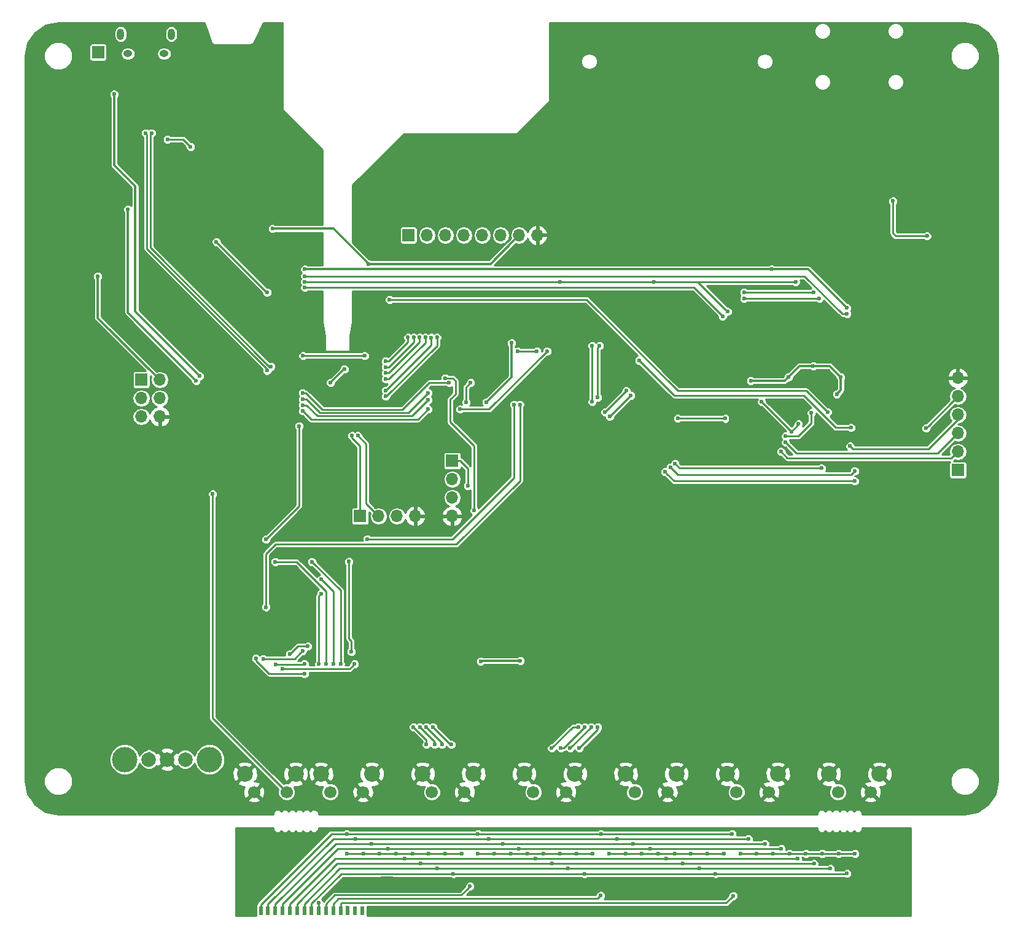
<source format=gbl>
G04 #@! TF.FileFunction,Copper,L2,Bot,Plane*
%FSLAX46Y46*%
G04 Gerber Fmt 4.6, Leading zero omitted, Abs format (unit mm)*
G04 Created by KiCad (PCBNEW 4.0.7-e2-6376~58~ubuntu16.04.1) date Thu Nov  2 15:42:12 2017*
%MOMM*%
%LPD*%
G01*
G04 APERTURE LIST*
%ADD10C,0.100000*%
%ADD11C,2.000000*%
%ADD12C,3.500000*%
%ADD13R,1.800000X2.200000*%
%ADD14R,0.600000X1.300000*%
%ADD15R,1.700000X1.700000*%
%ADD16O,1.700000X1.700000*%
%ADD17O,1.250000X0.950000*%
%ADD18O,1.000000X1.550000*%
%ADD19C,2.200000*%
%ADD20C,1.700000*%
%ADD21C,0.600000*%
%ADD22C,0.300000*%
%ADD23C,0.250000*%
%ADD24C,0.254000*%
G04 APERTURE END LIST*
D10*
D11*
X20000000Y8000000D03*
X22500000Y8000000D03*
X17500000Y8000000D03*
D12*
X25850000Y8000000D03*
X14150000Y8000000D03*
D13*
X30525000Y-9225000D03*
D14*
X40925000Y-12825000D03*
X41925000Y-12825000D03*
X42925000Y-12825000D03*
X38925000Y-12825000D03*
X37925000Y-12825000D03*
X39925000Y-12825000D03*
D13*
X50325000Y-9225000D03*
D14*
X33925000Y-12825000D03*
X34925000Y-12825000D03*
X35925000Y-12825000D03*
X36925000Y-12825000D03*
X32925000Y-12825000D03*
X45925000Y-12825000D03*
X46925000Y-12825000D03*
X47925000Y-12825000D03*
X44925000Y-12825000D03*
X43925000Y-12825000D03*
D15*
X16456500Y60338000D03*
D16*
X18996500Y60338000D03*
X16456500Y57798000D03*
X18996500Y57798000D03*
X16456500Y55258000D03*
X18996500Y55258000D03*
D17*
X19595000Y105300000D03*
X14595000Y105300000D03*
D18*
X20595000Y108000000D03*
X13595000Y108000000D03*
D15*
X53286500Y80277000D03*
D16*
X55826500Y80277000D03*
X58366500Y80277000D03*
X60906500Y80277000D03*
X63446500Y80277000D03*
X65986500Y80277000D03*
X68526500Y80277000D03*
X71066500Y80277000D03*
D15*
X59319000Y49162000D03*
D16*
X59319000Y46622000D03*
X59319000Y44082000D03*
X59319000Y41542000D03*
D15*
X46610000Y41540000D03*
D16*
X49150000Y41540000D03*
X51690000Y41540000D03*
X54230000Y41540000D03*
D15*
X129042000Y47892000D03*
D16*
X129042000Y50432000D03*
X129042000Y52972000D03*
X129042000Y55512000D03*
X129042000Y58052000D03*
X129042000Y60592000D03*
D19*
X30750000Y6000000D03*
X37750000Y6000000D03*
D20*
X32000000Y3500000D03*
X36500000Y3500000D03*
D19*
X41250000Y6000000D03*
X48250000Y6000000D03*
D20*
X42500000Y3500000D03*
X47000000Y3500000D03*
D19*
X97250000Y6000000D03*
X104250000Y6000000D03*
D20*
X98500000Y3500000D03*
X103000000Y3500000D03*
D19*
X111250000Y6000000D03*
X118250000Y6000000D03*
D20*
X112500000Y3500000D03*
X117000000Y3500000D03*
D19*
X55250000Y6000000D03*
X62250000Y6000000D03*
D20*
X56500000Y3500000D03*
X61000000Y3500000D03*
D19*
X69250000Y6000000D03*
X76250000Y6000000D03*
D20*
X70500000Y3500000D03*
X75000000Y3500000D03*
D19*
X83250000Y6000000D03*
X90250000Y6000000D03*
D20*
X84500000Y3500000D03*
X89000000Y3500000D03*
D15*
X10500000Y105500000D03*
D21*
X113738500Y70244002D03*
X109103000Y62242978D03*
X103388000Y75578000D03*
X100491000Y60211000D03*
X38999000Y75578000D03*
X112341500Y58369500D03*
X112913000Y60709000D03*
X105674000Y60719000D03*
X14614998Y83833000D03*
X24013000Y60211000D03*
X24521000Y60846000D03*
X12710000Y99708000D03*
X44460000Y61798500D03*
X63256000Y21539500D03*
X67510500Y65418000D03*
X42555000Y59956996D03*
X47773869Y76328127D03*
X10450000Y74600000D03*
X64043400Y57239200D03*
X46925000Y-12825000D03*
X34554000Y81166000D03*
X68717000Y21603000D03*
X107071000Y54242002D03*
X87132000Y73863500D03*
X106690000Y73863500D03*
X124660498Y53670500D03*
X97291996Y69736000D03*
X74178000Y73863500D03*
X38999000Y73838003D03*
X106091000Y53206020D03*
X101991000Y57290000D03*
X120088500Y84976000D03*
X124787500Y80150000D03*
X96589673Y69098913D03*
X38999000Y73038000D03*
X59475000Y-7750000D03*
X77575000Y-7750000D03*
X95625000Y-7750000D03*
X113750000Y-7725000D03*
X41950000Y21150000D03*
X34925000Y35250000D03*
X61775000Y-9500000D03*
X78700000Y-5000000D03*
X76440000Y-5000000D03*
X74180000Y-5000000D03*
X71920000Y-5000000D03*
X69660000Y-5000000D03*
X67400000Y-5000000D03*
X65140000Y-5000000D03*
X62880000Y-5000000D03*
X32268000Y21920502D03*
X38950000Y19825002D03*
X57225000Y-7050000D03*
X75275000Y-7050000D03*
X93400000Y-7050000D03*
X111450000Y-7050000D03*
X109200000Y-6375000D03*
X54975000Y-6375000D03*
X73050000Y-6375000D03*
X91100000Y-6375000D03*
X39425000Y23600000D03*
X36949998Y22525000D03*
X52725000Y-5700000D03*
X70775000Y-5700000D03*
X88850000Y-5700000D03*
X106925000Y-5700000D03*
X45850000Y21149998D03*
X35950000Y20474998D03*
X50450000Y-4275000D03*
X68500000Y-4275000D03*
X86600000Y-4275000D03*
X104675000Y-4325000D03*
X38950000Y21150000D03*
X34950000Y21125000D03*
X48200000Y-3600000D03*
X66275000Y-3600000D03*
X84300000Y-3600000D03*
X102425000Y-3600000D03*
X45950000Y-2925000D03*
X64350000Y-2925000D03*
X82075000Y-2925000D03*
X100150000Y-2925000D03*
X38675880Y22974990D03*
X33249990Y21875000D03*
X44775000Y-2250000D03*
X62875000Y-2250000D03*
X79825000Y-2250000D03*
X97900000Y-2250000D03*
X41250000Y30850000D03*
X40950000Y21150000D03*
X40925000Y-11800000D03*
X60620000Y-5000000D03*
X58360000Y-5000000D03*
X56100000Y-5000000D03*
X53840000Y-5000000D03*
X51579999Y-5000000D03*
X49320000Y-5000000D03*
X47060000Y-5000000D03*
X44800000Y-5000000D03*
X43920551Y21154449D03*
X39975000Y35250000D03*
X98075000Y-10800000D03*
X114860000Y-5000000D03*
X112600000Y-5000000D03*
X110339999Y-5000000D03*
X108079999Y-5000000D03*
X105820000Y-5000000D03*
X103560000Y-5000000D03*
X101299999Y-5000000D03*
X99040000Y-5000000D03*
X42975000Y21150000D03*
X41275000Y32825000D03*
X79800000Y-10775000D03*
X96780000Y-5000000D03*
X94519999Y-5000000D03*
X92260000Y-5000000D03*
X90000000Y-5000000D03*
X87740000Y-5000000D03*
X85480000Y-5000000D03*
X83220000Y-5000000D03*
X80959999Y-5000000D03*
X45412500Y22873000D03*
X44925000Y-12437479D03*
X45075000Y35275000D03*
X20076000Y93484998D03*
X23251000Y92469000D03*
X38719600Y56045400D03*
X56017000Y56273992D03*
X38707085Y57654231D03*
X56017000Y58544990D03*
X38706961Y56854220D03*
X56017000Y57544002D03*
X78623000Y65037000D03*
X78623000Y57289998D03*
X114818000Y46368000D03*
X88656000Y47638000D03*
X109166494Y72403000D03*
X99578004Y72403000D03*
X83322000Y58813996D03*
X80401000Y55893000D03*
X60398498Y56274000D03*
X114309994Y53734000D03*
X72400000Y64275000D03*
X85100000Y63005000D03*
X54023500Y66180005D03*
X50149600Y62090602D03*
X53223489Y66180000D03*
X50123807Y62890196D03*
X55623522Y66180739D03*
X50149600Y60439600D03*
X54823511Y66179935D03*
X50149600Y61277800D03*
X57223500Y66180000D03*
X50149600Y58052000D03*
X56423508Y66174327D03*
X50149600Y58864800D03*
X61478000Y45733002D03*
X45490000Y52640000D03*
X46290000Y52640000D03*
X104658000Y50432000D03*
X105293000Y51702000D03*
X114183000Y51194000D03*
X68650003Y56925000D03*
X33650000Y29000000D03*
X67850000Y56925000D03*
X47625000Y38375000D03*
X111071498Y55893000D03*
X50683000Y71387000D03*
X97000012Y55000000D03*
X90434000Y55004000D03*
X17059800Y94361300D03*
X33775858Y61604558D03*
X17859800Y94361300D03*
X34341542Y62170242D03*
X33792000Y72403000D03*
X26800000Y79350000D03*
X59192000Y10046000D03*
X56652000Y12459000D03*
X76718004Y12459000D03*
X73035002Y9538000D03*
X57922000Y10046000D03*
X55763000Y12459000D03*
X74305000Y9538000D03*
X77607000Y12459000D03*
X76844998Y9538000D03*
X79385000Y12459000D03*
X56906000Y10046000D03*
X54874000Y12459000D03*
X75574994Y9538000D03*
X78496000Y12459000D03*
X55763000Y10046000D03*
X53985000Y12459000D03*
X47254000Y63640000D03*
X38745000Y63640000D03*
X68336000Y64275000D03*
X71003000Y64275000D03*
X38694199Y58534600D03*
X58887200Y59941590D03*
X38225000Y53950000D03*
X33650000Y38350000D03*
X61224000Y57226498D03*
X61859000Y59936990D03*
X58353800Y60566600D03*
X62367000Y42304000D03*
X110246000Y48146000D03*
X90053000Y48781000D03*
X79639000Y65037000D03*
X79385000Y57925000D03*
X114818000Y47765000D03*
X89418000Y48273000D03*
X109928500Y71577500D03*
X99556457Y71544021D03*
X83956998Y58179000D03*
X81036000Y55258000D03*
X26299000Y44590000D03*
X53159500Y58941000D03*
X25346500Y58623500D03*
X20330000Y72466500D03*
X26108500Y72720500D03*
X26807000Y81102500D03*
X17409000Y75451000D03*
X106425001Y56772001D03*
X102308500Y54940500D03*
X114310000Y56464500D03*
X126311500Y79769000D03*
X97673000Y56655000D03*
X77480000Y58941000D03*
X77480000Y54623000D03*
X85862000Y57925000D03*
X97673000Y51956000D03*
X83322000Y60465000D03*
X15250000Y94120000D03*
X17409000Y101663800D03*
X119311500Y82450000D03*
X49540000Y12128800D03*
X47508000Y17564400D03*
X47508000Y17564400D03*
X63256000Y19342402D03*
X53324600Y28181600D03*
X53350000Y35141200D03*
X35036600Y66484800D03*
X35036600Y68770800D03*
X25333800Y54064200D03*
X32325000Y-9225000D03*
X47925000Y-12825000D03*
X61986000Y53226000D03*
X63256000Y62497000D03*
X109611000Y51330990D03*
X66558000Y14999000D03*
X113738496Y69443989D03*
X38999000Y74638006D03*
X108849000Y55766000D03*
X105293000Y52581010D03*
D22*
X113438501Y70544001D02*
X113738500Y70244002D01*
X108404502Y75578000D02*
X113438501Y70544001D01*
X103388000Y75578000D02*
X108404502Y75578000D01*
X109527264Y62242978D02*
X109103000Y62242978D01*
X111379022Y62242978D02*
X109527264Y62242978D01*
X108678736Y62242978D02*
X109103000Y62242978D01*
X107197978Y62242978D02*
X108678736Y62242978D01*
X105674000Y60719000D02*
X107197978Y62242978D01*
X112913000Y60709000D02*
X111379022Y62242978D01*
X38999000Y75578000D02*
X99578000Y75578000D01*
X99578000Y75578000D02*
X103388000Y75578000D01*
X105674000Y60719000D02*
X105166000Y60211000D01*
X105166000Y60211000D02*
X100491000Y60211000D01*
X112913000Y60709000D02*
X112913000Y58941000D01*
X112913000Y58941000D02*
X112341500Y58369500D01*
X24013000Y60211000D02*
X14615000Y69609000D01*
X14615000Y69609000D02*
X14615000Y83832998D01*
X14615000Y83832998D02*
X14614998Y83833000D01*
X12710000Y89929000D02*
X15631000Y87008000D01*
X15631000Y87008000D02*
X15631000Y69736000D01*
X15631000Y69736000D02*
X24521000Y60846000D01*
X12710000Y99708000D02*
X12710000Y89929000D01*
X44396504Y61798500D02*
X44460000Y61798500D01*
X42555000Y59956996D02*
X44396504Y61798500D01*
X63319500Y21603000D02*
X63256000Y21539500D01*
X68717000Y21603000D02*
X63319500Y21603000D01*
X67510500Y65418000D02*
X67510500Y60706300D01*
X67510500Y60706300D02*
X67510000Y60705800D01*
X47773869Y76328127D02*
X64577627Y76328127D01*
X64577627Y76328127D02*
X67676501Y79427001D01*
X67676501Y79427001D02*
X68526500Y80277000D01*
X42935996Y81166000D02*
X47473870Y76628126D01*
X47473870Y76628126D02*
X47773869Y76328127D01*
X34554000Y81166000D02*
X42935996Y81166000D01*
X10450000Y74600000D02*
X10450000Y68884500D01*
X10450000Y68884500D02*
X18996500Y60338000D01*
X67510000Y60705800D02*
X64043400Y57239200D01*
D23*
X107071000Y54186020D02*
X107071000Y54242002D01*
X106091000Y53206020D02*
X107071000Y54186020D01*
X84020500Y73863500D02*
X87132000Y73863500D01*
X87132000Y73863500D02*
X93164496Y73863500D01*
X93164496Y73863500D02*
X106690000Y73863500D01*
X128191999Y57202001D02*
X124960497Y53970499D01*
X129042000Y58052000D02*
X128191999Y57202001D01*
X124960497Y53970499D02*
X124660498Y53670500D01*
X96991997Y70035999D02*
X97291996Y69736000D01*
X93164496Y73863500D02*
X96991997Y70035999D01*
X74178000Y73863500D02*
X84020500Y73863500D01*
X38999000Y73838003D02*
X74152503Y73838003D01*
X74152503Y73838003D02*
X74178000Y73863500D01*
X106074980Y53206020D02*
X106091000Y53206020D01*
X101991000Y57290000D02*
X106074980Y53206020D01*
X120088500Y80531000D02*
X120088500Y84976000D01*
X120469500Y80150000D02*
X120088500Y80531000D01*
X120850500Y80150000D02*
X120469500Y80150000D01*
X124787500Y80150000D02*
X120850500Y80150000D01*
X96289674Y69398912D02*
X96589673Y69098913D01*
X92650586Y73038000D02*
X96289674Y69398912D01*
X38999000Y73038000D02*
X92650586Y73038000D01*
X44049998Y-7750000D02*
X59475000Y-7750000D01*
X59475000Y-7750000D02*
X77575000Y-7750000D01*
X77575000Y-7750000D02*
X95625000Y-7750000D01*
X95625000Y-7750000D02*
X113725000Y-7750000D01*
X113725000Y-7750000D02*
X113750000Y-7725000D01*
X39925000Y-12825000D02*
X39925000Y-11874998D01*
X39925000Y-11874998D02*
X44049998Y-7750000D01*
X34925000Y35250000D02*
X37875000Y35250000D01*
X41950000Y31175000D02*
X41950000Y21150000D01*
X37875000Y35250000D02*
X41950000Y31175000D01*
X61475001Y-9799999D02*
X61775000Y-9500000D01*
X60575001Y-10699999D02*
X61475001Y-9799999D01*
X43150001Y-10699999D02*
X60575001Y-10699999D01*
X41925000Y-11925000D02*
X43150001Y-10699999D01*
X41925000Y-12825000D02*
X41925000Y-11925000D01*
X76440000Y-5000000D02*
X78700000Y-5000000D01*
X74180000Y-5000000D02*
X76440000Y-5000000D01*
X71920000Y-5000000D02*
X74180000Y-5000000D01*
X69660000Y-5000000D02*
X71920000Y-5000000D01*
X67400000Y-5000000D02*
X69660000Y-5000000D01*
X65140000Y-5000000D02*
X67400000Y-5000000D01*
X62880000Y-5000000D02*
X65140000Y-5000000D01*
X38950000Y19825002D02*
X34045998Y19825002D01*
X34045998Y19825002D02*
X32268000Y21603000D01*
X32268000Y21603000D02*
X32268000Y21920502D01*
X43800000Y-7050000D02*
X57225000Y-7050000D01*
X57225000Y-7050000D02*
X75275000Y-7050000D01*
X75275000Y-7050000D02*
X93400000Y-7050000D01*
X93400000Y-7050000D02*
X111450000Y-7050000D01*
X38925000Y-11925000D02*
X43800000Y-7050000D01*
X38925000Y-12825000D02*
X38925000Y-11925000D01*
X108775736Y-6375000D02*
X109200000Y-6375000D01*
X91100000Y-6375000D02*
X108775736Y-6375000D01*
X43475000Y-6375000D02*
X54975000Y-6375000D01*
X54975000Y-6375000D02*
X73050000Y-6375000D01*
X73050000Y-6375000D02*
X91100000Y-6375000D01*
X37925000Y-11925000D02*
X43475000Y-6375000D01*
X37925000Y-12825000D02*
X37925000Y-11925000D01*
X36949998Y22525000D02*
X38024998Y23600000D01*
X38024998Y23600000D02*
X39425000Y23600000D01*
X43174998Y-5700000D02*
X52725000Y-5700000D01*
X52725000Y-5700000D02*
X70775000Y-5700000D01*
X70775000Y-5700000D02*
X88850000Y-5700000D01*
X88850000Y-5700000D02*
X106925000Y-5700000D01*
X36925000Y-12825000D02*
X36925000Y-11949998D01*
X36925000Y-11949998D02*
X43174998Y-5700000D01*
X45550001Y20849999D02*
X45850000Y21149998D01*
X45175000Y20474998D02*
X45550001Y20849999D01*
X35950000Y20474998D02*
X45175000Y20474998D01*
X43575000Y-4275000D02*
X50450000Y-4275000D01*
X50450000Y-4275000D02*
X68500000Y-4275000D01*
X68500000Y-4275000D02*
X86600000Y-4275000D01*
X86600000Y-4275000D02*
X104625000Y-4275000D01*
X104625000Y-4275000D02*
X104675000Y-4325000D01*
X35925000Y-12825000D02*
X35925000Y-11925000D01*
X35925000Y-11925000D02*
X43575000Y-4275000D01*
X38925000Y21125000D02*
X38950000Y21150000D01*
X34950000Y21125000D02*
X38925000Y21125000D01*
X43250000Y-3600000D02*
X48200000Y-3600000D01*
X48200000Y-3600000D02*
X66275000Y-3600000D01*
X66275000Y-3600000D02*
X84300000Y-3600000D01*
X84300000Y-3600000D02*
X102425000Y-3600000D01*
X34925000Y-12825000D02*
X34925000Y-11925000D01*
X34925000Y-11925000D02*
X43250000Y-3600000D01*
X42925000Y-2925000D02*
X45950000Y-2925000D01*
X45950000Y-2925000D02*
X64350000Y-2925000D01*
X64350000Y-2925000D02*
X82075000Y-2925000D01*
X82075000Y-2925000D02*
X100150000Y-2925000D01*
X33925000Y-12825000D02*
X33925000Y-11925000D01*
X33925000Y-11925000D02*
X42925000Y-2925000D01*
X38375881Y22674991D02*
X38675880Y22974990D01*
X37575890Y21875000D02*
X38375881Y22674991D01*
X33249990Y21875000D02*
X37575890Y21875000D01*
X42650000Y-2250000D02*
X44775000Y-2250000D01*
X44775000Y-2250000D02*
X62875000Y-2250000D01*
X62875000Y-2250000D02*
X79825000Y-2250000D01*
X79825000Y-2250000D02*
X97900000Y-2250000D01*
X32925000Y-12825000D02*
X32925000Y-11975000D01*
X32925000Y-11975000D02*
X42650000Y-2250000D01*
X40950000Y21150000D02*
X40950001Y30550001D01*
X40950001Y30550001D02*
X41250000Y30850000D01*
X40925000Y-12825000D02*
X40925000Y-11800000D01*
X58360000Y-5000000D02*
X60620000Y-5000000D01*
X56100000Y-5000000D02*
X58360000Y-5000000D01*
X53840000Y-5000000D02*
X56100000Y-5000000D01*
X51579999Y-5000000D02*
X53840000Y-5000000D01*
X49320000Y-5000000D02*
X51579999Y-5000000D01*
X47060000Y-5000000D02*
X49320000Y-5000000D01*
X44800000Y-5000000D02*
X47060000Y-5000000D01*
X43920551Y21578713D02*
X43920551Y21154449D01*
X39975000Y35250000D02*
X43920551Y31304449D01*
X43920551Y31304449D02*
X43920551Y21578713D01*
X43925000Y-12825000D02*
X43925000Y-11925000D01*
X43925000Y-11925000D02*
X44050001Y-11799999D01*
X44050001Y-11799999D02*
X97075001Y-11799999D01*
X97075001Y-11799999D02*
X97775001Y-11099999D01*
X97775001Y-11099999D02*
X98075000Y-10800000D01*
X112600000Y-5000000D02*
X114860000Y-5000000D01*
X110339999Y-5000000D02*
X112600000Y-5000000D01*
X108079999Y-5000000D02*
X110339999Y-5000000D01*
X105820000Y-5000000D02*
X108079999Y-5000000D01*
X103560000Y-5000000D02*
X105820000Y-5000000D01*
X101299999Y-5000000D02*
X103560000Y-5000000D01*
X99040000Y-5000000D02*
X101299999Y-5000000D01*
X41275000Y32825000D02*
X42975000Y31125000D01*
X42975000Y31125000D02*
X42975000Y21150000D01*
X43650000Y-11200000D02*
X79375000Y-11200000D01*
X79375000Y-11200000D02*
X79800000Y-10775000D01*
X42925000Y-12825000D02*
X42925000Y-11925000D01*
X42925000Y-11925000D02*
X43650000Y-11200000D01*
X94519999Y-5000000D02*
X96780000Y-5000000D01*
X92260000Y-5000000D02*
X94519999Y-5000000D01*
X90000000Y-5000000D02*
X92260000Y-5000000D01*
X87740000Y-5000000D02*
X90000000Y-5000000D01*
X85480000Y-5000000D02*
X87740000Y-5000000D01*
X83220000Y-5000000D02*
X85480000Y-5000000D01*
X80959999Y-5000000D02*
X83220000Y-5000000D01*
X45075000Y35275000D02*
X45075000Y24671000D01*
X45075000Y24671000D02*
X45412500Y24333500D01*
X45412500Y24333500D02*
X45412500Y22873000D01*
X44925000Y-12825000D02*
X44925000Y-12437479D01*
X20500264Y93484998D02*
X20076000Y93484998D01*
X23251000Y92469000D02*
X22235002Y93484998D01*
X22235002Y93484998D02*
X20500264Y93484998D01*
X39019599Y55745401D02*
X38719600Y56045400D01*
X39866433Y54898567D02*
X39019599Y55745401D01*
X54641575Y54898567D02*
X39866433Y54898567D01*
X56017000Y56273992D02*
X54641575Y54898567D01*
X41081442Y55798589D02*
X39225800Y57654231D01*
X39225800Y57654231D02*
X39131349Y57654231D01*
X53270599Y55798589D02*
X41081442Y55798589D01*
X39131349Y57654231D02*
X38707085Y57654231D01*
X56017000Y58544990D02*
X53270599Y55798589D01*
X56017000Y57544002D02*
X53821576Y55348578D01*
X53821576Y55348578D02*
X40729281Y55348578D01*
X39223639Y56854220D02*
X39131225Y56854220D01*
X40729281Y55348578D02*
X39223639Y56854220D01*
X39131225Y56854220D02*
X38706961Y56854220D01*
X78623000Y57289998D02*
X78623000Y65037000D01*
X88955999Y47338001D02*
X89926000Y46368000D01*
X89926000Y46368000D02*
X114818000Y46368000D01*
X88656000Y47638000D02*
X88955999Y47338001D01*
X99578004Y72403000D02*
X109166494Y72403000D01*
X83321996Y58813996D02*
X83322000Y58813996D01*
X80401000Y55893000D02*
X83321996Y58813996D01*
X60822762Y56274000D02*
X60398498Y56274000D01*
X64399000Y56274000D02*
X60822762Y56274000D01*
X72400000Y64275000D02*
X64399000Y56274000D01*
X113885730Y53734000D02*
X114309994Y53734000D01*
X107796996Y58179000D02*
X112241996Y53734000D01*
X89926000Y58179000D02*
X107796996Y58179000D01*
X112241996Y53734000D02*
X113885730Y53734000D01*
X85100000Y63005000D02*
X89926000Y58179000D01*
X50573864Y62090602D02*
X54023500Y65540238D01*
X54023500Y65540238D02*
X54023500Y65755741D01*
X54023500Y65755741D02*
X54023500Y66180005D01*
X50149600Y62090602D02*
X50573864Y62090602D01*
X50568196Y62890196D02*
X53223489Y65545489D01*
X53223489Y65545489D02*
X53223489Y66180000D01*
X50123807Y62890196D02*
X50568196Y62890196D01*
X55623522Y65756475D02*
X55623522Y66180739D01*
X50149600Y60439600D02*
X50573864Y60439600D01*
X55623522Y65489258D02*
X55623522Y65756475D01*
X50573864Y60439600D02*
X55623522Y65489258D01*
X54823511Y65755671D02*
X54823511Y66179935D01*
X54823511Y65527447D02*
X54823511Y65755671D01*
X50149600Y61277800D02*
X50573864Y61277800D01*
X50573864Y61277800D02*
X54823511Y65527447D01*
X50149600Y58052000D02*
X50238500Y58052000D01*
X50238500Y58052000D02*
X57223500Y65037000D01*
X57223500Y65037000D02*
X57223500Y65755736D01*
X57223500Y65755736D02*
X57223500Y66180000D01*
X50149600Y58864800D02*
X50162300Y58864800D01*
X50162300Y58864800D02*
X56423508Y65126008D01*
X56423508Y65126008D02*
X56423508Y65750063D01*
X56423508Y65750063D02*
X56423508Y66174327D01*
X61478000Y48103000D02*
X61478000Y46157266D01*
X61478000Y46157266D02*
X61478000Y45733002D01*
X60419000Y49162000D02*
X61478000Y48103000D01*
X59319000Y49162000D02*
X60419000Y49162000D01*
X45490000Y52640000D02*
X45490000Y52350000D01*
X45490000Y52350000D02*
X46610000Y51230000D01*
X46610000Y51230000D02*
X46610000Y41540000D01*
X46290000Y52640000D02*
X47410000Y51520000D01*
X47410000Y51520000D02*
X47410000Y43280000D01*
X47410000Y43280000D02*
X49150000Y41540000D01*
X129042000Y50432000D02*
X128153000Y49543000D01*
X128153000Y49543000D02*
X105547000Y49543000D01*
X105547000Y49543000D02*
X104658000Y50432000D01*
X129042000Y52972000D02*
X126248000Y50178000D01*
X126248000Y50178000D02*
X106817000Y50178000D01*
X106817000Y50178000D02*
X105293000Y51702000D01*
X129042000Y55512000D02*
X129042000Y54877000D01*
X129042000Y54877000D02*
X124978000Y50813000D01*
X124978000Y50813000D02*
X114564000Y50813000D01*
X114564000Y50813000D02*
X114183000Y51194000D01*
X33650000Y29000000D02*
X33650000Y36350000D01*
X33650000Y36350000D02*
X34950000Y37650000D01*
X34950000Y37650000D02*
X59875000Y37650000D01*
X59875000Y37650000D02*
X68650003Y46425003D01*
X68650003Y46425003D02*
X68650003Y56925000D01*
X47625000Y38375000D02*
X59363002Y38375000D01*
X67850000Y46861998D02*
X67850000Y56925000D01*
X59363002Y38375000D02*
X67850000Y46861998D01*
X108150498Y58814000D02*
X110771499Y56192999D01*
X90434000Y58814000D02*
X108150498Y58814000D01*
X77861000Y71387000D02*
X90434000Y58814000D01*
X110771499Y56192999D02*
X111071498Y55893000D01*
X50683000Y71387000D02*
X77861000Y71387000D01*
X96996012Y55004000D02*
X97000012Y55000000D01*
X90434000Y55004000D02*
X96996012Y55004000D01*
X33775858Y61852044D02*
X17234801Y78393101D01*
X33775858Y61604558D02*
X33775858Y61852044D01*
X17234801Y78393101D02*
X17234801Y94186299D01*
X17234801Y94186299D02*
X17059800Y94361300D01*
X34094056Y62170242D02*
X17684799Y78579499D01*
X34341542Y62170242D02*
X34094056Y62170242D01*
X17684799Y78579499D02*
X17684799Y94186299D01*
X17684799Y94186299D02*
X17859800Y94361300D01*
X26800000Y79350000D02*
X33747000Y72403000D01*
X33747000Y72403000D02*
X33792000Y72403000D01*
X56652000Y12459000D02*
X59065000Y10046000D01*
X59065000Y10046000D02*
X59192000Y10046000D01*
X75956002Y12459000D02*
X76293740Y12459000D01*
X73035002Y9538000D02*
X75956002Y12459000D01*
X76293740Y12459000D02*
X76718004Y12459000D01*
X58049000Y10173000D02*
X57922000Y10046000D01*
X55763000Y12459000D02*
X58049000Y10173000D01*
X74686000Y9538000D02*
X74305000Y9538000D01*
X77607000Y12459000D02*
X74686000Y9538000D01*
X79385000Y12459000D02*
X79385000Y12078000D01*
X79385000Y12078000D02*
X76845000Y9538000D01*
X76845000Y9538000D02*
X76844998Y9538000D01*
X54874000Y12459000D02*
X56906000Y10427000D01*
X56906000Y10427000D02*
X56906000Y10046000D01*
X17506000Y9000000D02*
X17500000Y9000000D01*
X78496000Y12459000D02*
X75575000Y9538000D01*
X75575000Y9538000D02*
X75574994Y9538000D01*
X53985000Y12459000D02*
X55763000Y10681000D01*
X55763000Y10681000D02*
X55763000Y10046000D01*
X38745000Y63640000D02*
X47254000Y63640000D01*
X71003000Y64275000D02*
X68336000Y64275000D01*
X39143865Y58534600D02*
X39118463Y58534600D01*
X41429865Y56248600D02*
X39143865Y58534600D01*
X52468536Y56248600D02*
X41429865Y56248600D01*
X56161526Y59941590D02*
X52468536Y56248600D01*
X58887200Y59941590D02*
X56161526Y59941590D01*
X39118463Y58534600D02*
X38694199Y58534600D01*
X33650000Y38350000D02*
X38225000Y42925000D01*
X38225000Y42925000D02*
X38225000Y53950000D01*
X61859000Y59936990D02*
X61224000Y59301990D01*
X61224000Y59301990D02*
X61224000Y57650762D01*
X61224000Y57650762D02*
X61224000Y57226498D01*
X62367000Y42304000D02*
X62367000Y51194000D01*
X59065000Y57671000D02*
X59776200Y58382200D01*
X62367000Y51194000D02*
X59065000Y54496000D01*
X59065000Y54496000D02*
X59065000Y57671000D01*
X59776200Y58382200D02*
X59776200Y60185600D01*
X59776200Y60185600D02*
X59395200Y60566600D01*
X59395200Y60566600D02*
X58353800Y60566600D01*
X90053000Y48781000D02*
X90688000Y48146000D01*
X90688000Y48146000D02*
X110246000Y48146000D01*
X79385000Y64783000D02*
X79639000Y65037000D01*
X79385000Y57925000D02*
X79385000Y64783000D01*
X90434000Y47257000D02*
X114310000Y47257000D01*
X114310000Y47257000D02*
X114818000Y47765000D01*
X89717999Y47973001D02*
X90434000Y47257000D01*
X89418000Y48273000D02*
X89717999Y47973001D01*
X109895021Y71544021D02*
X109928500Y71577500D01*
X99556457Y71544021D02*
X109895021Y71544021D01*
X81335999Y55558001D02*
X83656999Y57879001D01*
X81036000Y55258000D02*
X81335999Y55558001D01*
X83656999Y57879001D02*
X83956998Y58179000D01*
X36500000Y3500000D02*
X26299000Y13701000D01*
X26299000Y13701000D02*
X26299000Y44590000D01*
X63256000Y62497000D02*
X56715500Y62497000D01*
X56715500Y62497000D02*
X53159500Y58941000D01*
D22*
X25333800Y58610800D02*
X25346500Y58623500D01*
X25333800Y54064200D02*
X25333800Y58610800D01*
D23*
X85862000Y57925000D02*
X87132000Y56655000D01*
X87132000Y56655000D02*
X97673000Y56655000D01*
D22*
X77480000Y54623000D02*
X83322000Y60465000D01*
X83322000Y60465000D02*
X85862000Y57925000D01*
X97673000Y51956000D02*
X97673000Y56655000D01*
X77480000Y58941000D02*
X77480000Y54623000D01*
X17409000Y101663800D02*
X16316800Y101663800D01*
X15250000Y100597000D02*
X15250000Y94120000D01*
X16316800Y101663800D02*
X15250000Y100597000D01*
X47508000Y17564400D02*
X47508000Y14160800D01*
X47508000Y14160800D02*
X49540000Y12128800D01*
X53324600Y24930400D02*
X47508000Y19113800D01*
X47508000Y19113800D02*
X47508000Y17564400D01*
X53324600Y28181600D02*
X53324600Y24930400D01*
X62831736Y19342402D02*
X63256000Y19342402D01*
X62163798Y19342402D02*
X62831736Y19342402D01*
X53324600Y28181600D02*
X62163798Y19342402D01*
X53350000Y35141200D02*
X53350000Y28207000D01*
X53350000Y28207000D02*
X53324600Y28181600D01*
X35036600Y68770800D02*
X35036600Y66484800D01*
D23*
X32325000Y-9225000D02*
X30525000Y-9225000D01*
X107920000Y74638006D02*
X113114017Y69443989D01*
X113114017Y69443989D02*
X113314232Y69443989D01*
X38999000Y74638006D02*
X107920000Y74638006D01*
X113314232Y69443989D02*
X113738496Y69443989D01*
D22*
X19595000Y105300000D02*
X19445000Y105300000D01*
X14615000Y105280000D02*
X14595000Y105300000D01*
D23*
X105293000Y52581010D02*
X107061010Y52581010D01*
X107061010Y52581010D02*
X108849000Y54369000D01*
X108849000Y54369000D02*
X108849000Y55341736D01*
X108849000Y55341736D02*
X108849000Y55766000D01*
D24*
G36*
X26067401Y106855800D02*
X26075514Y106841567D01*
X26078711Y106825496D01*
X26119318Y106764723D01*
X26155513Y106701227D01*
X26168457Y106691181D01*
X26177559Y106677559D01*
X26238325Y106636956D01*
X26296071Y106592140D01*
X26311875Y106587812D01*
X26325496Y106578711D01*
X26397172Y106564454D01*
X26467674Y106545147D01*
X26483931Y106547196D01*
X26500000Y106544000D01*
X31500000Y106544000D01*
X31571680Y106558258D01*
X31644200Y106567400D01*
X31658435Y106575515D01*
X31674504Y106578711D01*
X31735276Y106619317D01*
X31798772Y106655513D01*
X31808817Y106668456D01*
X31822441Y106677559D01*
X31863050Y106738335D01*
X31907859Y106796071D01*
X33281824Y109544000D01*
X35951000Y109544000D01*
X35951000Y97549000D01*
X35960334Y97501211D01*
X35988197Y97459197D01*
X41412000Y92035394D01*
X41412000Y81697000D01*
X34986166Y81697000D01*
X34940259Y81742987D01*
X34690054Y81846882D01*
X34419135Y81847118D01*
X34168748Y81743661D01*
X33977013Y81552259D01*
X33873118Y81302054D01*
X33872882Y81031135D01*
X33976339Y80780748D01*
X34167741Y80589013D01*
X34417946Y80485118D01*
X34688865Y80484882D01*
X34939252Y80588339D01*
X34985994Y80635000D01*
X41412000Y80635000D01*
X41412000Y76109000D01*
X39431166Y76109000D01*
X39385259Y76154987D01*
X39135054Y76258882D01*
X38864135Y76259118D01*
X38613748Y76155661D01*
X38422013Y75964259D01*
X38318118Y75714054D01*
X38317882Y75443135D01*
X38421339Y75192748D01*
X38505917Y75108023D01*
X38422013Y75024265D01*
X38318118Y74774060D01*
X38317882Y74503141D01*
X38421339Y74252754D01*
X38435921Y74238146D01*
X38422013Y74224262D01*
X38318118Y73974057D01*
X38317882Y73703138D01*
X38421339Y73452751D01*
X38435921Y73438143D01*
X38422013Y73424259D01*
X38318118Y73174054D01*
X38317882Y72903135D01*
X38421339Y72652748D01*
X38612741Y72461013D01*
X38862946Y72357118D01*
X39133865Y72356882D01*
X39384252Y72460339D01*
X39456038Y72532000D01*
X41412000Y72532000D01*
X41412000Y68339000D01*
X41414466Y68314093D01*
X41793000Y66421423D01*
X41793000Y64402000D01*
X41801685Y64355841D01*
X41828965Y64313447D01*
X41870590Y64285006D01*
X41920000Y64275000D01*
X45095000Y64275000D01*
X45141159Y64283685D01*
X45183553Y64310965D01*
X45211994Y64352590D01*
X45222000Y64402000D01*
X45222000Y66421423D01*
X45600534Y68314093D01*
X45603000Y68339000D01*
X45603000Y71252135D01*
X50001882Y71252135D01*
X50105339Y71001748D01*
X50296741Y70810013D01*
X50546946Y70706118D01*
X50817865Y70705882D01*
X51068252Y70809339D01*
X51140038Y70881000D01*
X77651408Y70881000D01*
X84881038Y63651370D01*
X84714748Y63582661D01*
X84523013Y63391259D01*
X84419118Y63141054D01*
X84418882Y62870135D01*
X84522339Y62619748D01*
X84713741Y62428013D01*
X84963946Y62324118D01*
X85065378Y62324030D01*
X89568204Y57821204D01*
X89732362Y57711517D01*
X89926000Y57673000D01*
X101412660Y57673000D01*
X101310118Y57426054D01*
X101309882Y57155135D01*
X101413339Y56904748D01*
X101604741Y56713013D01*
X101854946Y56609118D01*
X101956378Y56609030D01*
X105303407Y53262001D01*
X105158135Y53262128D01*
X104907748Y53158671D01*
X104716013Y52967269D01*
X104612118Y52717064D01*
X104611882Y52446145D01*
X104715339Y52195758D01*
X104769425Y52141578D01*
X104716013Y52088259D01*
X104612118Y51838054D01*
X104611882Y51567135D01*
X104715339Y51316748D01*
X104906741Y51125013D01*
X105156946Y51021118D01*
X105258378Y51021030D01*
X106230408Y50049000D01*
X105756592Y50049000D01*
X105339031Y50466561D01*
X105339118Y50566865D01*
X105235661Y50817252D01*
X105044259Y51008987D01*
X104794054Y51112882D01*
X104523135Y51113118D01*
X104272748Y51009661D01*
X104081013Y50818259D01*
X103977118Y50568054D01*
X103976882Y50297135D01*
X104080339Y50046748D01*
X104271741Y49855013D01*
X104521946Y49751118D01*
X104623378Y49751030D01*
X105189204Y49185204D01*
X105353362Y49075517D01*
X105547000Y49037000D01*
X127946848Y49037000D01*
X127921135Y49020454D01*
X127834141Y48893134D01*
X127803536Y48742000D01*
X127803536Y47042000D01*
X127830103Y46900810D01*
X127913546Y46771135D01*
X128040866Y46684141D01*
X128192000Y46653536D01*
X129892000Y46653536D01*
X130033190Y46680103D01*
X130162865Y46763546D01*
X130249859Y46890866D01*
X130280464Y47042000D01*
X130280464Y48742000D01*
X130253897Y48883190D01*
X130170454Y49012865D01*
X130043134Y49099859D01*
X129892000Y49130464D01*
X128428872Y49130464D01*
X128510796Y49185204D01*
X128608102Y49282510D01*
X129017883Y49201000D01*
X129066117Y49201000D01*
X129537200Y49294704D01*
X129936565Y49561552D01*
X130203413Y49960917D01*
X130297117Y50432000D01*
X130203413Y50903083D01*
X129936565Y51302448D01*
X129537200Y51569296D01*
X129066117Y51663000D01*
X129017883Y51663000D01*
X128546800Y51569296D01*
X128147435Y51302448D01*
X127880587Y50903083D01*
X127786883Y50432000D01*
X127863066Y50049000D01*
X126834592Y50049000D01*
X128608102Y51822510D01*
X129017883Y51741000D01*
X129066117Y51741000D01*
X129537200Y51834704D01*
X129936565Y52101552D01*
X130203413Y52500917D01*
X130297117Y52972000D01*
X130203413Y53443083D01*
X129936565Y53842448D01*
X129537200Y54109296D01*
X129080693Y54200101D01*
X129185299Y54304707D01*
X129537200Y54374704D01*
X129936565Y54641552D01*
X130203413Y55040917D01*
X130297117Y55512000D01*
X130203413Y55983083D01*
X129936565Y56382448D01*
X129537200Y56649296D01*
X129066117Y56743000D01*
X129017883Y56743000D01*
X128546800Y56649296D01*
X128147435Y56382448D01*
X127880587Y55983083D01*
X127786883Y55512000D01*
X127880587Y55040917D01*
X128124814Y54675406D01*
X124768408Y51319000D01*
X114864109Y51319000D01*
X114864118Y51328865D01*
X114760661Y51579252D01*
X114569259Y51770987D01*
X114319054Y51874882D01*
X114048135Y51875118D01*
X113797748Y51771661D01*
X113606013Y51580259D01*
X113502118Y51330054D01*
X113501882Y51059135D01*
X113605339Y50808748D01*
X113729870Y50684000D01*
X107026592Y50684000D01*
X105974031Y51736561D01*
X105974118Y51836865D01*
X105875719Y52075010D01*
X107061010Y52075010D01*
X107254648Y52113527D01*
X107418806Y52223214D01*
X109206796Y54011204D01*
X109316483Y54175362D01*
X109355000Y54369000D01*
X109355000Y55308877D01*
X109425987Y55379741D01*
X109529882Y55629946D01*
X109529970Y55730434D01*
X111884200Y53376204D01*
X112048358Y53266517D01*
X112241996Y53228000D01*
X113852871Y53228000D01*
X113923735Y53157013D01*
X114173940Y53053118D01*
X114444859Y53052882D01*
X114695246Y53156339D01*
X114886981Y53347741D01*
X114965002Y53535635D01*
X123979380Y53535635D01*
X124082837Y53285248D01*
X124274239Y53093513D01*
X124524444Y52989618D01*
X124795363Y52989382D01*
X125045750Y53092839D01*
X125237485Y53284241D01*
X125341380Y53534446D01*
X125341468Y53635878D01*
X128608101Y56902511D01*
X129017883Y56821000D01*
X129066117Y56821000D01*
X129537200Y56914704D01*
X129936565Y57181552D01*
X130203413Y57580917D01*
X130297117Y58052000D01*
X130203413Y58523083D01*
X129936565Y58922448D01*
X129537200Y59189296D01*
X129498053Y59197083D01*
X129923358Y59396817D01*
X130313645Y59825076D01*
X130483476Y60235110D01*
X130362155Y60465000D01*
X129169000Y60465000D01*
X129169000Y60445000D01*
X128915000Y60445000D01*
X128915000Y60465000D01*
X127721845Y60465000D01*
X127600524Y60235110D01*
X127770355Y59825076D01*
X128160642Y59396817D01*
X128585947Y59197083D01*
X128546800Y59189296D01*
X128147435Y58922448D01*
X127880587Y58523083D01*
X127786883Y58052000D01*
X127876395Y57601989D01*
X124625937Y54351531D01*
X124525633Y54351618D01*
X124275246Y54248161D01*
X124083511Y54056759D01*
X123979616Y53806554D01*
X123979380Y53535635D01*
X114965002Y53535635D01*
X114990876Y53597946D01*
X114991112Y53868865D01*
X114887655Y54119252D01*
X114696253Y54310987D01*
X114446048Y54414882D01*
X114175129Y54415118D01*
X113924742Y54311661D01*
X113852956Y54240000D01*
X112451588Y54240000D01*
X111399786Y55291802D01*
X111456750Y55315339D01*
X111648485Y55506741D01*
X111752380Y55756946D01*
X111752616Y56027865D01*
X111649159Y56278252D01*
X111457757Y56469987D01*
X111207552Y56573882D01*
X111106120Y56573970D01*
X108508294Y59171796D01*
X108344136Y59281483D01*
X108150498Y59320000D01*
X90643592Y59320000D01*
X89887457Y60076135D01*
X99809882Y60076135D01*
X99913339Y59825748D01*
X100104741Y59634013D01*
X100354946Y59530118D01*
X100625865Y59529882D01*
X100876252Y59633339D01*
X100922994Y59680000D01*
X105166000Y59680000D01*
X105369205Y59720420D01*
X105541474Y59835526D01*
X105743886Y60037939D01*
X105808865Y60037882D01*
X106059252Y60141339D01*
X106250987Y60332741D01*
X106354882Y60582946D01*
X106354940Y60648992D01*
X107417925Y61711978D01*
X108670834Y61711978D01*
X108716741Y61665991D01*
X108966946Y61562096D01*
X109237865Y61561860D01*
X109488252Y61665317D01*
X109534994Y61711978D01*
X111159074Y61711978D01*
X112231939Y60639114D01*
X112231882Y60574135D01*
X112335339Y60323748D01*
X112382000Y60277006D01*
X112382000Y59160948D01*
X112271613Y59050561D01*
X112206635Y59050618D01*
X111956248Y58947161D01*
X111764513Y58755759D01*
X111660618Y58505554D01*
X111660382Y58234635D01*
X111763839Y57984248D01*
X111955241Y57792513D01*
X112205446Y57688618D01*
X112476365Y57688382D01*
X112726752Y57791839D01*
X112918487Y57983241D01*
X113022382Y58233446D01*
X113022440Y58299492D01*
X113288474Y58565526D01*
X113403580Y58737795D01*
X113444000Y58941000D01*
X113444000Y60276834D01*
X113489987Y60322741D01*
X113593882Y60572946D01*
X113594118Y60843865D01*
X113550723Y60948890D01*
X127600524Y60948890D01*
X127721845Y60719000D01*
X128915000Y60719000D01*
X128915000Y61912819D01*
X129169000Y61912819D01*
X129169000Y60719000D01*
X130362155Y60719000D01*
X130483476Y60948890D01*
X130313645Y61358924D01*
X129923358Y61787183D01*
X129398892Y62033486D01*
X129169000Y61912819D01*
X128915000Y61912819D01*
X128685108Y62033486D01*
X128160642Y61787183D01*
X127770355Y61358924D01*
X127600524Y60948890D01*
X113550723Y60948890D01*
X113490661Y61094252D01*
X113299259Y61285987D01*
X113049054Y61389882D01*
X112983008Y61389940D01*
X111754496Y62618452D01*
X111582227Y62733558D01*
X111379022Y62773978D01*
X109535166Y62773978D01*
X109489259Y62819965D01*
X109239054Y62923860D01*
X108968135Y62924096D01*
X108717748Y62820639D01*
X108671006Y62773978D01*
X107197978Y62773978D01*
X106994773Y62733558D01*
X106822504Y62618452D01*
X106822502Y62618449D01*
X105604114Y61400061D01*
X105539135Y61400118D01*
X105288748Y61296661D01*
X105097013Y61105259D01*
X104993118Y60855054D01*
X104993060Y60789008D01*
X104946052Y60742000D01*
X100923166Y60742000D01*
X100877259Y60787987D01*
X100627054Y60891882D01*
X100356135Y60892118D01*
X100105748Y60788661D01*
X99914013Y60597259D01*
X99810118Y60347054D01*
X99809882Y60076135D01*
X89887457Y60076135D01*
X78218796Y71744796D01*
X78054638Y71854483D01*
X77861000Y71893000D01*
X51140123Y71893000D01*
X51069259Y71963987D01*
X50819054Y72067882D01*
X50548135Y72068118D01*
X50297748Y71964661D01*
X50106013Y71773259D01*
X50002118Y71523054D01*
X50001882Y71252135D01*
X45603000Y71252135D01*
X45603000Y72532000D01*
X92440994Y72532000D01*
X95908642Y69064352D01*
X95908555Y68964048D01*
X96012012Y68713661D01*
X96203414Y68521926D01*
X96453619Y68418031D01*
X96724538Y68417795D01*
X96974925Y68521252D01*
X97166660Y68712654D01*
X97270555Y68962859D01*
X97270635Y69055018D01*
X97426861Y69054882D01*
X97677248Y69158339D01*
X97868983Y69349741D01*
X97972878Y69599946D01*
X97973114Y69870865D01*
X97869657Y70121252D01*
X97678255Y70312987D01*
X97428050Y70416882D01*
X97326618Y70416970D01*
X94386088Y73357500D01*
X106232877Y73357500D01*
X106303741Y73286513D01*
X106553946Y73182618D01*
X106824865Y73182382D01*
X107075252Y73285839D01*
X107266987Y73477241D01*
X107370882Y73727446D01*
X107371118Y73998365D01*
X107315899Y74132006D01*
X107710408Y74132006D01*
X108838213Y73004201D01*
X108781242Y72980661D01*
X108709456Y72909000D01*
X100035127Y72909000D01*
X99964263Y72979987D01*
X99714058Y73083882D01*
X99443139Y73084118D01*
X99192752Y72980661D01*
X99001017Y72789259D01*
X98897122Y72539054D01*
X98896886Y72268135D01*
X99000343Y72017748D01*
X99033659Y71984374D01*
X98979470Y71930280D01*
X98875575Y71680075D01*
X98875339Y71409156D01*
X98978796Y71158769D01*
X99170198Y70967034D01*
X99420403Y70863139D01*
X99691322Y70862903D01*
X99941709Y70966360D01*
X100013495Y71038021D01*
X109504798Y71038021D01*
X109542241Y71000513D01*
X109792446Y70896618D01*
X110063365Y70896382D01*
X110313752Y70999839D01*
X110505487Y71191241D01*
X110548232Y71294182D01*
X112756221Y69086193D01*
X112920379Y68976506D01*
X113114017Y68937989D01*
X113281373Y68937989D01*
X113352237Y68867002D01*
X113602442Y68763107D01*
X113873361Y68762871D01*
X114123748Y68866328D01*
X114315483Y69057730D01*
X114419378Y69307935D01*
X114419614Y69578854D01*
X114316157Y69829241D01*
X114301572Y69843852D01*
X114315487Y69857743D01*
X114419382Y70107948D01*
X114419618Y70378867D01*
X114316161Y70629254D01*
X114124759Y70820989D01*
X113874554Y70924884D01*
X113808507Y70924942D01*
X108779976Y75953474D01*
X108607707Y76068580D01*
X108404502Y76109000D01*
X103820166Y76109000D01*
X103774259Y76154987D01*
X103524054Y76258882D01*
X103253135Y76259118D01*
X103002748Y76155661D01*
X102956006Y76109000D01*
X65109448Y76109000D01*
X68051972Y79051525D01*
X68051975Y79051527D01*
X68105978Y79105530D01*
X68526500Y79021883D01*
X68997583Y79115587D01*
X69396948Y79382435D01*
X69663796Y79781800D01*
X69671583Y79820947D01*
X69871317Y79395642D01*
X70299576Y79005355D01*
X70709610Y78835524D01*
X70939500Y78956845D01*
X70939500Y80150000D01*
X71193500Y80150000D01*
X71193500Y78956845D01*
X71423390Y78835524D01*
X71833424Y79005355D01*
X72261683Y79395642D01*
X72507986Y79920108D01*
X72387319Y80150000D01*
X71193500Y80150000D01*
X70939500Y80150000D01*
X70919500Y80150000D01*
X70919500Y80404000D01*
X70939500Y80404000D01*
X70939500Y81597155D01*
X71193500Y81597155D01*
X71193500Y80404000D01*
X72387319Y80404000D01*
X72507986Y80633892D01*
X72261683Y81158358D01*
X71833424Y81548645D01*
X71423390Y81718476D01*
X71193500Y81597155D01*
X70939500Y81597155D01*
X70709610Y81718476D01*
X70299576Y81548645D01*
X69871317Y81158358D01*
X69671583Y80733053D01*
X69663796Y80772200D01*
X69396948Y81171565D01*
X68997583Y81438413D01*
X68526500Y81532117D01*
X68055417Y81438413D01*
X67656052Y81171565D01*
X67389204Y80772200D01*
X67295500Y80301117D01*
X67295500Y80252883D01*
X67371144Y79872592D01*
X67301027Y79802475D01*
X67301025Y79802472D01*
X64357679Y76859127D01*
X48206035Y76859127D01*
X48160128Y76905114D01*
X47909923Y77009009D01*
X47843877Y77009067D01*
X45603000Y79249944D01*
X45603000Y81127000D01*
X52048036Y81127000D01*
X52048036Y79427000D01*
X52074603Y79285810D01*
X52158046Y79156135D01*
X52285366Y79069141D01*
X52436500Y79038536D01*
X54136500Y79038536D01*
X54277690Y79065103D01*
X54407365Y79148546D01*
X54494359Y79275866D01*
X54524964Y79427000D01*
X54524964Y80301117D01*
X54595500Y80301117D01*
X54595500Y80252883D01*
X54689204Y79781800D01*
X54956052Y79382435D01*
X55355417Y79115587D01*
X55826500Y79021883D01*
X56297583Y79115587D01*
X56696948Y79382435D01*
X56963796Y79781800D01*
X57057500Y80252883D01*
X57057500Y80301117D01*
X57135500Y80301117D01*
X57135500Y80252883D01*
X57229204Y79781800D01*
X57496052Y79382435D01*
X57895417Y79115587D01*
X58366500Y79021883D01*
X58837583Y79115587D01*
X59236948Y79382435D01*
X59503796Y79781800D01*
X59597500Y80252883D01*
X59597500Y80301117D01*
X59675500Y80301117D01*
X59675500Y80252883D01*
X59769204Y79781800D01*
X60036052Y79382435D01*
X60435417Y79115587D01*
X60906500Y79021883D01*
X61377583Y79115587D01*
X61776948Y79382435D01*
X62043796Y79781800D01*
X62137500Y80252883D01*
X62137500Y80301117D01*
X62215500Y80301117D01*
X62215500Y80252883D01*
X62309204Y79781800D01*
X62576052Y79382435D01*
X62975417Y79115587D01*
X63446500Y79021883D01*
X63917583Y79115587D01*
X64316948Y79382435D01*
X64583796Y79781800D01*
X64677500Y80252883D01*
X64677500Y80301117D01*
X64755500Y80301117D01*
X64755500Y80252883D01*
X64849204Y79781800D01*
X65116052Y79382435D01*
X65515417Y79115587D01*
X65986500Y79021883D01*
X66457583Y79115587D01*
X66856948Y79382435D01*
X67123796Y79781800D01*
X67217500Y80252883D01*
X67217500Y80301117D01*
X67123796Y80772200D01*
X66856948Y81171565D01*
X66457583Y81438413D01*
X65986500Y81532117D01*
X65515417Y81438413D01*
X65116052Y81171565D01*
X64849204Y80772200D01*
X64755500Y80301117D01*
X64677500Y80301117D01*
X64583796Y80772200D01*
X64316948Y81171565D01*
X63917583Y81438413D01*
X63446500Y81532117D01*
X62975417Y81438413D01*
X62576052Y81171565D01*
X62309204Y80772200D01*
X62215500Y80301117D01*
X62137500Y80301117D01*
X62043796Y80772200D01*
X61776948Y81171565D01*
X61377583Y81438413D01*
X60906500Y81532117D01*
X60435417Y81438413D01*
X60036052Y81171565D01*
X59769204Y80772200D01*
X59675500Y80301117D01*
X59597500Y80301117D01*
X59503796Y80772200D01*
X59236948Y81171565D01*
X58837583Y81438413D01*
X58366500Y81532117D01*
X57895417Y81438413D01*
X57496052Y81171565D01*
X57229204Y80772200D01*
X57135500Y80301117D01*
X57057500Y80301117D01*
X56963796Y80772200D01*
X56696948Y81171565D01*
X56297583Y81438413D01*
X55826500Y81532117D01*
X55355417Y81438413D01*
X54956052Y81171565D01*
X54689204Y80772200D01*
X54595500Y80301117D01*
X54524964Y80301117D01*
X54524964Y81127000D01*
X54498397Y81268190D01*
X54414954Y81397865D01*
X54287634Y81484859D01*
X54136500Y81515464D01*
X52436500Y81515464D01*
X52295310Y81488897D01*
X52165635Y81405454D01*
X52078641Y81278134D01*
X52048036Y81127000D01*
X45603000Y81127000D01*
X45603000Y84841135D01*
X119407382Y84841135D01*
X119510839Y84590748D01*
X119582500Y84518962D01*
X119582500Y80531000D01*
X119621017Y80337362D01*
X119730704Y80173204D01*
X120111704Y79792204D01*
X120275862Y79682517D01*
X120469500Y79644000D01*
X124330377Y79644000D01*
X124401241Y79573013D01*
X124651446Y79469118D01*
X124922365Y79468882D01*
X125172752Y79572339D01*
X125364487Y79763741D01*
X125468382Y80013946D01*
X125468618Y80284865D01*
X125365161Y80535252D01*
X125173759Y80726987D01*
X124923554Y80830882D01*
X124652635Y80831118D01*
X124402248Y80727661D01*
X124330462Y80656000D01*
X120679092Y80656000D01*
X120594500Y80740592D01*
X120594500Y84518877D01*
X120665487Y84589741D01*
X120769382Y84839946D01*
X120769618Y85110865D01*
X120666161Y85361252D01*
X120474759Y85552987D01*
X120224554Y85656882D01*
X119953635Y85657118D01*
X119703248Y85553661D01*
X119511513Y85362259D01*
X119407618Y85112054D01*
X119407382Y84841135D01*
X45603000Y84841135D01*
X45603000Y87209394D01*
X52640606Y94247000D01*
X68209000Y94247000D01*
X68256789Y94256334D01*
X68298803Y94284197D01*
X72743803Y98729197D01*
X72770994Y98769590D01*
X72781000Y98819000D01*
X72781000Y101183517D01*
X109241804Y101183517D01*
X109413625Y100767677D01*
X109731503Y100449244D01*
X110147043Y100276696D01*
X110596983Y100276304D01*
X111012823Y100448125D01*
X111331256Y100766003D01*
X111503804Y101181543D01*
X111503805Y101183517D01*
X119338304Y101183517D01*
X119510125Y100767677D01*
X119828003Y100449244D01*
X120243543Y100276696D01*
X120693483Y100276304D01*
X121109323Y100448125D01*
X121427756Y100766003D01*
X121600304Y101181543D01*
X121600696Y101631483D01*
X121428875Y102047323D01*
X121110997Y102365756D01*
X120695457Y102538304D01*
X120245517Y102538696D01*
X119829677Y102366875D01*
X119511244Y102048997D01*
X119338696Y101633457D01*
X119338304Y101183517D01*
X111503805Y101183517D01*
X111504196Y101631483D01*
X111332375Y102047323D01*
X111014497Y102365756D01*
X110598957Y102538304D01*
X110149017Y102538696D01*
X109733177Y102366875D01*
X109414744Y102048997D01*
X109242196Y101633457D01*
X109241804Y101183517D01*
X72781000Y101183517D01*
X72781000Y104014017D01*
X77094804Y104014017D01*
X77266625Y103598177D01*
X77584503Y103279744D01*
X78000043Y103107196D01*
X78449983Y103106804D01*
X78865823Y103278625D01*
X79184256Y103596503D01*
X79356804Y104012043D01*
X79356805Y104014017D01*
X101294804Y104014017D01*
X101466625Y103598177D01*
X101784503Y103279744D01*
X102200043Y103107196D01*
X102649983Y103106804D01*
X103065823Y103278625D01*
X103384256Y103596503D01*
X103556804Y104012043D01*
X103557196Y104461983D01*
X103496994Y104607684D01*
X128018657Y104607684D01*
X128319611Y103879320D01*
X128876389Y103321569D01*
X129604226Y103019345D01*
X130392316Y103018657D01*
X131120680Y103319611D01*
X131678431Y103876389D01*
X131980655Y104604226D01*
X131981343Y105392316D01*
X131680389Y106120680D01*
X131123611Y106678431D01*
X130395774Y106980655D01*
X129607684Y106981343D01*
X128879320Y106680389D01*
X128321569Y106123611D01*
X128019345Y105395774D01*
X128018657Y104607684D01*
X103496994Y104607684D01*
X103385375Y104877823D01*
X103067497Y105196256D01*
X102651957Y105368804D01*
X102202017Y105369196D01*
X101786177Y105197375D01*
X101467744Y104879497D01*
X101295196Y104463957D01*
X101294804Y104014017D01*
X79356805Y104014017D01*
X79357196Y104461983D01*
X79185375Y104877823D01*
X78867497Y105196256D01*
X78451957Y105368804D01*
X78002017Y105369196D01*
X77586177Y105197375D01*
X77267744Y104879497D01*
X77095196Y104463957D01*
X77094804Y104014017D01*
X72781000Y104014017D01*
X72781000Y108183517D01*
X109241804Y108183517D01*
X109413625Y107767677D01*
X109731503Y107449244D01*
X110147043Y107276696D01*
X110596983Y107276304D01*
X111012823Y107448125D01*
X111331256Y107766003D01*
X111503804Y108181543D01*
X111503805Y108183517D01*
X119338304Y108183517D01*
X119510125Y107767677D01*
X119828003Y107449244D01*
X120243543Y107276696D01*
X120693483Y107276304D01*
X121109323Y107448125D01*
X121427756Y107766003D01*
X121600304Y108181543D01*
X121600696Y108631483D01*
X121428875Y109047323D01*
X121110997Y109365756D01*
X120695457Y109538304D01*
X120245517Y109538696D01*
X119829677Y109366875D01*
X119511244Y109048997D01*
X119338696Y108633457D01*
X119338304Y108183517D01*
X111503805Y108183517D01*
X111504196Y108631483D01*
X111332375Y109047323D01*
X111014497Y109365756D01*
X110598957Y109538304D01*
X110149017Y109538696D01*
X109733177Y109366875D01*
X109414744Y109048997D01*
X109242196Y108633457D01*
X109241804Y108183517D01*
X72781000Y108183517D01*
X72781000Y109544000D01*
X129955089Y109544000D01*
X131735495Y109189855D01*
X133206776Y108206776D01*
X134189855Y106735495D01*
X134544000Y104955089D01*
X134544000Y5044911D01*
X134189855Y3264505D01*
X133206776Y1793224D01*
X131735495Y810145D01*
X129955089Y456000D01*
X115880962Y456000D01*
X115881109Y624963D01*
X115785248Y856966D01*
X115607899Y1034624D01*
X115376064Y1130890D01*
X115125037Y1131109D01*
X114893034Y1035248D01*
X114749906Y892369D01*
X114607899Y1034624D01*
X114376064Y1130890D01*
X114125037Y1131109D01*
X113893034Y1035248D01*
X113749906Y892369D01*
X113607899Y1034624D01*
X113376064Y1130890D01*
X113125037Y1131109D01*
X112893034Y1035248D01*
X112749906Y892369D01*
X112607899Y1034624D01*
X112376064Y1130890D01*
X112125037Y1131109D01*
X111893034Y1035248D01*
X111749906Y892369D01*
X111607899Y1034624D01*
X111376064Y1130890D01*
X111125037Y1131109D01*
X110893034Y1035248D01*
X110749906Y892369D01*
X110607899Y1034624D01*
X110376064Y1130890D01*
X110125037Y1131109D01*
X109893034Y1035248D01*
X109715376Y857899D01*
X109619110Y626064D01*
X109618962Y456000D01*
X40880962Y456000D01*
X40881109Y624963D01*
X40785248Y856966D01*
X40607899Y1034624D01*
X40376064Y1130890D01*
X40125037Y1131109D01*
X39893034Y1035248D01*
X39749906Y892369D01*
X39607899Y1034624D01*
X39376064Y1130890D01*
X39125037Y1131109D01*
X38893034Y1035248D01*
X38749906Y892369D01*
X38607899Y1034624D01*
X38376064Y1130890D01*
X38125037Y1131109D01*
X37893034Y1035248D01*
X37749906Y892369D01*
X37607899Y1034624D01*
X37376064Y1130890D01*
X37125037Y1131109D01*
X36893034Y1035248D01*
X36749906Y892369D01*
X36607899Y1034624D01*
X36376064Y1130890D01*
X36125037Y1131109D01*
X35893034Y1035248D01*
X35749906Y892369D01*
X35607899Y1034624D01*
X35376064Y1130890D01*
X35125037Y1131109D01*
X34893034Y1035248D01*
X34715376Y857899D01*
X34619110Y626064D01*
X34618962Y456000D01*
X5044911Y456000D01*
X3264505Y810145D01*
X1793224Y1793224D01*
X1350343Y2456042D01*
X31135647Y2456042D01*
X31215920Y2204741D01*
X31771279Y2003282D01*
X32361458Y2029685D01*
X32784080Y2204741D01*
X32864353Y2456042D01*
X32000000Y3320395D01*
X31135647Y2456042D01*
X1350343Y2456042D01*
X810145Y3264505D01*
X542970Y4607684D01*
X3018657Y4607684D01*
X3319611Y3879320D01*
X3876389Y3321569D01*
X4604226Y3019345D01*
X5392316Y3018657D01*
X6120680Y3319611D01*
X6678431Y3876389D01*
X6980655Y4604226D01*
X6980804Y4775132D01*
X29704737Y4775132D01*
X29815641Y4497901D01*
X30461593Y4254677D01*
X30696857Y4262346D01*
X30503282Y3728721D01*
X30529685Y3138542D01*
X30704741Y2715920D01*
X30956042Y2635647D01*
X31820395Y3500000D01*
X32179605Y3500000D01*
X33043958Y2635647D01*
X33295259Y2715920D01*
X33496718Y3271279D01*
X33470315Y3861458D01*
X33295259Y4284080D01*
X33043958Y4364353D01*
X32179605Y3500000D01*
X31820395Y3500000D01*
X31806253Y3514142D01*
X31985858Y3693747D01*
X32000000Y3679605D01*
X32864353Y4543958D01*
X32784080Y4795259D01*
X32228721Y4996718D01*
X32061060Y4989217D01*
X32252099Y5065641D01*
X32495323Y5711593D01*
X32472836Y6401453D01*
X32252099Y6934359D01*
X31974868Y7045263D01*
X30929605Y6000000D01*
X30943748Y5985857D01*
X30764143Y5806252D01*
X30750000Y5820395D01*
X29704737Y4775132D01*
X6980804Y4775132D01*
X6981343Y5392316D01*
X6680389Y6120680D01*
X6123611Y6678431D01*
X5395774Y6980655D01*
X4607684Y6981343D01*
X3879320Y6680389D01*
X3321569Y6123611D01*
X3019345Y5395774D01*
X3018657Y4607684D01*
X542970Y4607684D01*
X456000Y5044911D01*
X456000Y7577978D01*
X12018631Y7577978D01*
X12342373Y6794462D01*
X12941309Y6194479D01*
X13724258Y5869370D01*
X14572022Y5868631D01*
X15355538Y6192373D01*
X15955521Y6791309D01*
X16231028Y7454802D01*
X16328563Y7218749D01*
X16716705Y6829928D01*
X17224097Y6619241D01*
X17773493Y6618761D01*
X18281251Y6828563D01*
X18300189Y6847468D01*
X19027073Y6847468D01*
X19125736Y6580613D01*
X19735461Y6354092D01*
X20385460Y6378144D01*
X20874264Y6580613D01*
X20972927Y6847468D01*
X20000000Y7820395D01*
X19027073Y6847468D01*
X18300189Y6847468D01*
X18580125Y7126915D01*
X18580613Y7125736D01*
X18847468Y7027073D01*
X19820395Y8000000D01*
X20179605Y8000000D01*
X21152532Y7027073D01*
X21419387Y7125736D01*
X21419937Y7127216D01*
X21716705Y6829928D01*
X22224097Y6619241D01*
X22773493Y6618761D01*
X23281251Y6828563D01*
X23670072Y7216705D01*
X23769233Y7455512D01*
X24042373Y6794462D01*
X24641309Y6194479D01*
X25424258Y5869370D01*
X26272022Y5868631D01*
X27055538Y6192373D01*
X27151739Y6288407D01*
X29004677Y6288407D01*
X29027164Y5598547D01*
X29247901Y5065641D01*
X29525132Y4954737D01*
X30570395Y6000000D01*
X29525132Y7045263D01*
X29247901Y6934359D01*
X29004677Y6288407D01*
X27151739Y6288407D01*
X27655521Y6791309D01*
X27835550Y7224868D01*
X29704737Y7224868D01*
X30750000Y6179605D01*
X31795263Y7224868D01*
X31684359Y7502099D01*
X31038407Y7745323D01*
X30348547Y7722836D01*
X29815641Y7502099D01*
X29704737Y7224868D01*
X27835550Y7224868D01*
X27980630Y7574258D01*
X27981369Y8422022D01*
X27657627Y9205538D01*
X27058691Y9805521D01*
X26275742Y10130630D01*
X25427978Y10131369D01*
X24644462Y9807627D01*
X24044479Y9208691D01*
X23768972Y8545198D01*
X23671437Y8781251D01*
X23283295Y9170072D01*
X22775903Y9380759D01*
X22226507Y9381239D01*
X21718749Y9171437D01*
X21419875Y8873085D01*
X21419387Y8874264D01*
X21152532Y8972927D01*
X20179605Y8000000D01*
X19820395Y8000000D01*
X18847468Y8972927D01*
X18580613Y8874264D01*
X18580063Y8872784D01*
X18300805Y9152532D01*
X19027073Y9152532D01*
X20000000Y8179605D01*
X20972927Y9152532D01*
X20874264Y9419387D01*
X20264539Y9645908D01*
X19614540Y9621856D01*
X19125736Y9419387D01*
X19027073Y9152532D01*
X18300805Y9152532D01*
X18283295Y9170072D01*
X17876311Y9339066D01*
X17863796Y9357796D01*
X17699638Y9467483D01*
X17506000Y9506000D01*
X17500000Y9506000D01*
X17306362Y9467483D01*
X17142204Y9357796D01*
X17131691Y9342062D01*
X16718749Y9171437D01*
X16329928Y8783295D01*
X16230767Y8544488D01*
X15957627Y9205538D01*
X15358691Y9805521D01*
X14575742Y10130630D01*
X13727978Y10131369D01*
X12944462Y9807627D01*
X12344479Y9208691D01*
X12019370Y8425742D01*
X12018631Y7577978D01*
X456000Y7577978D01*
X456000Y44455135D01*
X25617882Y44455135D01*
X25721339Y44204748D01*
X25793000Y44132962D01*
X25793000Y13701000D01*
X25831517Y13507362D01*
X25941204Y13343204D01*
X35348216Y3936192D01*
X35269214Y3745935D01*
X35268787Y3256213D01*
X35455800Y2803605D01*
X35801784Y2457017D01*
X36254065Y2269214D01*
X36743787Y2268787D01*
X37196395Y2455800D01*
X37542983Y2801784D01*
X37730786Y3254065D01*
X37731213Y3743787D01*
X37544200Y4196395D01*
X37485250Y4255448D01*
X38151453Y4277164D01*
X38684359Y4497901D01*
X38795263Y4775132D01*
X40204737Y4775132D01*
X40315641Y4497901D01*
X40961593Y4254677D01*
X41532209Y4273277D01*
X41457017Y4198216D01*
X41269214Y3745935D01*
X41268787Y3256213D01*
X41455800Y2803605D01*
X41801784Y2457017D01*
X42254065Y2269214D01*
X42743787Y2268787D01*
X43196395Y2455800D01*
X43196637Y2456042D01*
X46135647Y2456042D01*
X46215920Y2204741D01*
X46771279Y2003282D01*
X47361458Y2029685D01*
X47784080Y2204741D01*
X47864353Y2456042D01*
X47000000Y3320395D01*
X46135647Y2456042D01*
X43196637Y2456042D01*
X43542983Y2801784D01*
X43730786Y3254065D01*
X43731199Y3728721D01*
X45503282Y3728721D01*
X45529685Y3138542D01*
X45704741Y2715920D01*
X45956042Y2635647D01*
X46820395Y3500000D01*
X45956042Y4364353D01*
X45704741Y4284080D01*
X45503282Y3728721D01*
X43731199Y3728721D01*
X43731213Y3743787D01*
X43544200Y4196395D01*
X43198216Y4542983D01*
X43195868Y4543958D01*
X46135647Y4543958D01*
X47000000Y3679605D01*
X47014143Y3693747D01*
X47193748Y3514142D01*
X47179605Y3500000D01*
X48043958Y2635647D01*
X48295259Y2715920D01*
X48496718Y3271279D01*
X48470315Y3861458D01*
X48302831Y4265800D01*
X48651453Y4277164D01*
X49184359Y4497901D01*
X49295263Y4775132D01*
X54204737Y4775132D01*
X54315641Y4497901D01*
X54961593Y4254677D01*
X55532209Y4273277D01*
X55457017Y4198216D01*
X55269214Y3745935D01*
X55268787Y3256213D01*
X55455800Y2803605D01*
X55801784Y2457017D01*
X56254065Y2269214D01*
X56743787Y2268787D01*
X57196395Y2455800D01*
X57196637Y2456042D01*
X60135647Y2456042D01*
X60215920Y2204741D01*
X60771279Y2003282D01*
X61361458Y2029685D01*
X61784080Y2204741D01*
X61864353Y2456042D01*
X61000000Y3320395D01*
X60135647Y2456042D01*
X57196637Y2456042D01*
X57542983Y2801784D01*
X57730786Y3254065D01*
X57731199Y3728721D01*
X59503282Y3728721D01*
X59529685Y3138542D01*
X59704741Y2715920D01*
X59956042Y2635647D01*
X60820395Y3500000D01*
X59956042Y4364353D01*
X59704741Y4284080D01*
X59503282Y3728721D01*
X57731199Y3728721D01*
X57731213Y3743787D01*
X57544200Y4196395D01*
X57198216Y4542983D01*
X57195868Y4543958D01*
X60135647Y4543958D01*
X61000000Y3679605D01*
X61014143Y3693747D01*
X61193748Y3514142D01*
X61179605Y3500000D01*
X62043958Y2635647D01*
X62295259Y2715920D01*
X62496718Y3271279D01*
X62470315Y3861458D01*
X62302831Y4265800D01*
X62651453Y4277164D01*
X63184359Y4497901D01*
X63295263Y4775132D01*
X68204737Y4775132D01*
X68315641Y4497901D01*
X68961593Y4254677D01*
X69532209Y4273277D01*
X69457017Y4198216D01*
X69269214Y3745935D01*
X69268787Y3256213D01*
X69455800Y2803605D01*
X69801784Y2457017D01*
X70254065Y2269214D01*
X70743787Y2268787D01*
X71196395Y2455800D01*
X71196637Y2456042D01*
X74135647Y2456042D01*
X74215920Y2204741D01*
X74771279Y2003282D01*
X75361458Y2029685D01*
X75784080Y2204741D01*
X75864353Y2456042D01*
X75000000Y3320395D01*
X74135647Y2456042D01*
X71196637Y2456042D01*
X71542983Y2801784D01*
X71730786Y3254065D01*
X71731199Y3728721D01*
X73503282Y3728721D01*
X73529685Y3138542D01*
X73704741Y2715920D01*
X73956042Y2635647D01*
X74820395Y3500000D01*
X73956042Y4364353D01*
X73704741Y4284080D01*
X73503282Y3728721D01*
X71731199Y3728721D01*
X71731213Y3743787D01*
X71544200Y4196395D01*
X71198216Y4542983D01*
X71195868Y4543958D01*
X74135647Y4543958D01*
X75000000Y3679605D01*
X75014143Y3693747D01*
X75193748Y3514142D01*
X75179605Y3500000D01*
X76043958Y2635647D01*
X76295259Y2715920D01*
X76496718Y3271279D01*
X76470315Y3861458D01*
X76302831Y4265800D01*
X76651453Y4277164D01*
X77184359Y4497901D01*
X77295263Y4775132D01*
X82204737Y4775132D01*
X82315641Y4497901D01*
X82961593Y4254677D01*
X83532209Y4273277D01*
X83457017Y4198216D01*
X83269214Y3745935D01*
X83268787Y3256213D01*
X83455800Y2803605D01*
X83801784Y2457017D01*
X84254065Y2269214D01*
X84743787Y2268787D01*
X85196395Y2455800D01*
X85196637Y2456042D01*
X88135647Y2456042D01*
X88215920Y2204741D01*
X88771279Y2003282D01*
X89361458Y2029685D01*
X89784080Y2204741D01*
X89864353Y2456042D01*
X89000000Y3320395D01*
X88135647Y2456042D01*
X85196637Y2456042D01*
X85542983Y2801784D01*
X85730786Y3254065D01*
X85731199Y3728721D01*
X87503282Y3728721D01*
X87529685Y3138542D01*
X87704741Y2715920D01*
X87956042Y2635647D01*
X88820395Y3500000D01*
X87956042Y4364353D01*
X87704741Y4284080D01*
X87503282Y3728721D01*
X85731199Y3728721D01*
X85731213Y3743787D01*
X85544200Y4196395D01*
X85198216Y4542983D01*
X85195868Y4543958D01*
X88135647Y4543958D01*
X89000000Y3679605D01*
X89014143Y3693747D01*
X89193748Y3514142D01*
X89179605Y3500000D01*
X90043958Y2635647D01*
X90295259Y2715920D01*
X90496718Y3271279D01*
X90470315Y3861458D01*
X90302831Y4265800D01*
X90651453Y4277164D01*
X91184359Y4497901D01*
X91295263Y4775132D01*
X96204737Y4775132D01*
X96315641Y4497901D01*
X96961593Y4254677D01*
X97532209Y4273277D01*
X97457017Y4198216D01*
X97269214Y3745935D01*
X97268787Y3256213D01*
X97455800Y2803605D01*
X97801784Y2457017D01*
X98254065Y2269214D01*
X98743787Y2268787D01*
X99196395Y2455800D01*
X99196637Y2456042D01*
X102135647Y2456042D01*
X102215920Y2204741D01*
X102771279Y2003282D01*
X103361458Y2029685D01*
X103784080Y2204741D01*
X103864353Y2456042D01*
X103000000Y3320395D01*
X102135647Y2456042D01*
X99196637Y2456042D01*
X99542983Y2801784D01*
X99730786Y3254065D01*
X99731199Y3728721D01*
X101503282Y3728721D01*
X101529685Y3138542D01*
X101704741Y2715920D01*
X101956042Y2635647D01*
X102820395Y3500000D01*
X101956042Y4364353D01*
X101704741Y4284080D01*
X101503282Y3728721D01*
X99731199Y3728721D01*
X99731213Y3743787D01*
X99544200Y4196395D01*
X99198216Y4542983D01*
X99195868Y4543958D01*
X102135647Y4543958D01*
X103000000Y3679605D01*
X103014143Y3693747D01*
X103193748Y3514142D01*
X103179605Y3500000D01*
X104043958Y2635647D01*
X104295259Y2715920D01*
X104496718Y3271279D01*
X104470315Y3861458D01*
X104302831Y4265800D01*
X104651453Y4277164D01*
X105184359Y4497901D01*
X105295263Y4775132D01*
X110204737Y4775132D01*
X110315641Y4497901D01*
X110961593Y4254677D01*
X111532209Y4273277D01*
X111457017Y4198216D01*
X111269214Y3745935D01*
X111268787Y3256213D01*
X111455800Y2803605D01*
X111801784Y2457017D01*
X112254065Y2269214D01*
X112743787Y2268787D01*
X113196395Y2455800D01*
X113196637Y2456042D01*
X116135647Y2456042D01*
X116215920Y2204741D01*
X116771279Y2003282D01*
X117361458Y2029685D01*
X117784080Y2204741D01*
X117864353Y2456042D01*
X117000000Y3320395D01*
X116135647Y2456042D01*
X113196637Y2456042D01*
X113542983Y2801784D01*
X113730786Y3254065D01*
X113731199Y3728721D01*
X115503282Y3728721D01*
X115529685Y3138542D01*
X115704741Y2715920D01*
X115956042Y2635647D01*
X116820395Y3500000D01*
X115956042Y4364353D01*
X115704741Y4284080D01*
X115503282Y3728721D01*
X113731199Y3728721D01*
X113731213Y3743787D01*
X113544200Y4196395D01*
X113198216Y4542983D01*
X113195868Y4543958D01*
X116135647Y4543958D01*
X117000000Y3679605D01*
X117014143Y3693747D01*
X117193748Y3514142D01*
X117179605Y3500000D01*
X118043958Y2635647D01*
X118295259Y2715920D01*
X118496718Y3271279D01*
X118470315Y3861458D01*
X118302831Y4265800D01*
X118651453Y4277164D01*
X119184359Y4497901D01*
X119228276Y4607684D01*
X128018657Y4607684D01*
X128319611Y3879320D01*
X128876389Y3321569D01*
X129604226Y3019345D01*
X130392316Y3018657D01*
X131120680Y3319611D01*
X131678431Y3876389D01*
X131980655Y4604226D01*
X131981343Y5392316D01*
X131680389Y6120680D01*
X131123611Y6678431D01*
X130395774Y6980655D01*
X129607684Y6981343D01*
X128879320Y6680389D01*
X128321569Y6123611D01*
X128019345Y5395774D01*
X128018657Y4607684D01*
X119228276Y4607684D01*
X119295263Y4775132D01*
X118250000Y5820395D01*
X118235858Y5806252D01*
X118056253Y5985857D01*
X118070395Y6000000D01*
X118429605Y6000000D01*
X119474868Y4954737D01*
X119752099Y5065641D01*
X119995323Y5711593D01*
X119972836Y6401453D01*
X119752099Y6934359D01*
X119474868Y7045263D01*
X118429605Y6000000D01*
X118070395Y6000000D01*
X117025132Y7045263D01*
X116747901Y6934359D01*
X116504677Y6288407D01*
X116527164Y5598547D01*
X116747901Y5065641D01*
X116951223Y4984304D01*
X116638542Y4970315D01*
X116215920Y4795259D01*
X116135647Y4543958D01*
X113195868Y4543958D01*
X112745935Y4730786D01*
X112277686Y4731194D01*
X112295263Y4775132D01*
X111250000Y5820395D01*
X110204737Y4775132D01*
X105295263Y4775132D01*
X104250000Y5820395D01*
X104235858Y5806252D01*
X104056253Y5985857D01*
X104070395Y6000000D01*
X104429605Y6000000D01*
X105474868Y4954737D01*
X105752099Y5065641D01*
X105995323Y5711593D01*
X105976521Y6288407D01*
X109504677Y6288407D01*
X109527164Y5598547D01*
X109747901Y5065641D01*
X110025132Y4954737D01*
X111070395Y6000000D01*
X111429605Y6000000D01*
X112474868Y4954737D01*
X112752099Y5065641D01*
X112995323Y5711593D01*
X112972836Y6401453D01*
X112752099Y6934359D01*
X112474868Y7045263D01*
X111429605Y6000000D01*
X111070395Y6000000D01*
X110025132Y7045263D01*
X109747901Y6934359D01*
X109504677Y6288407D01*
X105976521Y6288407D01*
X105972836Y6401453D01*
X105752099Y6934359D01*
X105474868Y7045263D01*
X104429605Y6000000D01*
X104070395Y6000000D01*
X103025132Y7045263D01*
X102747901Y6934359D01*
X102504677Y6288407D01*
X102527164Y5598547D01*
X102747901Y5065641D01*
X102951223Y4984304D01*
X102638542Y4970315D01*
X102215920Y4795259D01*
X102135647Y4543958D01*
X99195868Y4543958D01*
X98745935Y4730786D01*
X98277686Y4731194D01*
X98295263Y4775132D01*
X97250000Y5820395D01*
X96204737Y4775132D01*
X91295263Y4775132D01*
X90250000Y5820395D01*
X90235858Y5806252D01*
X90056253Y5985857D01*
X90070395Y6000000D01*
X90429605Y6000000D01*
X91474868Y4954737D01*
X91752099Y5065641D01*
X91995323Y5711593D01*
X91976521Y6288407D01*
X95504677Y6288407D01*
X95527164Y5598547D01*
X95747901Y5065641D01*
X96025132Y4954737D01*
X97070395Y6000000D01*
X97429605Y6000000D01*
X98474868Y4954737D01*
X98752099Y5065641D01*
X98995323Y5711593D01*
X98972836Y6401453D01*
X98752099Y6934359D01*
X98474868Y7045263D01*
X97429605Y6000000D01*
X97070395Y6000000D01*
X96025132Y7045263D01*
X95747901Y6934359D01*
X95504677Y6288407D01*
X91976521Y6288407D01*
X91972836Y6401453D01*
X91752099Y6934359D01*
X91474868Y7045263D01*
X90429605Y6000000D01*
X90070395Y6000000D01*
X89025132Y7045263D01*
X88747901Y6934359D01*
X88504677Y6288407D01*
X88527164Y5598547D01*
X88747901Y5065641D01*
X88951223Y4984304D01*
X88638542Y4970315D01*
X88215920Y4795259D01*
X88135647Y4543958D01*
X85195868Y4543958D01*
X84745935Y4730786D01*
X84277686Y4731194D01*
X84295263Y4775132D01*
X83250000Y5820395D01*
X82204737Y4775132D01*
X77295263Y4775132D01*
X76250000Y5820395D01*
X76235858Y5806252D01*
X76056253Y5985857D01*
X76070395Y6000000D01*
X76429605Y6000000D01*
X77474868Y4954737D01*
X77752099Y5065641D01*
X77995323Y5711593D01*
X77976521Y6288407D01*
X81504677Y6288407D01*
X81527164Y5598547D01*
X81747901Y5065641D01*
X82025132Y4954737D01*
X83070395Y6000000D01*
X83429605Y6000000D01*
X84474868Y4954737D01*
X84752099Y5065641D01*
X84995323Y5711593D01*
X84972836Y6401453D01*
X84752099Y6934359D01*
X84474868Y7045263D01*
X83429605Y6000000D01*
X83070395Y6000000D01*
X82025132Y7045263D01*
X81747901Y6934359D01*
X81504677Y6288407D01*
X77976521Y6288407D01*
X77972836Y6401453D01*
X77752099Y6934359D01*
X77474868Y7045263D01*
X76429605Y6000000D01*
X76070395Y6000000D01*
X75025132Y7045263D01*
X74747901Y6934359D01*
X74504677Y6288407D01*
X74527164Y5598547D01*
X74747901Y5065641D01*
X74951223Y4984304D01*
X74638542Y4970315D01*
X74215920Y4795259D01*
X74135647Y4543958D01*
X71195868Y4543958D01*
X70745935Y4730786D01*
X70277686Y4731194D01*
X70295263Y4775132D01*
X69250000Y5820395D01*
X68204737Y4775132D01*
X63295263Y4775132D01*
X62250000Y5820395D01*
X62235858Y5806252D01*
X62056253Y5985857D01*
X62070395Y6000000D01*
X62429605Y6000000D01*
X63474868Y4954737D01*
X63752099Y5065641D01*
X63995323Y5711593D01*
X63976521Y6288407D01*
X67504677Y6288407D01*
X67527164Y5598547D01*
X67747901Y5065641D01*
X68025132Y4954737D01*
X69070395Y6000000D01*
X69429605Y6000000D01*
X70474868Y4954737D01*
X70752099Y5065641D01*
X70995323Y5711593D01*
X70972836Y6401453D01*
X70752099Y6934359D01*
X70474868Y7045263D01*
X69429605Y6000000D01*
X69070395Y6000000D01*
X68025132Y7045263D01*
X67747901Y6934359D01*
X67504677Y6288407D01*
X63976521Y6288407D01*
X63972836Y6401453D01*
X63752099Y6934359D01*
X63474868Y7045263D01*
X62429605Y6000000D01*
X62070395Y6000000D01*
X61025132Y7045263D01*
X60747901Y6934359D01*
X60504677Y6288407D01*
X60527164Y5598547D01*
X60747901Y5065641D01*
X60951223Y4984304D01*
X60638542Y4970315D01*
X60215920Y4795259D01*
X60135647Y4543958D01*
X57195868Y4543958D01*
X56745935Y4730786D01*
X56277686Y4731194D01*
X56295263Y4775132D01*
X55250000Y5820395D01*
X54204737Y4775132D01*
X49295263Y4775132D01*
X48250000Y5820395D01*
X48235858Y5806252D01*
X48056253Y5985857D01*
X48070395Y6000000D01*
X48429605Y6000000D01*
X49474868Y4954737D01*
X49752099Y5065641D01*
X49995323Y5711593D01*
X49976521Y6288407D01*
X53504677Y6288407D01*
X53527164Y5598547D01*
X53747901Y5065641D01*
X54025132Y4954737D01*
X55070395Y6000000D01*
X55429605Y6000000D01*
X56474868Y4954737D01*
X56752099Y5065641D01*
X56995323Y5711593D01*
X56972836Y6401453D01*
X56752099Y6934359D01*
X56474868Y7045263D01*
X55429605Y6000000D01*
X55070395Y6000000D01*
X54025132Y7045263D01*
X53747901Y6934359D01*
X53504677Y6288407D01*
X49976521Y6288407D01*
X49972836Y6401453D01*
X49752099Y6934359D01*
X49474868Y7045263D01*
X48429605Y6000000D01*
X48070395Y6000000D01*
X47025132Y7045263D01*
X46747901Y6934359D01*
X46504677Y6288407D01*
X46527164Y5598547D01*
X46747901Y5065641D01*
X46951223Y4984304D01*
X46638542Y4970315D01*
X46215920Y4795259D01*
X46135647Y4543958D01*
X43195868Y4543958D01*
X42745935Y4730786D01*
X42277686Y4731194D01*
X42295263Y4775132D01*
X41250000Y5820395D01*
X40204737Y4775132D01*
X38795263Y4775132D01*
X37750000Y5820395D01*
X36704737Y4775132D01*
X36722469Y4730806D01*
X36256213Y4731213D01*
X36063858Y4651734D01*
X34427185Y6288407D01*
X36004677Y6288407D01*
X36027164Y5598547D01*
X36247901Y5065641D01*
X36525132Y4954737D01*
X37570395Y6000000D01*
X37929605Y6000000D01*
X38974868Y4954737D01*
X39252099Y5065641D01*
X39495323Y5711593D01*
X39476521Y6288407D01*
X39504677Y6288407D01*
X39527164Y5598547D01*
X39747901Y5065641D01*
X40025132Y4954737D01*
X41070395Y6000000D01*
X41429605Y6000000D01*
X42474868Y4954737D01*
X42752099Y5065641D01*
X42995323Y5711593D01*
X42972836Y6401453D01*
X42752099Y6934359D01*
X42474868Y7045263D01*
X41429605Y6000000D01*
X41070395Y6000000D01*
X40025132Y7045263D01*
X39747901Y6934359D01*
X39504677Y6288407D01*
X39476521Y6288407D01*
X39472836Y6401453D01*
X39252099Y6934359D01*
X38974868Y7045263D01*
X37929605Y6000000D01*
X37570395Y6000000D01*
X36525132Y7045263D01*
X36247901Y6934359D01*
X36004677Y6288407D01*
X34427185Y6288407D01*
X33490724Y7224868D01*
X36704737Y7224868D01*
X37750000Y6179605D01*
X38795263Y7224868D01*
X40204737Y7224868D01*
X41250000Y6179605D01*
X42295263Y7224868D01*
X47204737Y7224868D01*
X48250000Y6179605D01*
X49295263Y7224868D01*
X54204737Y7224868D01*
X55250000Y6179605D01*
X56295263Y7224868D01*
X61204737Y7224868D01*
X62250000Y6179605D01*
X63295263Y7224868D01*
X68204737Y7224868D01*
X69250000Y6179605D01*
X70295263Y7224868D01*
X75204737Y7224868D01*
X76250000Y6179605D01*
X77295263Y7224868D01*
X82204737Y7224868D01*
X83250000Y6179605D01*
X84295263Y7224868D01*
X89204737Y7224868D01*
X90250000Y6179605D01*
X91295263Y7224868D01*
X96204737Y7224868D01*
X97250000Y6179605D01*
X98295263Y7224868D01*
X103204737Y7224868D01*
X104250000Y6179605D01*
X105295263Y7224868D01*
X110204737Y7224868D01*
X111250000Y6179605D01*
X112295263Y7224868D01*
X117204737Y7224868D01*
X118250000Y6179605D01*
X119295263Y7224868D01*
X119184359Y7502099D01*
X118538407Y7745323D01*
X117848547Y7722836D01*
X117315641Y7502099D01*
X117204737Y7224868D01*
X112295263Y7224868D01*
X112184359Y7502099D01*
X111538407Y7745323D01*
X110848547Y7722836D01*
X110315641Y7502099D01*
X110204737Y7224868D01*
X105295263Y7224868D01*
X105184359Y7502099D01*
X104538407Y7745323D01*
X103848547Y7722836D01*
X103315641Y7502099D01*
X103204737Y7224868D01*
X98295263Y7224868D01*
X98184359Y7502099D01*
X97538407Y7745323D01*
X96848547Y7722836D01*
X96315641Y7502099D01*
X96204737Y7224868D01*
X91295263Y7224868D01*
X91184359Y7502099D01*
X90538407Y7745323D01*
X89848547Y7722836D01*
X89315641Y7502099D01*
X89204737Y7224868D01*
X84295263Y7224868D01*
X84184359Y7502099D01*
X83538407Y7745323D01*
X82848547Y7722836D01*
X82315641Y7502099D01*
X82204737Y7224868D01*
X77295263Y7224868D01*
X77184359Y7502099D01*
X76538407Y7745323D01*
X75848547Y7722836D01*
X75315641Y7502099D01*
X75204737Y7224868D01*
X70295263Y7224868D01*
X70184359Y7502099D01*
X69538407Y7745323D01*
X68848547Y7722836D01*
X68315641Y7502099D01*
X68204737Y7224868D01*
X63295263Y7224868D01*
X63184359Y7502099D01*
X62538407Y7745323D01*
X61848547Y7722836D01*
X61315641Y7502099D01*
X61204737Y7224868D01*
X56295263Y7224868D01*
X56184359Y7502099D01*
X55538407Y7745323D01*
X54848547Y7722836D01*
X54315641Y7502099D01*
X54204737Y7224868D01*
X49295263Y7224868D01*
X49184359Y7502099D01*
X48538407Y7745323D01*
X47848547Y7722836D01*
X47315641Y7502099D01*
X47204737Y7224868D01*
X42295263Y7224868D01*
X42184359Y7502099D01*
X41538407Y7745323D01*
X40848547Y7722836D01*
X40315641Y7502099D01*
X40204737Y7224868D01*
X38795263Y7224868D01*
X38684359Y7502099D01*
X38038407Y7745323D01*
X37348547Y7722836D01*
X36815641Y7502099D01*
X36704737Y7224868D01*
X33490724Y7224868D01*
X28391457Y12324135D01*
X53303882Y12324135D01*
X53407339Y12073748D01*
X53598741Y11882013D01*
X53848946Y11778118D01*
X53950378Y11778030D01*
X55241129Y10487279D01*
X55186013Y10432259D01*
X55082118Y10182054D01*
X55081882Y9911135D01*
X55185339Y9660748D01*
X55376741Y9469013D01*
X55626946Y9365118D01*
X55897865Y9364882D01*
X56148252Y9468339D01*
X56334656Y9654420D01*
X56519741Y9469013D01*
X56769946Y9365118D01*
X57040865Y9364882D01*
X57291252Y9468339D01*
X57414046Y9590920D01*
X57535741Y9469013D01*
X57785946Y9365118D01*
X58056865Y9364882D01*
X58307252Y9468339D01*
X58498987Y9659741D01*
X58557014Y9799485D01*
X58614339Y9660748D01*
X58805741Y9469013D01*
X59055946Y9365118D01*
X59326865Y9364882D01*
X59419445Y9403135D01*
X72353884Y9403135D01*
X72457341Y9152748D01*
X72648743Y8961013D01*
X72898948Y8857118D01*
X73169867Y8856882D01*
X73420254Y8960339D01*
X73611989Y9151741D01*
X73670015Y9291483D01*
X73727339Y9152748D01*
X73918741Y8961013D01*
X74168946Y8857118D01*
X74439865Y8856882D01*
X74690252Y8960339D01*
X74780959Y9050889D01*
X74879638Y9070517D01*
X74999483Y9150595D01*
X75188735Y8961013D01*
X75438940Y8857118D01*
X75709859Y8856882D01*
X75960246Y8960339D01*
X76151981Y9151741D01*
X76210010Y9291490D01*
X76267337Y9152748D01*
X76458739Y8961013D01*
X76708944Y8857118D01*
X76979863Y8856882D01*
X77230250Y8960339D01*
X77421985Y9151741D01*
X77525880Y9401946D01*
X77525968Y9503376D01*
X79742796Y11720204D01*
X79852483Y11884362D01*
X79872107Y11983017D01*
X79961987Y12072741D01*
X80065882Y12322946D01*
X80066118Y12593865D01*
X79962661Y12844252D01*
X79771259Y13035987D01*
X79521054Y13139882D01*
X79250135Y13140118D01*
X78999748Y13036661D01*
X78940564Y12977580D01*
X78882259Y13035987D01*
X78632054Y13139882D01*
X78361135Y13140118D01*
X78110748Y13036661D01*
X78051564Y12977580D01*
X77993259Y13035987D01*
X77743054Y13139882D01*
X77472135Y13140118D01*
X77221748Y13036661D01*
X77162566Y12977582D01*
X77104263Y13035987D01*
X76854058Y13139882D01*
X76583139Y13140118D01*
X76332752Y13036661D01*
X76260966Y12965000D01*
X75956002Y12965000D01*
X75762364Y12926483D01*
X75598206Y12816796D01*
X73000441Y10219031D01*
X72900137Y10219118D01*
X72649750Y10115661D01*
X72458015Y9924259D01*
X72354120Y9674054D01*
X72353884Y9403135D01*
X59419445Y9403135D01*
X59577252Y9468339D01*
X59768987Y9659741D01*
X59872882Y9909946D01*
X59873118Y10180865D01*
X59769661Y10431252D01*
X59578259Y10622987D01*
X59328054Y10726882D01*
X59099511Y10727081D01*
X57333031Y12493561D01*
X57333118Y12593865D01*
X57229661Y12844252D01*
X57038259Y13035987D01*
X56788054Y13139882D01*
X56517135Y13140118D01*
X56266748Y13036661D01*
X56207564Y12977580D01*
X56149259Y13035987D01*
X55899054Y13139882D01*
X55628135Y13140118D01*
X55377748Y13036661D01*
X55318564Y12977580D01*
X55260259Y13035987D01*
X55010054Y13139882D01*
X54739135Y13140118D01*
X54488748Y13036661D01*
X54429564Y12977580D01*
X54371259Y13035987D01*
X54121054Y13139882D01*
X53850135Y13140118D01*
X53599748Y13036661D01*
X53408013Y12845259D01*
X53304118Y12595054D01*
X53303882Y12324135D01*
X28391457Y12324135D01*
X26805000Y13910592D01*
X26805000Y21785637D01*
X31586882Y21785637D01*
X31690339Y21535250D01*
X31796662Y21428742D01*
X31800517Y21409362D01*
X31910204Y21245204D01*
X33688202Y19467206D01*
X33852360Y19357519D01*
X34045998Y19319002D01*
X38492877Y19319002D01*
X38563741Y19248015D01*
X38813946Y19144120D01*
X39084865Y19143884D01*
X39335252Y19247341D01*
X39526987Y19438743D01*
X39630882Y19688948D01*
X39631118Y19959867D01*
X39627345Y19968998D01*
X45175000Y19968998D01*
X45368638Y20007515D01*
X45532796Y20117202D01*
X45884561Y20468967D01*
X45984865Y20468880D01*
X46235252Y20572337D01*
X46426987Y20763739D01*
X46530882Y21013944D01*
X46531118Y21284863D01*
X46481630Y21404635D01*
X62574882Y21404635D01*
X62678339Y21154248D01*
X62869741Y20962513D01*
X63119946Y20858618D01*
X63390865Y20858382D01*
X63641252Y20961839D01*
X63751605Y21072000D01*
X68284834Y21072000D01*
X68330741Y21026013D01*
X68580946Y20922118D01*
X68851865Y20921882D01*
X69102252Y21025339D01*
X69293987Y21216741D01*
X69397882Y21466946D01*
X69398118Y21737865D01*
X69294661Y21988252D01*
X69103259Y22179987D01*
X68853054Y22283882D01*
X68582135Y22284118D01*
X68331748Y22180661D01*
X68285006Y22134000D01*
X63600083Y22134000D01*
X63392054Y22220382D01*
X63121135Y22220618D01*
X62870748Y22117161D01*
X62679013Y21925759D01*
X62575118Y21675554D01*
X62574882Y21404635D01*
X46481630Y21404635D01*
X46427661Y21535250D01*
X46236259Y21726985D01*
X45986054Y21830880D01*
X45715135Y21831116D01*
X45464748Y21727659D01*
X45273013Y21536257D01*
X45169118Y21286052D01*
X45169030Y21184620D01*
X44965408Y20980998D01*
X44585904Y20980998D01*
X44601433Y21018395D01*
X44601669Y21289314D01*
X44498212Y21539701D01*
X44426551Y21611487D01*
X44426551Y31304449D01*
X44388034Y31498087D01*
X44278347Y31662245D01*
X40800457Y35140135D01*
X44393882Y35140135D01*
X44497339Y34889748D01*
X44569000Y34817962D01*
X44569000Y24671000D01*
X44607517Y24477362D01*
X44717204Y24313204D01*
X44906500Y24123908D01*
X44906500Y23330123D01*
X44835513Y23259259D01*
X44731618Y23009054D01*
X44731382Y22738135D01*
X44834839Y22487748D01*
X45026241Y22296013D01*
X45276446Y22192118D01*
X45547365Y22191882D01*
X45797752Y22295339D01*
X45989487Y22486741D01*
X46093382Y22736946D01*
X46093618Y23007865D01*
X45990161Y23258252D01*
X45918500Y23330038D01*
X45918500Y24333500D01*
X45879983Y24527138D01*
X45770296Y24691296D01*
X45581000Y24880592D01*
X45581000Y34817877D01*
X45651987Y34888741D01*
X45755882Y35138946D01*
X45756118Y35409865D01*
X45652661Y35660252D01*
X45461259Y35851987D01*
X45211054Y35955882D01*
X44940135Y35956118D01*
X44689748Y35852661D01*
X44498013Y35661259D01*
X44394118Y35411054D01*
X44393882Y35140135D01*
X40800457Y35140135D01*
X40656031Y35284561D01*
X40656118Y35384865D01*
X40552661Y35635252D01*
X40361259Y35826987D01*
X40111054Y35930882D01*
X39840135Y35931118D01*
X39589748Y35827661D01*
X39398013Y35636259D01*
X39294118Y35386054D01*
X39293882Y35115135D01*
X39397339Y34864748D01*
X39588741Y34673013D01*
X39838946Y34569118D01*
X39940378Y34569030D01*
X41043301Y33466107D01*
X40889748Y33402661D01*
X40698013Y33211259D01*
X40677862Y33162730D01*
X38232796Y35607796D01*
X38068638Y35717483D01*
X37875000Y35756000D01*
X35382123Y35756000D01*
X35311259Y35826987D01*
X35061054Y35930882D01*
X34790135Y35931118D01*
X34539748Y35827661D01*
X34348013Y35636259D01*
X34244118Y35386054D01*
X34243882Y35115135D01*
X34347339Y34864748D01*
X34538741Y34673013D01*
X34788946Y34569118D01*
X35059865Y34568882D01*
X35310252Y34672339D01*
X35382038Y34744000D01*
X37665408Y34744000D01*
X40947539Y31461869D01*
X40864748Y31427661D01*
X40673013Y31236259D01*
X40569118Y30986054D01*
X40569020Y30873098D01*
X40482518Y30743639D01*
X40444001Y30550001D01*
X40444000Y21607123D01*
X40373013Y21536259D01*
X40269118Y21286054D01*
X40268882Y21015135D01*
X40282987Y20980998D01*
X39617201Y20980998D01*
X39630882Y21013946D01*
X39631118Y21284865D01*
X39527661Y21535252D01*
X39336259Y21726987D01*
X39086054Y21830882D01*
X38815135Y21831118D01*
X38564748Y21727661D01*
X38467919Y21631000D01*
X38047482Y21631000D01*
X38710441Y22293959D01*
X38810745Y22293872D01*
X39061132Y22397329D01*
X39252867Y22588731D01*
X39356762Y22838936D01*
X39356832Y22919059D01*
X39559865Y22918882D01*
X39810252Y23022339D01*
X40001987Y23213741D01*
X40105882Y23463946D01*
X40106118Y23734865D01*
X40002661Y23985252D01*
X39811259Y24176987D01*
X39561054Y24280882D01*
X39290135Y24281118D01*
X39039748Y24177661D01*
X38967962Y24106000D01*
X38024998Y24106000D01*
X37831360Y24067483D01*
X37709800Y23986259D01*
X37667202Y23957796D01*
X36915437Y23206031D01*
X36815133Y23206118D01*
X36564746Y23102661D01*
X36373011Y22911259D01*
X36269116Y22661054D01*
X36268880Y22390135D01*
X36272654Y22381000D01*
X33707113Y22381000D01*
X33636249Y22451987D01*
X33386044Y22555882D01*
X33115125Y22556118D01*
X32864738Y22452661D01*
X32781730Y22369797D01*
X32654259Y22497489D01*
X32404054Y22601384D01*
X32133135Y22601620D01*
X31882748Y22498163D01*
X31691013Y22306761D01*
X31587118Y22056556D01*
X31586882Y21785637D01*
X26805000Y21785637D01*
X26805000Y28865135D01*
X32968882Y28865135D01*
X33072339Y28614748D01*
X33263741Y28423013D01*
X33513946Y28319118D01*
X33784865Y28318882D01*
X34035252Y28422339D01*
X34226987Y28613741D01*
X34330882Y28863946D01*
X34331118Y29134865D01*
X34227661Y29385252D01*
X34156000Y29457038D01*
X34156000Y36140408D01*
X35159592Y37144000D01*
X59875000Y37144000D01*
X60068638Y37182517D01*
X60232796Y37292204D01*
X69007799Y46067207D01*
X69117486Y46231365D01*
X69156003Y46425003D01*
X69156003Y47503135D01*
X87974882Y47503135D01*
X88078339Y47252748D01*
X88269741Y47061013D01*
X88519946Y46957118D01*
X88621378Y46957030D01*
X89568204Y46010204D01*
X89732362Y45900517D01*
X89926000Y45862000D01*
X114360877Y45862000D01*
X114431741Y45791013D01*
X114681946Y45687118D01*
X114952865Y45686882D01*
X115203252Y45790339D01*
X115394987Y45981741D01*
X115498882Y46231946D01*
X115499118Y46502865D01*
X115395661Y46753252D01*
X115204259Y46944987D01*
X114954054Y47048882D01*
X114817593Y47049001D01*
X114852561Y47083969D01*
X114952865Y47083882D01*
X115203252Y47187339D01*
X115394987Y47378741D01*
X115498882Y47628946D01*
X115499118Y47899865D01*
X115395661Y48150252D01*
X115204259Y48341987D01*
X114954054Y48445882D01*
X114683135Y48446118D01*
X114432748Y48342661D01*
X114241013Y48151259D01*
X114137118Y47901054D01*
X114137030Y47799622D01*
X114100408Y47763000D01*
X110824340Y47763000D01*
X110926882Y48009946D01*
X110927118Y48280865D01*
X110823661Y48531252D01*
X110632259Y48722987D01*
X110382054Y48826882D01*
X110111135Y48827118D01*
X109860748Y48723661D01*
X109788962Y48652000D01*
X90897592Y48652000D01*
X90734031Y48815561D01*
X90734118Y48915865D01*
X90630661Y49166252D01*
X90439259Y49357987D01*
X90189054Y49461882D01*
X89918135Y49462118D01*
X89667748Y49358661D01*
X89476013Y49167259D01*
X89387471Y48954027D01*
X89283135Y48954118D01*
X89032748Y48850661D01*
X88841013Y48659259D01*
X88737118Y48409054D01*
X88737039Y48318930D01*
X88521135Y48319118D01*
X88270748Y48215661D01*
X88079013Y48024259D01*
X87975118Y47774054D01*
X87974882Y47503135D01*
X69156003Y47503135D01*
X69156003Y55758135D01*
X79719882Y55758135D01*
X79823339Y55507748D01*
X80014741Y55316013D01*
X80264946Y55212118D01*
X80354959Y55212040D01*
X80354882Y55123135D01*
X80458339Y54872748D01*
X80649741Y54681013D01*
X80899946Y54577118D01*
X81170865Y54576882D01*
X81421252Y54680339D01*
X81610376Y54869135D01*
X89752882Y54869135D01*
X89856339Y54618748D01*
X90047741Y54427013D01*
X90297946Y54323118D01*
X90568865Y54322882D01*
X90819252Y54426339D01*
X90891038Y54498000D01*
X96538896Y54498000D01*
X96613753Y54423013D01*
X96863958Y54319118D01*
X97134877Y54318882D01*
X97385264Y54422339D01*
X97576999Y54613741D01*
X97680894Y54863946D01*
X97681130Y55134865D01*
X97577673Y55385252D01*
X97386271Y55576987D01*
X97136066Y55680882D01*
X96865147Y55681118D01*
X96614760Y55577661D01*
X96546981Y55510000D01*
X90891123Y55510000D01*
X90820259Y55580987D01*
X90570054Y55684882D01*
X90299135Y55685118D01*
X90048748Y55581661D01*
X89857013Y55390259D01*
X89753118Y55140054D01*
X89752882Y54869135D01*
X81610376Y54869135D01*
X81612987Y54871741D01*
X81716882Y55121946D01*
X81716970Y55223380D01*
X83991559Y57497969D01*
X84091863Y57497882D01*
X84342250Y57601339D01*
X84533985Y57792741D01*
X84637880Y58042946D01*
X84638116Y58313865D01*
X84534659Y58564252D01*
X84343257Y58755987D01*
X84093052Y58859882D01*
X84003041Y58859960D01*
X84003118Y58948861D01*
X83899661Y59199248D01*
X83708259Y59390983D01*
X83458054Y59494878D01*
X83187135Y59495114D01*
X82936748Y59391657D01*
X82745013Y59200255D01*
X82641118Y58950050D01*
X82641030Y58848622D01*
X80366439Y56574031D01*
X80266135Y56574118D01*
X80015748Y56470661D01*
X79824013Y56279259D01*
X79720118Y56029054D01*
X79719882Y55758135D01*
X69156003Y55758135D01*
X69156003Y56467877D01*
X69226990Y56538741D01*
X69330885Y56788946D01*
X69331121Y57059865D01*
X69227664Y57310252D01*
X69036262Y57501987D01*
X68786057Y57605882D01*
X68515138Y57606118D01*
X68264751Y57502661D01*
X68250143Y57488079D01*
X68236259Y57501987D01*
X67986054Y57605882D01*
X67715135Y57606118D01*
X67464748Y57502661D01*
X67273013Y57311259D01*
X67169118Y57061054D01*
X67168882Y56790135D01*
X67272339Y56539748D01*
X67344000Y56467962D01*
X67344000Y47071590D01*
X62949632Y42677222D01*
X62944661Y42689252D01*
X62873000Y42761038D01*
X62873000Y51194000D01*
X62834483Y51387638D01*
X62724796Y51551796D01*
X59571000Y54705592D01*
X59571000Y56139135D01*
X59717380Y56139135D01*
X59820837Y55888748D01*
X60012239Y55697013D01*
X60262444Y55593118D01*
X60533363Y55592882D01*
X60783750Y55696339D01*
X60855536Y55768000D01*
X64399000Y55768000D01*
X64592638Y55806517D01*
X64756796Y55916204D01*
X72434561Y63593969D01*
X72534865Y63593882D01*
X72785252Y63697339D01*
X72976987Y63888741D01*
X73080882Y64138946D01*
X73081118Y64409865D01*
X72977661Y64660252D01*
X72786259Y64851987D01*
X72665491Y64902135D01*
X77941882Y64902135D01*
X78045339Y64651748D01*
X78117000Y64579962D01*
X78117000Y57747121D01*
X78046013Y57676257D01*
X77942118Y57426052D01*
X77941882Y57155133D01*
X78045339Y56904746D01*
X78236741Y56713011D01*
X78486946Y56609116D01*
X78757865Y56608880D01*
X79008252Y56712337D01*
X79199987Y56903739D01*
X79303882Y57153944D01*
X79303961Y57244070D01*
X79519865Y57243882D01*
X79770252Y57347339D01*
X79961987Y57538741D01*
X80065882Y57788946D01*
X80066118Y58059865D01*
X79962661Y58310252D01*
X79891000Y58382038D01*
X79891000Y64404281D01*
X80024252Y64459339D01*
X80215987Y64650741D01*
X80319882Y64900946D01*
X80320118Y65171865D01*
X80216661Y65422252D01*
X80025259Y65613987D01*
X79775054Y65717882D01*
X79504135Y65718118D01*
X79253748Y65614661D01*
X79130954Y65492080D01*
X79009259Y65613987D01*
X78759054Y65717882D01*
X78488135Y65718118D01*
X78237748Y65614661D01*
X78046013Y65423259D01*
X77942118Y65173054D01*
X77941882Y64902135D01*
X72665491Y64902135D01*
X72536054Y64955882D01*
X72265135Y64956118D01*
X72014748Y64852661D01*
X71823013Y64661259D01*
X71719118Y64411054D01*
X71719030Y64309622D01*
X71684000Y64274592D01*
X71684118Y64409865D01*
X71580661Y64660252D01*
X71389259Y64851987D01*
X71139054Y64955882D01*
X70868135Y64956118D01*
X70617748Y64852661D01*
X70545962Y64781000D01*
X68793123Y64781000D01*
X68722259Y64851987D01*
X68472054Y64955882D01*
X68201135Y64956118D01*
X68041500Y64890159D01*
X68041500Y64985834D01*
X68087487Y65031741D01*
X68191382Y65281946D01*
X68191618Y65552865D01*
X68088161Y65803252D01*
X67896759Y65994987D01*
X67646554Y66098882D01*
X67375635Y66099118D01*
X67125248Y65995661D01*
X66933513Y65804259D01*
X66829618Y65554054D01*
X66829382Y65283135D01*
X66932839Y65032748D01*
X66979500Y64986006D01*
X66979500Y60926248D01*
X63973513Y57920261D01*
X63908535Y57920318D01*
X63658148Y57816861D01*
X63466413Y57625459D01*
X63362518Y57375254D01*
X63362282Y57104335D01*
X63465739Y56853948D01*
X63539559Y56780000D01*
X61740643Y56780000D01*
X61800987Y56840239D01*
X61904882Y57090444D01*
X61905118Y57361363D01*
X61801661Y57611750D01*
X61730000Y57683536D01*
X61730000Y59092398D01*
X61893561Y59255959D01*
X61993865Y59255872D01*
X62244252Y59359329D01*
X62435987Y59550731D01*
X62539882Y59800936D01*
X62540118Y60071855D01*
X62436661Y60322242D01*
X62245259Y60513977D01*
X61995054Y60617872D01*
X61724135Y60618108D01*
X61473748Y60514651D01*
X61282013Y60323249D01*
X61178118Y60073044D01*
X61178030Y59971612D01*
X60866204Y59659786D01*
X60756517Y59495628D01*
X60718000Y59301990D01*
X60718000Y57683621D01*
X60647013Y57612757D01*
X60543118Y57362552D01*
X60542882Y57091633D01*
X60612813Y56922385D01*
X60534552Y56954882D01*
X60263633Y56955118D01*
X60013246Y56851661D01*
X59821511Y56660259D01*
X59717616Y56410054D01*
X59717380Y56139135D01*
X59571000Y56139135D01*
X59571000Y57461408D01*
X60133996Y58024404D01*
X60162536Y58067117D01*
X60243683Y58188562D01*
X60282200Y58382200D01*
X60282200Y60185600D01*
X60243683Y60379238D01*
X60133996Y60543396D01*
X59752996Y60924396D01*
X59588838Y61034083D01*
X59395200Y61072600D01*
X58810923Y61072600D01*
X58740059Y61143587D01*
X58489854Y61247482D01*
X58218935Y61247718D01*
X57968548Y61144261D01*
X57776813Y60952859D01*
X57672918Y60702654D01*
X57672696Y60447590D01*
X56161526Y60447590D01*
X55967888Y60409073D01*
X55811735Y60304735D01*
X55803730Y60299386D01*
X52258944Y56754600D01*
X41639457Y56754600D01*
X39501661Y58892396D01*
X39337503Y59002083D01*
X39153169Y59038749D01*
X39080458Y59111587D01*
X38830253Y59215482D01*
X38559334Y59215718D01*
X38308947Y59112261D01*
X38117212Y58920859D01*
X38013317Y58670654D01*
X38013081Y58399735D01*
X38116538Y58149348D01*
X38177735Y58088044D01*
X38130098Y58040490D01*
X38026203Y57790285D01*
X38025967Y57519366D01*
X38129424Y57268979D01*
X38143949Y57254429D01*
X38129974Y57240479D01*
X38026079Y56990274D01*
X38025843Y56719355D01*
X38129300Y56468968D01*
X38154599Y56443625D01*
X38142613Y56431659D01*
X38038718Y56181454D01*
X38038482Y55910535D01*
X38141939Y55660148D01*
X38333341Y55468413D01*
X38583546Y55364518D01*
X38684978Y55364430D01*
X39508637Y54540771D01*
X39672795Y54431084D01*
X39866433Y54392567D01*
X54641575Y54392567D01*
X54835213Y54431084D01*
X54999371Y54540771D01*
X56051561Y55592961D01*
X56151865Y55592874D01*
X56402252Y55696331D01*
X56593987Y55887733D01*
X56697882Y56137938D01*
X56698118Y56408857D01*
X56594661Y56659244D01*
X56403259Y56850979D01*
X56263503Y56909011D01*
X56402252Y56966341D01*
X56593987Y57157743D01*
X56697882Y57407948D01*
X56698118Y57678867D01*
X56594661Y57929254D01*
X56479586Y58044529D01*
X56593987Y58158731D01*
X56697882Y58408936D01*
X56698118Y58679855D01*
X56594661Y58930242D01*
X56403259Y59121977D01*
X56158951Y59223423D01*
X56371118Y59435590D01*
X58430077Y59435590D01*
X58500941Y59364603D01*
X58751146Y59260708D01*
X59022065Y59260472D01*
X59270200Y59362998D01*
X59270200Y58591792D01*
X58707204Y58028796D01*
X58597517Y57864638D01*
X58559000Y57671000D01*
X58559000Y54496000D01*
X58597517Y54302362D01*
X58707204Y54138204D01*
X61861000Y50984408D01*
X61861000Y48423076D01*
X61835796Y48460796D01*
X60776796Y49519796D01*
X60612638Y49629483D01*
X60557464Y49640458D01*
X60557464Y50012000D01*
X60530897Y50153190D01*
X60447454Y50282865D01*
X60320134Y50369859D01*
X60169000Y50400464D01*
X58469000Y50400464D01*
X58327810Y50373897D01*
X58198135Y50290454D01*
X58111141Y50163134D01*
X58080536Y50012000D01*
X58080536Y48312000D01*
X58107103Y48170810D01*
X58190546Y48041135D01*
X58317866Y47954141D01*
X58469000Y47923536D01*
X60169000Y47923536D01*
X60310190Y47950103D01*
X60439865Y48033546D01*
X60526859Y48160866D01*
X60556781Y48308627D01*
X60972000Y47893408D01*
X60972000Y46190125D01*
X60901013Y46119261D01*
X60797118Y45869056D01*
X60796882Y45598137D01*
X60900339Y45347750D01*
X61091741Y45156015D01*
X61341946Y45052120D01*
X61612865Y45051884D01*
X61861000Y45154410D01*
X61861000Y42761123D01*
X61790013Y42690259D01*
X61686118Y42440054D01*
X61685882Y42169135D01*
X61789339Y41918748D01*
X61980741Y41727013D01*
X61993942Y41721532D01*
X59153410Y38881000D01*
X48082123Y38881000D01*
X48011259Y38951987D01*
X47761054Y39055882D01*
X47490135Y39056118D01*
X47239748Y38952661D01*
X47048013Y38761259D01*
X46944118Y38511054D01*
X46943882Y38240135D01*
X46978646Y38156000D01*
X34950000Y38156000D01*
X34756362Y38117483D01*
X34606284Y38017204D01*
X34592204Y38007796D01*
X33292204Y36707796D01*
X33182517Y36543638D01*
X33144000Y36350000D01*
X33144000Y29457123D01*
X33073013Y29386259D01*
X32969118Y29136054D01*
X32968882Y28865135D01*
X26805000Y28865135D01*
X26805000Y38215135D01*
X32968882Y38215135D01*
X33072339Y37964748D01*
X33263741Y37773013D01*
X33513946Y37669118D01*
X33784865Y37668882D01*
X34035252Y37772339D01*
X34226987Y37963741D01*
X34330882Y38213946D01*
X34330970Y38315378D01*
X38582796Y42567204D01*
X38692483Y42731362D01*
X38731000Y42925000D01*
X38731000Y52505135D01*
X44808882Y52505135D01*
X44912339Y52254748D01*
X45046733Y52120120D01*
X45132204Y51992204D01*
X46104000Y51020408D01*
X46104000Y42778464D01*
X45760000Y42778464D01*
X45618810Y42751897D01*
X45489135Y42668454D01*
X45402141Y42541134D01*
X45371536Y42390000D01*
X45371536Y40690000D01*
X45398103Y40548810D01*
X45481546Y40419135D01*
X45608866Y40332141D01*
X45760000Y40301536D01*
X47460000Y40301536D01*
X47601190Y40328103D01*
X47730865Y40411546D01*
X47817859Y40538866D01*
X47848464Y40690000D01*
X47848464Y42125944D01*
X48000510Y41973898D01*
X47919000Y41564117D01*
X47919000Y41515883D01*
X48012704Y41044800D01*
X48279552Y40645435D01*
X48678917Y40378587D01*
X49150000Y40284883D01*
X49621083Y40378587D01*
X50020448Y40645435D01*
X50287296Y41044800D01*
X50381000Y41515883D01*
X50381000Y41564117D01*
X50459000Y41564117D01*
X50459000Y41515883D01*
X50552704Y41044800D01*
X50819552Y40645435D01*
X51218917Y40378587D01*
X51690000Y40284883D01*
X52161083Y40378587D01*
X52560448Y40645435D01*
X52827296Y41044800D01*
X52835083Y41083947D01*
X53034817Y40658642D01*
X53463076Y40268355D01*
X53873110Y40098524D01*
X54103000Y40219845D01*
X54103000Y41413000D01*
X54357000Y41413000D01*
X54357000Y40219845D01*
X54586890Y40098524D01*
X54996924Y40268355D01*
X55425183Y40658642D01*
X55671486Y41183108D01*
X55670436Y41185110D01*
X57877524Y41185110D01*
X58047355Y40775076D01*
X58437642Y40346817D01*
X58962108Y40100514D01*
X59192000Y40221181D01*
X59192000Y41415000D01*
X59446000Y41415000D01*
X59446000Y40221181D01*
X59675892Y40100514D01*
X60200358Y40346817D01*
X60590645Y40775076D01*
X60760476Y41185110D01*
X60639155Y41415000D01*
X59446000Y41415000D01*
X59192000Y41415000D01*
X57998845Y41415000D01*
X57877524Y41185110D01*
X55670436Y41185110D01*
X55550819Y41413000D01*
X54357000Y41413000D01*
X54103000Y41413000D01*
X54083000Y41413000D01*
X54083000Y41667000D01*
X54103000Y41667000D01*
X54103000Y42860155D01*
X54357000Y42860155D01*
X54357000Y41667000D01*
X55550819Y41667000D01*
X55671486Y41896892D01*
X55670548Y41898890D01*
X57877524Y41898890D01*
X57998845Y41669000D01*
X59192000Y41669000D01*
X59192000Y41689000D01*
X59446000Y41689000D01*
X59446000Y41669000D01*
X60639155Y41669000D01*
X60760476Y41898890D01*
X60590645Y42308924D01*
X60200358Y42737183D01*
X59775053Y42936917D01*
X59814200Y42944704D01*
X60213565Y43211552D01*
X60480413Y43610917D01*
X60574117Y44082000D01*
X60480413Y44553083D01*
X60213565Y44952448D01*
X59814200Y45219296D01*
X59343117Y45313000D01*
X59294883Y45313000D01*
X58823800Y45219296D01*
X58424435Y44952448D01*
X58157587Y44553083D01*
X58063883Y44082000D01*
X58157587Y43610917D01*
X58424435Y43211552D01*
X58823800Y42944704D01*
X58862947Y42936917D01*
X58437642Y42737183D01*
X58047355Y42308924D01*
X57877524Y41898890D01*
X55670548Y41898890D01*
X55425183Y42421358D01*
X54996924Y42811645D01*
X54586890Y42981476D01*
X54357000Y42860155D01*
X54103000Y42860155D01*
X53873110Y42981476D01*
X53463076Y42811645D01*
X53034817Y42421358D01*
X52835083Y41996053D01*
X52827296Y42035200D01*
X52560448Y42434565D01*
X52161083Y42701413D01*
X51690000Y42795117D01*
X51218917Y42701413D01*
X50819552Y42434565D01*
X50552704Y42035200D01*
X50459000Y41564117D01*
X50381000Y41564117D01*
X50287296Y42035200D01*
X50020448Y42434565D01*
X49621083Y42701413D01*
X49150000Y42795117D01*
X48699988Y42705604D01*
X47916000Y43489592D01*
X47916000Y46622000D01*
X58063883Y46622000D01*
X58157587Y46150917D01*
X58424435Y45751552D01*
X58823800Y45484704D01*
X59294883Y45391000D01*
X59343117Y45391000D01*
X59814200Y45484704D01*
X60213565Y45751552D01*
X60480413Y46150917D01*
X60574117Y46622000D01*
X60480413Y47093083D01*
X60213565Y47492448D01*
X59814200Y47759296D01*
X59343117Y47853000D01*
X59294883Y47853000D01*
X58823800Y47759296D01*
X58424435Y47492448D01*
X58157587Y47093083D01*
X58063883Y46622000D01*
X47916000Y46622000D01*
X47916000Y51520000D01*
X47877483Y51713638D01*
X47767796Y51877796D01*
X46971031Y52674561D01*
X46971118Y52774865D01*
X46867661Y53025252D01*
X46676259Y53216987D01*
X46426054Y53320882D01*
X46155135Y53321118D01*
X45904748Y53217661D01*
X45890142Y53203080D01*
X45876259Y53216987D01*
X45626054Y53320882D01*
X45355135Y53321118D01*
X45104748Y53217661D01*
X44913013Y53026259D01*
X44809118Y52776054D01*
X44808882Y52505135D01*
X38731000Y52505135D01*
X38731000Y53492877D01*
X38801987Y53563741D01*
X38905882Y53813946D01*
X38906118Y54084865D01*
X38802661Y54335252D01*
X38611259Y54526987D01*
X38361054Y54630882D01*
X38090135Y54631118D01*
X37839748Y54527661D01*
X37648013Y54336259D01*
X37544118Y54086054D01*
X37543882Y53815135D01*
X37647339Y53564748D01*
X37719000Y53492962D01*
X37719000Y43134592D01*
X33615439Y39031031D01*
X33515135Y39031118D01*
X33264748Y38927661D01*
X33073013Y38736259D01*
X32969118Y38486054D01*
X32968882Y38215135D01*
X26805000Y38215135D01*
X26805000Y44132877D01*
X26875987Y44203741D01*
X26979882Y44453946D01*
X26980118Y44724865D01*
X26876661Y44975252D01*
X26685259Y45166987D01*
X26435054Y45270882D01*
X26164135Y45271118D01*
X25913748Y45167661D01*
X25722013Y44976259D01*
X25618118Y44726054D01*
X25617882Y44455135D01*
X456000Y44455135D01*
X456000Y55258000D01*
X15201383Y55258000D01*
X15295087Y54786917D01*
X15561935Y54387552D01*
X15961300Y54120704D01*
X16432383Y54027000D01*
X16480617Y54027000D01*
X16951700Y54120704D01*
X17351065Y54387552D01*
X17608288Y54772512D01*
X17724855Y54491076D01*
X18115142Y54062817D01*
X18639608Y53816514D01*
X18869500Y53937181D01*
X18869500Y55131000D01*
X19123500Y55131000D01*
X19123500Y53937181D01*
X19353392Y53816514D01*
X19877858Y54062817D01*
X20268145Y54491076D01*
X20437976Y54901110D01*
X20316655Y55131000D01*
X19123500Y55131000D01*
X18869500Y55131000D01*
X18849500Y55131000D01*
X18849500Y55385000D01*
X18869500Y55385000D01*
X18869500Y55405000D01*
X19123500Y55405000D01*
X19123500Y55385000D01*
X20316655Y55385000D01*
X20437976Y55614890D01*
X20268145Y56024924D01*
X19877858Y56453183D01*
X19452553Y56652917D01*
X19491700Y56660704D01*
X19891065Y56927552D01*
X20157913Y57326917D01*
X20251617Y57798000D01*
X20157913Y58269083D01*
X19891065Y58668448D01*
X19491700Y58935296D01*
X19020617Y59029000D01*
X18972383Y59029000D01*
X18501300Y58935296D01*
X18101935Y58668448D01*
X17835087Y58269083D01*
X17741383Y57798000D01*
X17835087Y57326917D01*
X18101935Y56927552D01*
X18501300Y56660704D01*
X18540447Y56652917D01*
X18115142Y56453183D01*
X17724855Y56024924D01*
X17608288Y55743488D01*
X17351065Y56128448D01*
X16951700Y56395296D01*
X16480617Y56489000D01*
X16432383Y56489000D01*
X15961300Y56395296D01*
X15561935Y56128448D01*
X15295087Y55729083D01*
X15201383Y55258000D01*
X456000Y55258000D01*
X456000Y57798000D01*
X15201383Y57798000D01*
X15295087Y57326917D01*
X15561935Y56927552D01*
X15961300Y56660704D01*
X16432383Y56567000D01*
X16480617Y56567000D01*
X16951700Y56660704D01*
X17351065Y56927552D01*
X17617913Y57326917D01*
X17711617Y57798000D01*
X17617913Y58269083D01*
X17351065Y58668448D01*
X16951700Y58935296D01*
X16480617Y59029000D01*
X16432383Y59029000D01*
X15961300Y58935296D01*
X15561935Y58668448D01*
X15295087Y58269083D01*
X15201383Y57798000D01*
X456000Y57798000D01*
X456000Y74465135D01*
X9768882Y74465135D01*
X9872339Y74214748D01*
X9919000Y74168006D01*
X9919000Y68884500D01*
X9959420Y68681295D01*
X10074526Y68509026D01*
X17007088Y61576464D01*
X15606500Y61576464D01*
X15465310Y61549897D01*
X15335635Y61466454D01*
X15248641Y61339134D01*
X15218036Y61188000D01*
X15218036Y59488000D01*
X15244603Y59346810D01*
X15328046Y59217135D01*
X15455366Y59130141D01*
X15606500Y59099536D01*
X17306500Y59099536D01*
X17447690Y59126103D01*
X17577365Y59209546D01*
X17664359Y59336866D01*
X17694964Y59488000D01*
X17694964Y60888588D01*
X17825030Y60758522D01*
X17741383Y60338000D01*
X17835087Y59866917D01*
X18101935Y59467552D01*
X18501300Y59200704D01*
X18972383Y59107000D01*
X19020617Y59107000D01*
X19491700Y59200704D01*
X19891065Y59467552D01*
X20157913Y59866917D01*
X20251617Y60338000D01*
X20157913Y60809083D01*
X19891065Y61208448D01*
X19491700Y61475296D01*
X19020617Y61569000D01*
X18972383Y61569000D01*
X18592092Y61493356D01*
X10981000Y69104448D01*
X10981000Y74167834D01*
X11026987Y74213741D01*
X11130882Y74463946D01*
X11131118Y74734865D01*
X11027661Y74985252D01*
X10836259Y75176987D01*
X10586054Y75280882D01*
X10315135Y75281118D01*
X10064748Y75177661D01*
X9873013Y74986259D01*
X9769118Y74736054D01*
X9768882Y74465135D01*
X456000Y74465135D01*
X456000Y99573135D01*
X12028882Y99573135D01*
X12132339Y99322748D01*
X12179000Y99276006D01*
X12179000Y89929000D01*
X12219420Y89725795D01*
X12334526Y89553526D01*
X15100000Y86788052D01*
X15100000Y84311072D01*
X15001257Y84409987D01*
X14751052Y84513882D01*
X14480133Y84514118D01*
X14229746Y84410661D01*
X14038011Y84219259D01*
X13934116Y83969054D01*
X13933880Y83698135D01*
X14037337Y83447748D01*
X14084000Y83401004D01*
X14084000Y69609000D01*
X14124420Y69405795D01*
X14239526Y69233526D01*
X23331939Y60141113D01*
X23331882Y60076135D01*
X23435339Y59825748D01*
X23626741Y59634013D01*
X23876946Y59530118D01*
X24147865Y59529882D01*
X24398252Y59633339D01*
X24587372Y59822131D01*
X41873882Y59822131D01*
X41977339Y59571744D01*
X42168741Y59380009D01*
X42418946Y59276114D01*
X42689865Y59275878D01*
X42940252Y59379335D01*
X43131987Y59570737D01*
X43235882Y59820942D01*
X43235940Y59886988D01*
X44466446Y61117494D01*
X44594865Y61117382D01*
X44845252Y61220839D01*
X45036987Y61412241D01*
X45140882Y61662446D01*
X45141118Y61933365D01*
X45037661Y62183752D01*
X44846259Y62375487D01*
X44596054Y62479382D01*
X44325135Y62479618D01*
X44074748Y62376161D01*
X43883013Y62184759D01*
X43779118Y61934554D01*
X43779116Y61932060D01*
X42485113Y60638057D01*
X42420135Y60638114D01*
X42169748Y60534657D01*
X41978013Y60343255D01*
X41874118Y60093050D01*
X41873882Y59822131D01*
X24587372Y59822131D01*
X24589987Y59824741D01*
X24693882Y60074946D01*
X24693974Y60180628D01*
X24906252Y60268339D01*
X25097987Y60459741D01*
X25201882Y60709946D01*
X25202118Y60980865D01*
X25098661Y61231252D01*
X24907259Y61422987D01*
X24657054Y61526882D01*
X24591008Y61526940D01*
X16162000Y69955948D01*
X16162000Y87007995D01*
X16162001Y87008000D01*
X16121580Y87211205D01*
X16006474Y87383474D01*
X13241000Y90148948D01*
X13241000Y94226435D01*
X16378682Y94226435D01*
X16482139Y93976048D01*
X16673541Y93784313D01*
X16728801Y93761367D01*
X16728801Y78393101D01*
X16767318Y78199463D01*
X16877005Y78035305D01*
X33117487Y61794823D01*
X33094976Y61740612D01*
X33094740Y61469693D01*
X33198197Y61219306D01*
X33389599Y61027571D01*
X33639804Y60923676D01*
X33910723Y60923440D01*
X34161110Y61026897D01*
X34352845Y61218299D01*
X34456740Y61468504D01*
X34456758Y61489141D01*
X34476407Y61489124D01*
X34726794Y61592581D01*
X34918529Y61783983D01*
X35022424Y62034188D01*
X35022660Y62305107D01*
X34919203Y62555494D01*
X34727801Y62747229D01*
X34708290Y62755331D01*
X49442689Y62755331D01*
X49546146Y62504944D01*
X49573398Y62477645D01*
X49572613Y62476861D01*
X49468718Y62226656D01*
X49468482Y61955737D01*
X49571939Y61705350D01*
X49592921Y61684332D01*
X49572613Y61664059D01*
X49468718Y61413854D01*
X49468482Y61142935D01*
X49571939Y60892548D01*
X49605620Y60858809D01*
X49572613Y60825859D01*
X49468718Y60575654D01*
X49468482Y60304735D01*
X49571939Y60054348D01*
X49763341Y59862613D01*
X50013546Y59758718D01*
X50284465Y59758482D01*
X50379768Y59797860D01*
X50127728Y59545820D01*
X50014735Y59545918D01*
X49764348Y59442461D01*
X49572613Y59251059D01*
X49468718Y59000854D01*
X49468482Y58729935D01*
X49571939Y58479548D01*
X49592920Y58458531D01*
X49572613Y58438259D01*
X49468718Y58188054D01*
X49468482Y57917135D01*
X49571939Y57666748D01*
X49763341Y57475013D01*
X50013546Y57371118D01*
X50284465Y57370882D01*
X50534852Y57474339D01*
X50726587Y57665741D01*
X50830482Y57915946D01*
X50830493Y57928401D01*
X57581296Y64679204D01*
X57619993Y64737118D01*
X57690983Y64843362D01*
X57729500Y65037000D01*
X57729500Y65722877D01*
X57800487Y65793741D01*
X57904382Y66043946D01*
X57904618Y66314865D01*
X57801161Y66565252D01*
X57609759Y66756987D01*
X57359554Y66860882D01*
X57088635Y66861118D01*
X56838248Y66757661D01*
X56820809Y66740253D01*
X56809767Y66751314D01*
X56559562Y66855209D01*
X56288643Y66855445D01*
X56038256Y66751988D01*
X56026863Y66740615D01*
X56009781Y66757726D01*
X55759576Y66861621D01*
X55488657Y66861857D01*
X55238270Y66758400D01*
X55223256Y66743412D01*
X55209770Y66756922D01*
X54959565Y66860817D01*
X54688646Y66861053D01*
X54438259Y66757596D01*
X54423682Y66743045D01*
X54409759Y66756992D01*
X54159554Y66860887D01*
X53888635Y66861123D01*
X53638248Y66757666D01*
X53623634Y66743077D01*
X53609748Y66756987D01*
X53359543Y66860882D01*
X53088624Y66861118D01*
X52838237Y66757661D01*
X52646502Y66566259D01*
X52542607Y66316054D01*
X52542371Y66045135D01*
X52645828Y65794748D01*
X52701444Y65739036D01*
X50453203Y63490795D01*
X50259861Y63571078D01*
X49988942Y63571314D01*
X49738555Y63467857D01*
X49546820Y63276455D01*
X49442925Y63026250D01*
X49442689Y62755331D01*
X34708290Y62755331D01*
X34477596Y62851124D01*
X34206677Y62851360D01*
X34151379Y62828511D01*
X33474755Y63505135D01*
X38063882Y63505135D01*
X38167339Y63254748D01*
X38358741Y63063013D01*
X38608946Y62959118D01*
X38879865Y62958882D01*
X39130252Y63062339D01*
X39202038Y63134000D01*
X46796877Y63134000D01*
X46867741Y63063013D01*
X47117946Y62959118D01*
X47388865Y62958882D01*
X47639252Y63062339D01*
X47830987Y63253741D01*
X47934882Y63503946D01*
X47935118Y63774865D01*
X47831661Y64025252D01*
X47640259Y64216987D01*
X47390054Y64320882D01*
X47119135Y64321118D01*
X46868748Y64217661D01*
X46796962Y64146000D01*
X39202123Y64146000D01*
X39131259Y64216987D01*
X38881054Y64320882D01*
X38610135Y64321118D01*
X38359748Y64217661D01*
X38168013Y64026259D01*
X38064118Y63776054D01*
X38063882Y63505135D01*
X33474755Y63505135D01*
X18190799Y78789091D01*
X18190799Y79215135D01*
X26118882Y79215135D01*
X26222339Y78964748D01*
X26413741Y78773013D01*
X26663946Y78669118D01*
X26765378Y78669030D01*
X33110930Y72323478D01*
X33110882Y72268135D01*
X33214339Y72017748D01*
X33405741Y71826013D01*
X33655946Y71722118D01*
X33926865Y71721882D01*
X34177252Y71825339D01*
X34368987Y72016741D01*
X34472882Y72266946D01*
X34473118Y72537865D01*
X34369661Y72788252D01*
X34178259Y72979987D01*
X33928054Y73083882D01*
X33781582Y73084010D01*
X27481031Y79384561D01*
X27481118Y79484865D01*
X27377661Y79735252D01*
X27186259Y79926987D01*
X26936054Y80030882D01*
X26665135Y80031118D01*
X26414748Y79927661D01*
X26223013Y79736259D01*
X26119118Y79486054D01*
X26118882Y79215135D01*
X18190799Y79215135D01*
X18190799Y93350133D01*
X19394882Y93350133D01*
X19498339Y93099746D01*
X19689741Y92908011D01*
X19939946Y92804116D01*
X20210865Y92803880D01*
X20461252Y92907337D01*
X20533038Y92978998D01*
X22025410Y92978998D01*
X22569969Y92434439D01*
X22569882Y92334135D01*
X22673339Y92083748D01*
X22864741Y91892013D01*
X23114946Y91788118D01*
X23385865Y91787882D01*
X23636252Y91891339D01*
X23827987Y92082741D01*
X23931882Y92332946D01*
X23932118Y92603865D01*
X23828661Y92854252D01*
X23637259Y93045987D01*
X23387054Y93149882D01*
X23285622Y93149970D01*
X22592798Y93842794D01*
X22428640Y93952481D01*
X22235002Y93990998D01*
X20533123Y93990998D01*
X20462259Y94061985D01*
X20212054Y94165880D01*
X19941135Y94166116D01*
X19690748Y94062659D01*
X19499013Y93871257D01*
X19395118Y93621052D01*
X19394882Y93350133D01*
X18190799Y93350133D01*
X18190799Y93761222D01*
X18245052Y93783639D01*
X18436787Y93975041D01*
X18540682Y94225246D01*
X18540918Y94496165D01*
X18437461Y94746552D01*
X18246059Y94938287D01*
X17995854Y95042182D01*
X17724935Y95042418D01*
X17474548Y94938961D01*
X17459942Y94924380D01*
X17446059Y94938287D01*
X17195854Y95042182D01*
X16924935Y95042418D01*
X16674548Y94938961D01*
X16482813Y94747559D01*
X16378918Y94497354D01*
X16378682Y94226435D01*
X13241000Y94226435D01*
X13241000Y99275834D01*
X13286987Y99321741D01*
X13390882Y99571946D01*
X13391118Y99842865D01*
X13287661Y100093252D01*
X13096259Y100284987D01*
X12846054Y100388882D01*
X12575135Y100389118D01*
X12324748Y100285661D01*
X12133013Y100094259D01*
X12029118Y99844054D01*
X12028882Y99573135D01*
X456000Y99573135D01*
X456000Y104607684D01*
X3018657Y104607684D01*
X3319611Y103879320D01*
X3876389Y103321569D01*
X4604226Y103019345D01*
X5392316Y103018657D01*
X6120680Y103319611D01*
X6678431Y103876389D01*
X6980655Y104604226D01*
X6981343Y105392316D01*
X6680389Y106120680D01*
X6451470Y106350000D01*
X9261536Y106350000D01*
X9261536Y104650000D01*
X9288103Y104508810D01*
X9371546Y104379135D01*
X9498866Y104292141D01*
X9650000Y104261536D01*
X11350000Y104261536D01*
X11491190Y104288103D01*
X11620865Y104371546D01*
X11707859Y104498866D01*
X11738464Y104650000D01*
X11738464Y105300000D01*
X13569291Y105300000D01*
X13634450Y104972423D01*
X13820008Y104694717D01*
X14097714Y104509159D01*
X14425291Y104444000D01*
X14764709Y104444000D01*
X15092286Y104509159D01*
X15369992Y104694717D01*
X15555550Y104972423D01*
X15620709Y105300000D01*
X18569291Y105300000D01*
X18634450Y104972423D01*
X18820008Y104694717D01*
X19097714Y104509159D01*
X19425291Y104444000D01*
X19764709Y104444000D01*
X20092286Y104509159D01*
X20369992Y104694717D01*
X20555550Y104972423D01*
X20620709Y105300000D01*
X20555550Y105627577D01*
X20369992Y105905283D01*
X20092286Y106090841D01*
X19764709Y106156000D01*
X19425291Y106156000D01*
X19097714Y106090841D01*
X18820008Y105905283D01*
X18634450Y105627577D01*
X18569291Y105300000D01*
X15620709Y105300000D01*
X15555550Y105627577D01*
X15369992Y105905283D01*
X15092286Y106090841D01*
X14764709Y106156000D01*
X14425291Y106156000D01*
X14097714Y106090841D01*
X13820008Y105905283D01*
X13634450Y105627577D01*
X13569291Y105300000D01*
X11738464Y105300000D01*
X11738464Y106350000D01*
X11711897Y106491190D01*
X11628454Y106620865D01*
X11501134Y106707859D01*
X11350000Y106738464D01*
X9650000Y106738464D01*
X9508810Y106711897D01*
X9379135Y106628454D01*
X9292141Y106501134D01*
X9261536Y106350000D01*
X6451470Y106350000D01*
X6123611Y106678431D01*
X5395774Y106980655D01*
X4607684Y106981343D01*
X3879320Y106680389D01*
X3321569Y106123611D01*
X3019345Y105395774D01*
X3018657Y104607684D01*
X456000Y104607684D01*
X456000Y104955089D01*
X810145Y106735495D01*
X1793224Y108206776D01*
X1929221Y108297647D01*
X12714000Y108297647D01*
X12714000Y107702353D01*
X12781062Y107365209D01*
X12972039Y107079392D01*
X13257856Y106888415D01*
X13595000Y106821353D01*
X13932144Y106888415D01*
X14217961Y107079392D01*
X14408938Y107365209D01*
X14476000Y107702353D01*
X14476000Y108297647D01*
X19714000Y108297647D01*
X19714000Y107702353D01*
X19781062Y107365209D01*
X19972039Y107079392D01*
X20257856Y106888415D01*
X20595000Y106821353D01*
X20932144Y106888415D01*
X21217961Y107079392D01*
X21408938Y107365209D01*
X21476000Y107702353D01*
X21476000Y108297647D01*
X21408938Y108634791D01*
X21217961Y108920608D01*
X20932144Y109111585D01*
X20595000Y109178647D01*
X20257856Y109111585D01*
X19972039Y108920608D01*
X19781062Y108634791D01*
X19714000Y108297647D01*
X14476000Y108297647D01*
X14408938Y108634791D01*
X14217961Y108920608D01*
X13932144Y109111585D01*
X13595000Y109178647D01*
X13257856Y109111585D01*
X12972039Y108920608D01*
X12781062Y108634791D01*
X12714000Y108297647D01*
X1929221Y108297647D01*
X3264505Y109189855D01*
X5044911Y109544000D01*
X25171333Y109544000D01*
X26067401Y106855800D01*
X26067401Y106855800D01*
G37*
X26067401Y106855800D02*
X26075514Y106841567D01*
X26078711Y106825496D01*
X26119318Y106764723D01*
X26155513Y106701227D01*
X26168457Y106691181D01*
X26177559Y106677559D01*
X26238325Y106636956D01*
X26296071Y106592140D01*
X26311875Y106587812D01*
X26325496Y106578711D01*
X26397172Y106564454D01*
X26467674Y106545147D01*
X26483931Y106547196D01*
X26500000Y106544000D01*
X31500000Y106544000D01*
X31571680Y106558258D01*
X31644200Y106567400D01*
X31658435Y106575515D01*
X31674504Y106578711D01*
X31735276Y106619317D01*
X31798772Y106655513D01*
X31808817Y106668456D01*
X31822441Y106677559D01*
X31863050Y106738335D01*
X31907859Y106796071D01*
X33281824Y109544000D01*
X35951000Y109544000D01*
X35951000Y97549000D01*
X35960334Y97501211D01*
X35988197Y97459197D01*
X41412000Y92035394D01*
X41412000Y81697000D01*
X34986166Y81697000D01*
X34940259Y81742987D01*
X34690054Y81846882D01*
X34419135Y81847118D01*
X34168748Y81743661D01*
X33977013Y81552259D01*
X33873118Y81302054D01*
X33872882Y81031135D01*
X33976339Y80780748D01*
X34167741Y80589013D01*
X34417946Y80485118D01*
X34688865Y80484882D01*
X34939252Y80588339D01*
X34985994Y80635000D01*
X41412000Y80635000D01*
X41412000Y76109000D01*
X39431166Y76109000D01*
X39385259Y76154987D01*
X39135054Y76258882D01*
X38864135Y76259118D01*
X38613748Y76155661D01*
X38422013Y75964259D01*
X38318118Y75714054D01*
X38317882Y75443135D01*
X38421339Y75192748D01*
X38505917Y75108023D01*
X38422013Y75024265D01*
X38318118Y74774060D01*
X38317882Y74503141D01*
X38421339Y74252754D01*
X38435921Y74238146D01*
X38422013Y74224262D01*
X38318118Y73974057D01*
X38317882Y73703138D01*
X38421339Y73452751D01*
X38435921Y73438143D01*
X38422013Y73424259D01*
X38318118Y73174054D01*
X38317882Y72903135D01*
X38421339Y72652748D01*
X38612741Y72461013D01*
X38862946Y72357118D01*
X39133865Y72356882D01*
X39384252Y72460339D01*
X39456038Y72532000D01*
X41412000Y72532000D01*
X41412000Y68339000D01*
X41414466Y68314093D01*
X41793000Y66421423D01*
X41793000Y64402000D01*
X41801685Y64355841D01*
X41828965Y64313447D01*
X41870590Y64285006D01*
X41920000Y64275000D01*
X45095000Y64275000D01*
X45141159Y64283685D01*
X45183553Y64310965D01*
X45211994Y64352590D01*
X45222000Y64402000D01*
X45222000Y66421423D01*
X45600534Y68314093D01*
X45603000Y68339000D01*
X45603000Y71252135D01*
X50001882Y71252135D01*
X50105339Y71001748D01*
X50296741Y70810013D01*
X50546946Y70706118D01*
X50817865Y70705882D01*
X51068252Y70809339D01*
X51140038Y70881000D01*
X77651408Y70881000D01*
X84881038Y63651370D01*
X84714748Y63582661D01*
X84523013Y63391259D01*
X84419118Y63141054D01*
X84418882Y62870135D01*
X84522339Y62619748D01*
X84713741Y62428013D01*
X84963946Y62324118D01*
X85065378Y62324030D01*
X89568204Y57821204D01*
X89732362Y57711517D01*
X89926000Y57673000D01*
X101412660Y57673000D01*
X101310118Y57426054D01*
X101309882Y57155135D01*
X101413339Y56904748D01*
X101604741Y56713013D01*
X101854946Y56609118D01*
X101956378Y56609030D01*
X105303407Y53262001D01*
X105158135Y53262128D01*
X104907748Y53158671D01*
X104716013Y52967269D01*
X104612118Y52717064D01*
X104611882Y52446145D01*
X104715339Y52195758D01*
X104769425Y52141578D01*
X104716013Y52088259D01*
X104612118Y51838054D01*
X104611882Y51567135D01*
X104715339Y51316748D01*
X104906741Y51125013D01*
X105156946Y51021118D01*
X105258378Y51021030D01*
X106230408Y50049000D01*
X105756592Y50049000D01*
X105339031Y50466561D01*
X105339118Y50566865D01*
X105235661Y50817252D01*
X105044259Y51008987D01*
X104794054Y51112882D01*
X104523135Y51113118D01*
X104272748Y51009661D01*
X104081013Y50818259D01*
X103977118Y50568054D01*
X103976882Y50297135D01*
X104080339Y50046748D01*
X104271741Y49855013D01*
X104521946Y49751118D01*
X104623378Y49751030D01*
X105189204Y49185204D01*
X105353362Y49075517D01*
X105547000Y49037000D01*
X127946848Y49037000D01*
X127921135Y49020454D01*
X127834141Y48893134D01*
X127803536Y48742000D01*
X127803536Y47042000D01*
X127830103Y46900810D01*
X127913546Y46771135D01*
X128040866Y46684141D01*
X128192000Y46653536D01*
X129892000Y46653536D01*
X130033190Y46680103D01*
X130162865Y46763546D01*
X130249859Y46890866D01*
X130280464Y47042000D01*
X130280464Y48742000D01*
X130253897Y48883190D01*
X130170454Y49012865D01*
X130043134Y49099859D01*
X129892000Y49130464D01*
X128428872Y49130464D01*
X128510796Y49185204D01*
X128608102Y49282510D01*
X129017883Y49201000D01*
X129066117Y49201000D01*
X129537200Y49294704D01*
X129936565Y49561552D01*
X130203413Y49960917D01*
X130297117Y50432000D01*
X130203413Y50903083D01*
X129936565Y51302448D01*
X129537200Y51569296D01*
X129066117Y51663000D01*
X129017883Y51663000D01*
X128546800Y51569296D01*
X128147435Y51302448D01*
X127880587Y50903083D01*
X127786883Y50432000D01*
X127863066Y50049000D01*
X126834592Y50049000D01*
X128608102Y51822510D01*
X129017883Y51741000D01*
X129066117Y51741000D01*
X129537200Y51834704D01*
X129936565Y52101552D01*
X130203413Y52500917D01*
X130297117Y52972000D01*
X130203413Y53443083D01*
X129936565Y53842448D01*
X129537200Y54109296D01*
X129080693Y54200101D01*
X129185299Y54304707D01*
X129537200Y54374704D01*
X129936565Y54641552D01*
X130203413Y55040917D01*
X130297117Y55512000D01*
X130203413Y55983083D01*
X129936565Y56382448D01*
X129537200Y56649296D01*
X129066117Y56743000D01*
X129017883Y56743000D01*
X128546800Y56649296D01*
X128147435Y56382448D01*
X127880587Y55983083D01*
X127786883Y55512000D01*
X127880587Y55040917D01*
X128124814Y54675406D01*
X124768408Y51319000D01*
X114864109Y51319000D01*
X114864118Y51328865D01*
X114760661Y51579252D01*
X114569259Y51770987D01*
X114319054Y51874882D01*
X114048135Y51875118D01*
X113797748Y51771661D01*
X113606013Y51580259D01*
X113502118Y51330054D01*
X113501882Y51059135D01*
X113605339Y50808748D01*
X113729870Y50684000D01*
X107026592Y50684000D01*
X105974031Y51736561D01*
X105974118Y51836865D01*
X105875719Y52075010D01*
X107061010Y52075010D01*
X107254648Y52113527D01*
X107418806Y52223214D01*
X109206796Y54011204D01*
X109316483Y54175362D01*
X109355000Y54369000D01*
X109355000Y55308877D01*
X109425987Y55379741D01*
X109529882Y55629946D01*
X109529970Y55730434D01*
X111884200Y53376204D01*
X112048358Y53266517D01*
X112241996Y53228000D01*
X113852871Y53228000D01*
X113923735Y53157013D01*
X114173940Y53053118D01*
X114444859Y53052882D01*
X114695246Y53156339D01*
X114886981Y53347741D01*
X114965002Y53535635D01*
X123979380Y53535635D01*
X124082837Y53285248D01*
X124274239Y53093513D01*
X124524444Y52989618D01*
X124795363Y52989382D01*
X125045750Y53092839D01*
X125237485Y53284241D01*
X125341380Y53534446D01*
X125341468Y53635878D01*
X128608101Y56902511D01*
X129017883Y56821000D01*
X129066117Y56821000D01*
X129537200Y56914704D01*
X129936565Y57181552D01*
X130203413Y57580917D01*
X130297117Y58052000D01*
X130203413Y58523083D01*
X129936565Y58922448D01*
X129537200Y59189296D01*
X129498053Y59197083D01*
X129923358Y59396817D01*
X130313645Y59825076D01*
X130483476Y60235110D01*
X130362155Y60465000D01*
X129169000Y60465000D01*
X129169000Y60445000D01*
X128915000Y60445000D01*
X128915000Y60465000D01*
X127721845Y60465000D01*
X127600524Y60235110D01*
X127770355Y59825076D01*
X128160642Y59396817D01*
X128585947Y59197083D01*
X128546800Y59189296D01*
X128147435Y58922448D01*
X127880587Y58523083D01*
X127786883Y58052000D01*
X127876395Y57601989D01*
X124625937Y54351531D01*
X124525633Y54351618D01*
X124275246Y54248161D01*
X124083511Y54056759D01*
X123979616Y53806554D01*
X123979380Y53535635D01*
X114965002Y53535635D01*
X114990876Y53597946D01*
X114991112Y53868865D01*
X114887655Y54119252D01*
X114696253Y54310987D01*
X114446048Y54414882D01*
X114175129Y54415118D01*
X113924742Y54311661D01*
X113852956Y54240000D01*
X112451588Y54240000D01*
X111399786Y55291802D01*
X111456750Y55315339D01*
X111648485Y55506741D01*
X111752380Y55756946D01*
X111752616Y56027865D01*
X111649159Y56278252D01*
X111457757Y56469987D01*
X111207552Y56573882D01*
X111106120Y56573970D01*
X108508294Y59171796D01*
X108344136Y59281483D01*
X108150498Y59320000D01*
X90643592Y59320000D01*
X89887457Y60076135D01*
X99809882Y60076135D01*
X99913339Y59825748D01*
X100104741Y59634013D01*
X100354946Y59530118D01*
X100625865Y59529882D01*
X100876252Y59633339D01*
X100922994Y59680000D01*
X105166000Y59680000D01*
X105369205Y59720420D01*
X105541474Y59835526D01*
X105743886Y60037939D01*
X105808865Y60037882D01*
X106059252Y60141339D01*
X106250987Y60332741D01*
X106354882Y60582946D01*
X106354940Y60648992D01*
X107417925Y61711978D01*
X108670834Y61711978D01*
X108716741Y61665991D01*
X108966946Y61562096D01*
X109237865Y61561860D01*
X109488252Y61665317D01*
X109534994Y61711978D01*
X111159074Y61711978D01*
X112231939Y60639114D01*
X112231882Y60574135D01*
X112335339Y60323748D01*
X112382000Y60277006D01*
X112382000Y59160948D01*
X112271613Y59050561D01*
X112206635Y59050618D01*
X111956248Y58947161D01*
X111764513Y58755759D01*
X111660618Y58505554D01*
X111660382Y58234635D01*
X111763839Y57984248D01*
X111955241Y57792513D01*
X112205446Y57688618D01*
X112476365Y57688382D01*
X112726752Y57791839D01*
X112918487Y57983241D01*
X113022382Y58233446D01*
X113022440Y58299492D01*
X113288474Y58565526D01*
X113403580Y58737795D01*
X113444000Y58941000D01*
X113444000Y60276834D01*
X113489987Y60322741D01*
X113593882Y60572946D01*
X113594118Y60843865D01*
X113550723Y60948890D01*
X127600524Y60948890D01*
X127721845Y60719000D01*
X128915000Y60719000D01*
X128915000Y61912819D01*
X129169000Y61912819D01*
X129169000Y60719000D01*
X130362155Y60719000D01*
X130483476Y60948890D01*
X130313645Y61358924D01*
X129923358Y61787183D01*
X129398892Y62033486D01*
X129169000Y61912819D01*
X128915000Y61912819D01*
X128685108Y62033486D01*
X128160642Y61787183D01*
X127770355Y61358924D01*
X127600524Y60948890D01*
X113550723Y60948890D01*
X113490661Y61094252D01*
X113299259Y61285987D01*
X113049054Y61389882D01*
X112983008Y61389940D01*
X111754496Y62618452D01*
X111582227Y62733558D01*
X111379022Y62773978D01*
X109535166Y62773978D01*
X109489259Y62819965D01*
X109239054Y62923860D01*
X108968135Y62924096D01*
X108717748Y62820639D01*
X108671006Y62773978D01*
X107197978Y62773978D01*
X106994773Y62733558D01*
X106822504Y62618452D01*
X106822502Y62618449D01*
X105604114Y61400061D01*
X105539135Y61400118D01*
X105288748Y61296661D01*
X105097013Y61105259D01*
X104993118Y60855054D01*
X104993060Y60789008D01*
X104946052Y60742000D01*
X100923166Y60742000D01*
X100877259Y60787987D01*
X100627054Y60891882D01*
X100356135Y60892118D01*
X100105748Y60788661D01*
X99914013Y60597259D01*
X99810118Y60347054D01*
X99809882Y60076135D01*
X89887457Y60076135D01*
X78218796Y71744796D01*
X78054638Y71854483D01*
X77861000Y71893000D01*
X51140123Y71893000D01*
X51069259Y71963987D01*
X50819054Y72067882D01*
X50548135Y72068118D01*
X50297748Y71964661D01*
X50106013Y71773259D01*
X50002118Y71523054D01*
X50001882Y71252135D01*
X45603000Y71252135D01*
X45603000Y72532000D01*
X92440994Y72532000D01*
X95908642Y69064352D01*
X95908555Y68964048D01*
X96012012Y68713661D01*
X96203414Y68521926D01*
X96453619Y68418031D01*
X96724538Y68417795D01*
X96974925Y68521252D01*
X97166660Y68712654D01*
X97270555Y68962859D01*
X97270635Y69055018D01*
X97426861Y69054882D01*
X97677248Y69158339D01*
X97868983Y69349741D01*
X97972878Y69599946D01*
X97973114Y69870865D01*
X97869657Y70121252D01*
X97678255Y70312987D01*
X97428050Y70416882D01*
X97326618Y70416970D01*
X94386088Y73357500D01*
X106232877Y73357500D01*
X106303741Y73286513D01*
X106553946Y73182618D01*
X106824865Y73182382D01*
X107075252Y73285839D01*
X107266987Y73477241D01*
X107370882Y73727446D01*
X107371118Y73998365D01*
X107315899Y74132006D01*
X107710408Y74132006D01*
X108838213Y73004201D01*
X108781242Y72980661D01*
X108709456Y72909000D01*
X100035127Y72909000D01*
X99964263Y72979987D01*
X99714058Y73083882D01*
X99443139Y73084118D01*
X99192752Y72980661D01*
X99001017Y72789259D01*
X98897122Y72539054D01*
X98896886Y72268135D01*
X99000343Y72017748D01*
X99033659Y71984374D01*
X98979470Y71930280D01*
X98875575Y71680075D01*
X98875339Y71409156D01*
X98978796Y71158769D01*
X99170198Y70967034D01*
X99420403Y70863139D01*
X99691322Y70862903D01*
X99941709Y70966360D01*
X100013495Y71038021D01*
X109504798Y71038021D01*
X109542241Y71000513D01*
X109792446Y70896618D01*
X110063365Y70896382D01*
X110313752Y70999839D01*
X110505487Y71191241D01*
X110548232Y71294182D01*
X112756221Y69086193D01*
X112920379Y68976506D01*
X113114017Y68937989D01*
X113281373Y68937989D01*
X113352237Y68867002D01*
X113602442Y68763107D01*
X113873361Y68762871D01*
X114123748Y68866328D01*
X114315483Y69057730D01*
X114419378Y69307935D01*
X114419614Y69578854D01*
X114316157Y69829241D01*
X114301572Y69843852D01*
X114315487Y69857743D01*
X114419382Y70107948D01*
X114419618Y70378867D01*
X114316161Y70629254D01*
X114124759Y70820989D01*
X113874554Y70924884D01*
X113808507Y70924942D01*
X108779976Y75953474D01*
X108607707Y76068580D01*
X108404502Y76109000D01*
X103820166Y76109000D01*
X103774259Y76154987D01*
X103524054Y76258882D01*
X103253135Y76259118D01*
X103002748Y76155661D01*
X102956006Y76109000D01*
X65109448Y76109000D01*
X68051972Y79051525D01*
X68051975Y79051527D01*
X68105978Y79105530D01*
X68526500Y79021883D01*
X68997583Y79115587D01*
X69396948Y79382435D01*
X69663796Y79781800D01*
X69671583Y79820947D01*
X69871317Y79395642D01*
X70299576Y79005355D01*
X70709610Y78835524D01*
X70939500Y78956845D01*
X70939500Y80150000D01*
X71193500Y80150000D01*
X71193500Y78956845D01*
X71423390Y78835524D01*
X71833424Y79005355D01*
X72261683Y79395642D01*
X72507986Y79920108D01*
X72387319Y80150000D01*
X71193500Y80150000D01*
X70939500Y80150000D01*
X70919500Y80150000D01*
X70919500Y80404000D01*
X70939500Y80404000D01*
X70939500Y81597155D01*
X71193500Y81597155D01*
X71193500Y80404000D01*
X72387319Y80404000D01*
X72507986Y80633892D01*
X72261683Y81158358D01*
X71833424Y81548645D01*
X71423390Y81718476D01*
X71193500Y81597155D01*
X70939500Y81597155D01*
X70709610Y81718476D01*
X70299576Y81548645D01*
X69871317Y81158358D01*
X69671583Y80733053D01*
X69663796Y80772200D01*
X69396948Y81171565D01*
X68997583Y81438413D01*
X68526500Y81532117D01*
X68055417Y81438413D01*
X67656052Y81171565D01*
X67389204Y80772200D01*
X67295500Y80301117D01*
X67295500Y80252883D01*
X67371144Y79872592D01*
X67301027Y79802475D01*
X67301025Y79802472D01*
X64357679Y76859127D01*
X48206035Y76859127D01*
X48160128Y76905114D01*
X47909923Y77009009D01*
X47843877Y77009067D01*
X45603000Y79249944D01*
X45603000Y81127000D01*
X52048036Y81127000D01*
X52048036Y79427000D01*
X52074603Y79285810D01*
X52158046Y79156135D01*
X52285366Y79069141D01*
X52436500Y79038536D01*
X54136500Y79038536D01*
X54277690Y79065103D01*
X54407365Y79148546D01*
X54494359Y79275866D01*
X54524964Y79427000D01*
X54524964Y80301117D01*
X54595500Y80301117D01*
X54595500Y80252883D01*
X54689204Y79781800D01*
X54956052Y79382435D01*
X55355417Y79115587D01*
X55826500Y79021883D01*
X56297583Y79115587D01*
X56696948Y79382435D01*
X56963796Y79781800D01*
X57057500Y80252883D01*
X57057500Y80301117D01*
X57135500Y80301117D01*
X57135500Y80252883D01*
X57229204Y79781800D01*
X57496052Y79382435D01*
X57895417Y79115587D01*
X58366500Y79021883D01*
X58837583Y79115587D01*
X59236948Y79382435D01*
X59503796Y79781800D01*
X59597500Y80252883D01*
X59597500Y80301117D01*
X59675500Y80301117D01*
X59675500Y80252883D01*
X59769204Y79781800D01*
X60036052Y79382435D01*
X60435417Y79115587D01*
X60906500Y79021883D01*
X61377583Y79115587D01*
X61776948Y79382435D01*
X62043796Y79781800D01*
X62137500Y80252883D01*
X62137500Y80301117D01*
X62215500Y80301117D01*
X62215500Y80252883D01*
X62309204Y79781800D01*
X62576052Y79382435D01*
X62975417Y79115587D01*
X63446500Y79021883D01*
X63917583Y79115587D01*
X64316948Y79382435D01*
X64583796Y79781800D01*
X64677500Y80252883D01*
X64677500Y80301117D01*
X64755500Y80301117D01*
X64755500Y80252883D01*
X64849204Y79781800D01*
X65116052Y79382435D01*
X65515417Y79115587D01*
X65986500Y79021883D01*
X66457583Y79115587D01*
X66856948Y79382435D01*
X67123796Y79781800D01*
X67217500Y80252883D01*
X67217500Y80301117D01*
X67123796Y80772200D01*
X66856948Y81171565D01*
X66457583Y81438413D01*
X65986500Y81532117D01*
X65515417Y81438413D01*
X65116052Y81171565D01*
X64849204Y80772200D01*
X64755500Y80301117D01*
X64677500Y80301117D01*
X64583796Y80772200D01*
X64316948Y81171565D01*
X63917583Y81438413D01*
X63446500Y81532117D01*
X62975417Y81438413D01*
X62576052Y81171565D01*
X62309204Y80772200D01*
X62215500Y80301117D01*
X62137500Y80301117D01*
X62043796Y80772200D01*
X61776948Y81171565D01*
X61377583Y81438413D01*
X60906500Y81532117D01*
X60435417Y81438413D01*
X60036052Y81171565D01*
X59769204Y80772200D01*
X59675500Y80301117D01*
X59597500Y80301117D01*
X59503796Y80772200D01*
X59236948Y81171565D01*
X58837583Y81438413D01*
X58366500Y81532117D01*
X57895417Y81438413D01*
X57496052Y81171565D01*
X57229204Y80772200D01*
X57135500Y80301117D01*
X57057500Y80301117D01*
X56963796Y80772200D01*
X56696948Y81171565D01*
X56297583Y81438413D01*
X55826500Y81532117D01*
X55355417Y81438413D01*
X54956052Y81171565D01*
X54689204Y80772200D01*
X54595500Y80301117D01*
X54524964Y80301117D01*
X54524964Y81127000D01*
X54498397Y81268190D01*
X54414954Y81397865D01*
X54287634Y81484859D01*
X54136500Y81515464D01*
X52436500Y81515464D01*
X52295310Y81488897D01*
X52165635Y81405454D01*
X52078641Y81278134D01*
X52048036Y81127000D01*
X45603000Y81127000D01*
X45603000Y84841135D01*
X119407382Y84841135D01*
X119510839Y84590748D01*
X119582500Y84518962D01*
X119582500Y80531000D01*
X119621017Y80337362D01*
X119730704Y80173204D01*
X120111704Y79792204D01*
X120275862Y79682517D01*
X120469500Y79644000D01*
X124330377Y79644000D01*
X124401241Y79573013D01*
X124651446Y79469118D01*
X124922365Y79468882D01*
X125172752Y79572339D01*
X125364487Y79763741D01*
X125468382Y80013946D01*
X125468618Y80284865D01*
X125365161Y80535252D01*
X125173759Y80726987D01*
X124923554Y80830882D01*
X124652635Y80831118D01*
X124402248Y80727661D01*
X124330462Y80656000D01*
X120679092Y80656000D01*
X120594500Y80740592D01*
X120594500Y84518877D01*
X120665487Y84589741D01*
X120769382Y84839946D01*
X120769618Y85110865D01*
X120666161Y85361252D01*
X120474759Y85552987D01*
X120224554Y85656882D01*
X119953635Y85657118D01*
X119703248Y85553661D01*
X119511513Y85362259D01*
X119407618Y85112054D01*
X119407382Y84841135D01*
X45603000Y84841135D01*
X45603000Y87209394D01*
X52640606Y94247000D01*
X68209000Y94247000D01*
X68256789Y94256334D01*
X68298803Y94284197D01*
X72743803Y98729197D01*
X72770994Y98769590D01*
X72781000Y98819000D01*
X72781000Y101183517D01*
X109241804Y101183517D01*
X109413625Y100767677D01*
X109731503Y100449244D01*
X110147043Y100276696D01*
X110596983Y100276304D01*
X111012823Y100448125D01*
X111331256Y100766003D01*
X111503804Y101181543D01*
X111503805Y101183517D01*
X119338304Y101183517D01*
X119510125Y100767677D01*
X119828003Y100449244D01*
X120243543Y100276696D01*
X120693483Y100276304D01*
X121109323Y100448125D01*
X121427756Y100766003D01*
X121600304Y101181543D01*
X121600696Y101631483D01*
X121428875Y102047323D01*
X121110997Y102365756D01*
X120695457Y102538304D01*
X120245517Y102538696D01*
X119829677Y102366875D01*
X119511244Y102048997D01*
X119338696Y101633457D01*
X119338304Y101183517D01*
X111503805Y101183517D01*
X111504196Y101631483D01*
X111332375Y102047323D01*
X111014497Y102365756D01*
X110598957Y102538304D01*
X110149017Y102538696D01*
X109733177Y102366875D01*
X109414744Y102048997D01*
X109242196Y101633457D01*
X109241804Y101183517D01*
X72781000Y101183517D01*
X72781000Y104014017D01*
X77094804Y104014017D01*
X77266625Y103598177D01*
X77584503Y103279744D01*
X78000043Y103107196D01*
X78449983Y103106804D01*
X78865823Y103278625D01*
X79184256Y103596503D01*
X79356804Y104012043D01*
X79356805Y104014017D01*
X101294804Y104014017D01*
X101466625Y103598177D01*
X101784503Y103279744D01*
X102200043Y103107196D01*
X102649983Y103106804D01*
X103065823Y103278625D01*
X103384256Y103596503D01*
X103556804Y104012043D01*
X103557196Y104461983D01*
X103496994Y104607684D01*
X128018657Y104607684D01*
X128319611Y103879320D01*
X128876389Y103321569D01*
X129604226Y103019345D01*
X130392316Y103018657D01*
X131120680Y103319611D01*
X131678431Y103876389D01*
X131980655Y104604226D01*
X131981343Y105392316D01*
X131680389Y106120680D01*
X131123611Y106678431D01*
X130395774Y106980655D01*
X129607684Y106981343D01*
X128879320Y106680389D01*
X128321569Y106123611D01*
X128019345Y105395774D01*
X128018657Y104607684D01*
X103496994Y104607684D01*
X103385375Y104877823D01*
X103067497Y105196256D01*
X102651957Y105368804D01*
X102202017Y105369196D01*
X101786177Y105197375D01*
X101467744Y104879497D01*
X101295196Y104463957D01*
X101294804Y104014017D01*
X79356805Y104014017D01*
X79357196Y104461983D01*
X79185375Y104877823D01*
X78867497Y105196256D01*
X78451957Y105368804D01*
X78002017Y105369196D01*
X77586177Y105197375D01*
X77267744Y104879497D01*
X77095196Y104463957D01*
X77094804Y104014017D01*
X72781000Y104014017D01*
X72781000Y108183517D01*
X109241804Y108183517D01*
X109413625Y107767677D01*
X109731503Y107449244D01*
X110147043Y107276696D01*
X110596983Y107276304D01*
X111012823Y107448125D01*
X111331256Y107766003D01*
X111503804Y108181543D01*
X111503805Y108183517D01*
X119338304Y108183517D01*
X119510125Y107767677D01*
X119828003Y107449244D01*
X120243543Y107276696D01*
X120693483Y107276304D01*
X121109323Y107448125D01*
X121427756Y107766003D01*
X121600304Y108181543D01*
X121600696Y108631483D01*
X121428875Y109047323D01*
X121110997Y109365756D01*
X120695457Y109538304D01*
X120245517Y109538696D01*
X119829677Y109366875D01*
X119511244Y109048997D01*
X119338696Y108633457D01*
X119338304Y108183517D01*
X111503805Y108183517D01*
X111504196Y108631483D01*
X111332375Y109047323D01*
X111014497Y109365756D01*
X110598957Y109538304D01*
X110149017Y109538696D01*
X109733177Y109366875D01*
X109414744Y109048997D01*
X109242196Y108633457D01*
X109241804Y108183517D01*
X72781000Y108183517D01*
X72781000Y109544000D01*
X129955089Y109544000D01*
X131735495Y109189855D01*
X133206776Y108206776D01*
X134189855Y106735495D01*
X134544000Y104955089D01*
X134544000Y5044911D01*
X134189855Y3264505D01*
X133206776Y1793224D01*
X131735495Y810145D01*
X129955089Y456000D01*
X115880962Y456000D01*
X115881109Y624963D01*
X115785248Y856966D01*
X115607899Y1034624D01*
X115376064Y1130890D01*
X115125037Y1131109D01*
X114893034Y1035248D01*
X114749906Y892369D01*
X114607899Y1034624D01*
X114376064Y1130890D01*
X114125037Y1131109D01*
X113893034Y1035248D01*
X113749906Y892369D01*
X113607899Y1034624D01*
X113376064Y1130890D01*
X113125037Y1131109D01*
X112893034Y1035248D01*
X112749906Y892369D01*
X112607899Y1034624D01*
X112376064Y1130890D01*
X112125037Y1131109D01*
X111893034Y1035248D01*
X111749906Y892369D01*
X111607899Y1034624D01*
X111376064Y1130890D01*
X111125037Y1131109D01*
X110893034Y1035248D01*
X110749906Y892369D01*
X110607899Y1034624D01*
X110376064Y1130890D01*
X110125037Y1131109D01*
X109893034Y1035248D01*
X109715376Y857899D01*
X109619110Y626064D01*
X109618962Y456000D01*
X40880962Y456000D01*
X40881109Y624963D01*
X40785248Y856966D01*
X40607899Y1034624D01*
X40376064Y1130890D01*
X40125037Y1131109D01*
X39893034Y1035248D01*
X39749906Y892369D01*
X39607899Y1034624D01*
X39376064Y1130890D01*
X39125037Y1131109D01*
X38893034Y1035248D01*
X38749906Y892369D01*
X38607899Y1034624D01*
X38376064Y1130890D01*
X38125037Y1131109D01*
X37893034Y1035248D01*
X37749906Y892369D01*
X37607899Y1034624D01*
X37376064Y1130890D01*
X37125037Y1131109D01*
X36893034Y1035248D01*
X36749906Y892369D01*
X36607899Y1034624D01*
X36376064Y1130890D01*
X36125037Y1131109D01*
X35893034Y1035248D01*
X35749906Y892369D01*
X35607899Y1034624D01*
X35376064Y1130890D01*
X35125037Y1131109D01*
X34893034Y1035248D01*
X34715376Y857899D01*
X34619110Y626064D01*
X34618962Y456000D01*
X5044911Y456000D01*
X3264505Y810145D01*
X1793224Y1793224D01*
X1350343Y2456042D01*
X31135647Y2456042D01*
X31215920Y2204741D01*
X31771279Y2003282D01*
X32361458Y2029685D01*
X32784080Y2204741D01*
X32864353Y2456042D01*
X32000000Y3320395D01*
X31135647Y2456042D01*
X1350343Y2456042D01*
X810145Y3264505D01*
X542970Y4607684D01*
X3018657Y4607684D01*
X3319611Y3879320D01*
X3876389Y3321569D01*
X4604226Y3019345D01*
X5392316Y3018657D01*
X6120680Y3319611D01*
X6678431Y3876389D01*
X6980655Y4604226D01*
X6980804Y4775132D01*
X29704737Y4775132D01*
X29815641Y4497901D01*
X30461593Y4254677D01*
X30696857Y4262346D01*
X30503282Y3728721D01*
X30529685Y3138542D01*
X30704741Y2715920D01*
X30956042Y2635647D01*
X31820395Y3500000D01*
X32179605Y3500000D01*
X33043958Y2635647D01*
X33295259Y2715920D01*
X33496718Y3271279D01*
X33470315Y3861458D01*
X33295259Y4284080D01*
X33043958Y4364353D01*
X32179605Y3500000D01*
X31820395Y3500000D01*
X31806253Y3514142D01*
X31985858Y3693747D01*
X32000000Y3679605D01*
X32864353Y4543958D01*
X32784080Y4795259D01*
X32228721Y4996718D01*
X32061060Y4989217D01*
X32252099Y5065641D01*
X32495323Y5711593D01*
X32472836Y6401453D01*
X32252099Y6934359D01*
X31974868Y7045263D01*
X30929605Y6000000D01*
X30943748Y5985857D01*
X30764143Y5806252D01*
X30750000Y5820395D01*
X29704737Y4775132D01*
X6980804Y4775132D01*
X6981343Y5392316D01*
X6680389Y6120680D01*
X6123611Y6678431D01*
X5395774Y6980655D01*
X4607684Y6981343D01*
X3879320Y6680389D01*
X3321569Y6123611D01*
X3019345Y5395774D01*
X3018657Y4607684D01*
X542970Y4607684D01*
X456000Y5044911D01*
X456000Y7577978D01*
X12018631Y7577978D01*
X12342373Y6794462D01*
X12941309Y6194479D01*
X13724258Y5869370D01*
X14572022Y5868631D01*
X15355538Y6192373D01*
X15955521Y6791309D01*
X16231028Y7454802D01*
X16328563Y7218749D01*
X16716705Y6829928D01*
X17224097Y6619241D01*
X17773493Y6618761D01*
X18281251Y6828563D01*
X18300189Y6847468D01*
X19027073Y6847468D01*
X19125736Y6580613D01*
X19735461Y6354092D01*
X20385460Y6378144D01*
X20874264Y6580613D01*
X20972927Y6847468D01*
X20000000Y7820395D01*
X19027073Y6847468D01*
X18300189Y6847468D01*
X18580125Y7126915D01*
X18580613Y7125736D01*
X18847468Y7027073D01*
X19820395Y8000000D01*
X20179605Y8000000D01*
X21152532Y7027073D01*
X21419387Y7125736D01*
X21419937Y7127216D01*
X21716705Y6829928D01*
X22224097Y6619241D01*
X22773493Y6618761D01*
X23281251Y6828563D01*
X23670072Y7216705D01*
X23769233Y7455512D01*
X24042373Y6794462D01*
X24641309Y6194479D01*
X25424258Y5869370D01*
X26272022Y5868631D01*
X27055538Y6192373D01*
X27151739Y6288407D01*
X29004677Y6288407D01*
X29027164Y5598547D01*
X29247901Y5065641D01*
X29525132Y4954737D01*
X30570395Y6000000D01*
X29525132Y7045263D01*
X29247901Y6934359D01*
X29004677Y6288407D01*
X27151739Y6288407D01*
X27655521Y6791309D01*
X27835550Y7224868D01*
X29704737Y7224868D01*
X30750000Y6179605D01*
X31795263Y7224868D01*
X31684359Y7502099D01*
X31038407Y7745323D01*
X30348547Y7722836D01*
X29815641Y7502099D01*
X29704737Y7224868D01*
X27835550Y7224868D01*
X27980630Y7574258D01*
X27981369Y8422022D01*
X27657627Y9205538D01*
X27058691Y9805521D01*
X26275742Y10130630D01*
X25427978Y10131369D01*
X24644462Y9807627D01*
X24044479Y9208691D01*
X23768972Y8545198D01*
X23671437Y8781251D01*
X23283295Y9170072D01*
X22775903Y9380759D01*
X22226507Y9381239D01*
X21718749Y9171437D01*
X21419875Y8873085D01*
X21419387Y8874264D01*
X21152532Y8972927D01*
X20179605Y8000000D01*
X19820395Y8000000D01*
X18847468Y8972927D01*
X18580613Y8874264D01*
X18580063Y8872784D01*
X18300805Y9152532D01*
X19027073Y9152532D01*
X20000000Y8179605D01*
X20972927Y9152532D01*
X20874264Y9419387D01*
X20264539Y9645908D01*
X19614540Y9621856D01*
X19125736Y9419387D01*
X19027073Y9152532D01*
X18300805Y9152532D01*
X18283295Y9170072D01*
X17876311Y9339066D01*
X17863796Y9357796D01*
X17699638Y9467483D01*
X17506000Y9506000D01*
X17500000Y9506000D01*
X17306362Y9467483D01*
X17142204Y9357796D01*
X17131691Y9342062D01*
X16718749Y9171437D01*
X16329928Y8783295D01*
X16230767Y8544488D01*
X15957627Y9205538D01*
X15358691Y9805521D01*
X14575742Y10130630D01*
X13727978Y10131369D01*
X12944462Y9807627D01*
X12344479Y9208691D01*
X12019370Y8425742D01*
X12018631Y7577978D01*
X456000Y7577978D01*
X456000Y44455135D01*
X25617882Y44455135D01*
X25721339Y44204748D01*
X25793000Y44132962D01*
X25793000Y13701000D01*
X25831517Y13507362D01*
X25941204Y13343204D01*
X35348216Y3936192D01*
X35269214Y3745935D01*
X35268787Y3256213D01*
X35455800Y2803605D01*
X35801784Y2457017D01*
X36254065Y2269214D01*
X36743787Y2268787D01*
X37196395Y2455800D01*
X37542983Y2801784D01*
X37730786Y3254065D01*
X37731213Y3743787D01*
X37544200Y4196395D01*
X37485250Y4255448D01*
X38151453Y4277164D01*
X38684359Y4497901D01*
X38795263Y4775132D01*
X40204737Y4775132D01*
X40315641Y4497901D01*
X40961593Y4254677D01*
X41532209Y4273277D01*
X41457017Y4198216D01*
X41269214Y3745935D01*
X41268787Y3256213D01*
X41455800Y2803605D01*
X41801784Y2457017D01*
X42254065Y2269214D01*
X42743787Y2268787D01*
X43196395Y2455800D01*
X43196637Y2456042D01*
X46135647Y2456042D01*
X46215920Y2204741D01*
X46771279Y2003282D01*
X47361458Y2029685D01*
X47784080Y2204741D01*
X47864353Y2456042D01*
X47000000Y3320395D01*
X46135647Y2456042D01*
X43196637Y2456042D01*
X43542983Y2801784D01*
X43730786Y3254065D01*
X43731199Y3728721D01*
X45503282Y3728721D01*
X45529685Y3138542D01*
X45704741Y2715920D01*
X45956042Y2635647D01*
X46820395Y3500000D01*
X45956042Y4364353D01*
X45704741Y4284080D01*
X45503282Y3728721D01*
X43731199Y3728721D01*
X43731213Y3743787D01*
X43544200Y4196395D01*
X43198216Y4542983D01*
X43195868Y4543958D01*
X46135647Y4543958D01*
X47000000Y3679605D01*
X47014143Y3693747D01*
X47193748Y3514142D01*
X47179605Y3500000D01*
X48043958Y2635647D01*
X48295259Y2715920D01*
X48496718Y3271279D01*
X48470315Y3861458D01*
X48302831Y4265800D01*
X48651453Y4277164D01*
X49184359Y4497901D01*
X49295263Y4775132D01*
X54204737Y4775132D01*
X54315641Y4497901D01*
X54961593Y4254677D01*
X55532209Y4273277D01*
X55457017Y4198216D01*
X55269214Y3745935D01*
X55268787Y3256213D01*
X55455800Y2803605D01*
X55801784Y2457017D01*
X56254065Y2269214D01*
X56743787Y2268787D01*
X57196395Y2455800D01*
X57196637Y2456042D01*
X60135647Y2456042D01*
X60215920Y2204741D01*
X60771279Y2003282D01*
X61361458Y2029685D01*
X61784080Y2204741D01*
X61864353Y2456042D01*
X61000000Y3320395D01*
X60135647Y2456042D01*
X57196637Y2456042D01*
X57542983Y2801784D01*
X57730786Y3254065D01*
X57731199Y3728721D01*
X59503282Y3728721D01*
X59529685Y3138542D01*
X59704741Y2715920D01*
X59956042Y2635647D01*
X60820395Y3500000D01*
X59956042Y4364353D01*
X59704741Y4284080D01*
X59503282Y3728721D01*
X57731199Y3728721D01*
X57731213Y3743787D01*
X57544200Y4196395D01*
X57198216Y4542983D01*
X57195868Y4543958D01*
X60135647Y4543958D01*
X61000000Y3679605D01*
X61014143Y3693747D01*
X61193748Y3514142D01*
X61179605Y3500000D01*
X62043958Y2635647D01*
X62295259Y2715920D01*
X62496718Y3271279D01*
X62470315Y3861458D01*
X62302831Y4265800D01*
X62651453Y4277164D01*
X63184359Y4497901D01*
X63295263Y4775132D01*
X68204737Y4775132D01*
X68315641Y4497901D01*
X68961593Y4254677D01*
X69532209Y4273277D01*
X69457017Y4198216D01*
X69269214Y3745935D01*
X69268787Y3256213D01*
X69455800Y2803605D01*
X69801784Y2457017D01*
X70254065Y2269214D01*
X70743787Y2268787D01*
X71196395Y2455800D01*
X71196637Y2456042D01*
X74135647Y2456042D01*
X74215920Y2204741D01*
X74771279Y2003282D01*
X75361458Y2029685D01*
X75784080Y2204741D01*
X75864353Y2456042D01*
X75000000Y3320395D01*
X74135647Y2456042D01*
X71196637Y2456042D01*
X71542983Y2801784D01*
X71730786Y3254065D01*
X71731199Y3728721D01*
X73503282Y3728721D01*
X73529685Y3138542D01*
X73704741Y2715920D01*
X73956042Y2635647D01*
X74820395Y3500000D01*
X73956042Y4364353D01*
X73704741Y4284080D01*
X73503282Y3728721D01*
X71731199Y3728721D01*
X71731213Y3743787D01*
X71544200Y4196395D01*
X71198216Y4542983D01*
X71195868Y4543958D01*
X74135647Y4543958D01*
X75000000Y3679605D01*
X75014143Y3693747D01*
X75193748Y3514142D01*
X75179605Y3500000D01*
X76043958Y2635647D01*
X76295259Y2715920D01*
X76496718Y3271279D01*
X76470315Y3861458D01*
X76302831Y4265800D01*
X76651453Y4277164D01*
X77184359Y4497901D01*
X77295263Y4775132D01*
X82204737Y4775132D01*
X82315641Y4497901D01*
X82961593Y4254677D01*
X83532209Y4273277D01*
X83457017Y4198216D01*
X83269214Y3745935D01*
X83268787Y3256213D01*
X83455800Y2803605D01*
X83801784Y2457017D01*
X84254065Y2269214D01*
X84743787Y2268787D01*
X85196395Y2455800D01*
X85196637Y2456042D01*
X88135647Y2456042D01*
X88215920Y2204741D01*
X88771279Y2003282D01*
X89361458Y2029685D01*
X89784080Y2204741D01*
X89864353Y2456042D01*
X89000000Y3320395D01*
X88135647Y2456042D01*
X85196637Y2456042D01*
X85542983Y2801784D01*
X85730786Y3254065D01*
X85731199Y3728721D01*
X87503282Y3728721D01*
X87529685Y3138542D01*
X87704741Y2715920D01*
X87956042Y2635647D01*
X88820395Y3500000D01*
X87956042Y4364353D01*
X87704741Y4284080D01*
X87503282Y3728721D01*
X85731199Y3728721D01*
X85731213Y3743787D01*
X85544200Y4196395D01*
X85198216Y4542983D01*
X85195868Y4543958D01*
X88135647Y4543958D01*
X89000000Y3679605D01*
X89014143Y3693747D01*
X89193748Y3514142D01*
X89179605Y3500000D01*
X90043958Y2635647D01*
X90295259Y2715920D01*
X90496718Y3271279D01*
X90470315Y3861458D01*
X90302831Y4265800D01*
X90651453Y4277164D01*
X91184359Y4497901D01*
X91295263Y4775132D01*
X96204737Y4775132D01*
X96315641Y4497901D01*
X96961593Y4254677D01*
X97532209Y4273277D01*
X97457017Y4198216D01*
X97269214Y3745935D01*
X97268787Y3256213D01*
X97455800Y2803605D01*
X97801784Y2457017D01*
X98254065Y2269214D01*
X98743787Y2268787D01*
X99196395Y2455800D01*
X99196637Y2456042D01*
X102135647Y2456042D01*
X102215920Y2204741D01*
X102771279Y2003282D01*
X103361458Y2029685D01*
X103784080Y2204741D01*
X103864353Y2456042D01*
X103000000Y3320395D01*
X102135647Y2456042D01*
X99196637Y2456042D01*
X99542983Y2801784D01*
X99730786Y3254065D01*
X99731199Y3728721D01*
X101503282Y3728721D01*
X101529685Y3138542D01*
X101704741Y2715920D01*
X101956042Y2635647D01*
X102820395Y3500000D01*
X101956042Y4364353D01*
X101704741Y4284080D01*
X101503282Y3728721D01*
X99731199Y3728721D01*
X99731213Y3743787D01*
X99544200Y4196395D01*
X99198216Y4542983D01*
X99195868Y4543958D01*
X102135647Y4543958D01*
X103000000Y3679605D01*
X103014143Y3693747D01*
X103193748Y3514142D01*
X103179605Y3500000D01*
X104043958Y2635647D01*
X104295259Y2715920D01*
X104496718Y3271279D01*
X104470315Y3861458D01*
X104302831Y4265800D01*
X104651453Y4277164D01*
X105184359Y4497901D01*
X105295263Y4775132D01*
X110204737Y4775132D01*
X110315641Y4497901D01*
X110961593Y4254677D01*
X111532209Y4273277D01*
X111457017Y4198216D01*
X111269214Y3745935D01*
X111268787Y3256213D01*
X111455800Y2803605D01*
X111801784Y2457017D01*
X112254065Y2269214D01*
X112743787Y2268787D01*
X113196395Y2455800D01*
X113196637Y2456042D01*
X116135647Y2456042D01*
X116215920Y2204741D01*
X116771279Y2003282D01*
X117361458Y2029685D01*
X117784080Y2204741D01*
X117864353Y2456042D01*
X117000000Y3320395D01*
X116135647Y2456042D01*
X113196637Y2456042D01*
X113542983Y2801784D01*
X113730786Y3254065D01*
X113731199Y3728721D01*
X115503282Y3728721D01*
X115529685Y3138542D01*
X115704741Y2715920D01*
X115956042Y2635647D01*
X116820395Y3500000D01*
X115956042Y4364353D01*
X115704741Y4284080D01*
X115503282Y3728721D01*
X113731199Y3728721D01*
X113731213Y3743787D01*
X113544200Y4196395D01*
X113198216Y4542983D01*
X113195868Y4543958D01*
X116135647Y4543958D01*
X117000000Y3679605D01*
X117014143Y3693747D01*
X117193748Y3514142D01*
X117179605Y3500000D01*
X118043958Y2635647D01*
X118295259Y2715920D01*
X118496718Y3271279D01*
X118470315Y3861458D01*
X118302831Y4265800D01*
X118651453Y4277164D01*
X119184359Y4497901D01*
X119228276Y4607684D01*
X128018657Y4607684D01*
X128319611Y3879320D01*
X128876389Y3321569D01*
X129604226Y3019345D01*
X130392316Y3018657D01*
X131120680Y3319611D01*
X131678431Y3876389D01*
X131980655Y4604226D01*
X131981343Y5392316D01*
X131680389Y6120680D01*
X131123611Y6678431D01*
X130395774Y6980655D01*
X129607684Y6981343D01*
X128879320Y6680389D01*
X128321569Y6123611D01*
X128019345Y5395774D01*
X128018657Y4607684D01*
X119228276Y4607684D01*
X119295263Y4775132D01*
X118250000Y5820395D01*
X118235858Y5806252D01*
X118056253Y5985857D01*
X118070395Y6000000D01*
X118429605Y6000000D01*
X119474868Y4954737D01*
X119752099Y5065641D01*
X119995323Y5711593D01*
X119972836Y6401453D01*
X119752099Y6934359D01*
X119474868Y7045263D01*
X118429605Y6000000D01*
X118070395Y6000000D01*
X117025132Y7045263D01*
X116747901Y6934359D01*
X116504677Y6288407D01*
X116527164Y5598547D01*
X116747901Y5065641D01*
X116951223Y4984304D01*
X116638542Y4970315D01*
X116215920Y4795259D01*
X116135647Y4543958D01*
X113195868Y4543958D01*
X112745935Y4730786D01*
X112277686Y4731194D01*
X112295263Y4775132D01*
X111250000Y5820395D01*
X110204737Y4775132D01*
X105295263Y4775132D01*
X104250000Y5820395D01*
X104235858Y5806252D01*
X104056253Y5985857D01*
X104070395Y6000000D01*
X104429605Y6000000D01*
X105474868Y4954737D01*
X105752099Y5065641D01*
X105995323Y5711593D01*
X105976521Y6288407D01*
X109504677Y6288407D01*
X109527164Y5598547D01*
X109747901Y5065641D01*
X110025132Y4954737D01*
X111070395Y6000000D01*
X111429605Y6000000D01*
X112474868Y4954737D01*
X112752099Y5065641D01*
X112995323Y5711593D01*
X112972836Y6401453D01*
X112752099Y6934359D01*
X112474868Y7045263D01*
X111429605Y6000000D01*
X111070395Y6000000D01*
X110025132Y7045263D01*
X109747901Y6934359D01*
X109504677Y6288407D01*
X105976521Y6288407D01*
X105972836Y6401453D01*
X105752099Y6934359D01*
X105474868Y7045263D01*
X104429605Y6000000D01*
X104070395Y6000000D01*
X103025132Y7045263D01*
X102747901Y6934359D01*
X102504677Y6288407D01*
X102527164Y5598547D01*
X102747901Y5065641D01*
X102951223Y4984304D01*
X102638542Y4970315D01*
X102215920Y4795259D01*
X102135647Y4543958D01*
X99195868Y4543958D01*
X98745935Y4730786D01*
X98277686Y4731194D01*
X98295263Y4775132D01*
X97250000Y5820395D01*
X96204737Y4775132D01*
X91295263Y4775132D01*
X90250000Y5820395D01*
X90235858Y5806252D01*
X90056253Y5985857D01*
X90070395Y6000000D01*
X90429605Y6000000D01*
X91474868Y4954737D01*
X91752099Y5065641D01*
X91995323Y5711593D01*
X91976521Y6288407D01*
X95504677Y6288407D01*
X95527164Y5598547D01*
X95747901Y5065641D01*
X96025132Y4954737D01*
X97070395Y6000000D01*
X97429605Y6000000D01*
X98474868Y4954737D01*
X98752099Y5065641D01*
X98995323Y5711593D01*
X98972836Y6401453D01*
X98752099Y6934359D01*
X98474868Y7045263D01*
X97429605Y6000000D01*
X97070395Y6000000D01*
X96025132Y7045263D01*
X95747901Y6934359D01*
X95504677Y6288407D01*
X91976521Y6288407D01*
X91972836Y6401453D01*
X91752099Y6934359D01*
X91474868Y7045263D01*
X90429605Y6000000D01*
X90070395Y6000000D01*
X89025132Y7045263D01*
X88747901Y6934359D01*
X88504677Y6288407D01*
X88527164Y5598547D01*
X88747901Y5065641D01*
X88951223Y4984304D01*
X88638542Y4970315D01*
X88215920Y4795259D01*
X88135647Y4543958D01*
X85195868Y4543958D01*
X84745935Y4730786D01*
X84277686Y4731194D01*
X84295263Y4775132D01*
X83250000Y5820395D01*
X82204737Y4775132D01*
X77295263Y4775132D01*
X76250000Y5820395D01*
X76235858Y5806252D01*
X76056253Y5985857D01*
X76070395Y6000000D01*
X76429605Y6000000D01*
X77474868Y4954737D01*
X77752099Y5065641D01*
X77995323Y5711593D01*
X77976521Y6288407D01*
X81504677Y6288407D01*
X81527164Y5598547D01*
X81747901Y5065641D01*
X82025132Y4954737D01*
X83070395Y6000000D01*
X83429605Y6000000D01*
X84474868Y4954737D01*
X84752099Y5065641D01*
X84995323Y5711593D01*
X84972836Y6401453D01*
X84752099Y6934359D01*
X84474868Y7045263D01*
X83429605Y6000000D01*
X83070395Y6000000D01*
X82025132Y7045263D01*
X81747901Y6934359D01*
X81504677Y6288407D01*
X77976521Y6288407D01*
X77972836Y6401453D01*
X77752099Y6934359D01*
X77474868Y7045263D01*
X76429605Y6000000D01*
X76070395Y6000000D01*
X75025132Y7045263D01*
X74747901Y6934359D01*
X74504677Y6288407D01*
X74527164Y5598547D01*
X74747901Y5065641D01*
X74951223Y4984304D01*
X74638542Y4970315D01*
X74215920Y4795259D01*
X74135647Y4543958D01*
X71195868Y4543958D01*
X70745935Y4730786D01*
X70277686Y4731194D01*
X70295263Y4775132D01*
X69250000Y5820395D01*
X68204737Y4775132D01*
X63295263Y4775132D01*
X62250000Y5820395D01*
X62235858Y5806252D01*
X62056253Y5985857D01*
X62070395Y6000000D01*
X62429605Y6000000D01*
X63474868Y4954737D01*
X63752099Y5065641D01*
X63995323Y5711593D01*
X63976521Y6288407D01*
X67504677Y6288407D01*
X67527164Y5598547D01*
X67747901Y5065641D01*
X68025132Y4954737D01*
X69070395Y6000000D01*
X69429605Y6000000D01*
X70474868Y4954737D01*
X70752099Y5065641D01*
X70995323Y5711593D01*
X70972836Y6401453D01*
X70752099Y6934359D01*
X70474868Y7045263D01*
X69429605Y6000000D01*
X69070395Y6000000D01*
X68025132Y7045263D01*
X67747901Y6934359D01*
X67504677Y6288407D01*
X63976521Y6288407D01*
X63972836Y6401453D01*
X63752099Y6934359D01*
X63474868Y7045263D01*
X62429605Y6000000D01*
X62070395Y6000000D01*
X61025132Y7045263D01*
X60747901Y6934359D01*
X60504677Y6288407D01*
X60527164Y5598547D01*
X60747901Y5065641D01*
X60951223Y4984304D01*
X60638542Y4970315D01*
X60215920Y4795259D01*
X60135647Y4543958D01*
X57195868Y4543958D01*
X56745935Y4730786D01*
X56277686Y4731194D01*
X56295263Y4775132D01*
X55250000Y5820395D01*
X54204737Y4775132D01*
X49295263Y4775132D01*
X48250000Y5820395D01*
X48235858Y5806252D01*
X48056253Y5985857D01*
X48070395Y6000000D01*
X48429605Y6000000D01*
X49474868Y4954737D01*
X49752099Y5065641D01*
X49995323Y5711593D01*
X49976521Y6288407D01*
X53504677Y6288407D01*
X53527164Y5598547D01*
X53747901Y5065641D01*
X54025132Y4954737D01*
X55070395Y6000000D01*
X55429605Y6000000D01*
X56474868Y4954737D01*
X56752099Y5065641D01*
X56995323Y5711593D01*
X56972836Y6401453D01*
X56752099Y6934359D01*
X56474868Y7045263D01*
X55429605Y6000000D01*
X55070395Y6000000D01*
X54025132Y7045263D01*
X53747901Y6934359D01*
X53504677Y6288407D01*
X49976521Y6288407D01*
X49972836Y6401453D01*
X49752099Y6934359D01*
X49474868Y7045263D01*
X48429605Y6000000D01*
X48070395Y6000000D01*
X47025132Y7045263D01*
X46747901Y6934359D01*
X46504677Y6288407D01*
X46527164Y5598547D01*
X46747901Y5065641D01*
X46951223Y4984304D01*
X46638542Y4970315D01*
X46215920Y4795259D01*
X46135647Y4543958D01*
X43195868Y4543958D01*
X42745935Y4730786D01*
X42277686Y4731194D01*
X42295263Y4775132D01*
X41250000Y5820395D01*
X40204737Y4775132D01*
X38795263Y4775132D01*
X37750000Y5820395D01*
X36704737Y4775132D01*
X36722469Y4730806D01*
X36256213Y4731213D01*
X36063858Y4651734D01*
X34427185Y6288407D01*
X36004677Y6288407D01*
X36027164Y5598547D01*
X36247901Y5065641D01*
X36525132Y4954737D01*
X37570395Y6000000D01*
X37929605Y6000000D01*
X38974868Y4954737D01*
X39252099Y5065641D01*
X39495323Y5711593D01*
X39476521Y6288407D01*
X39504677Y6288407D01*
X39527164Y5598547D01*
X39747901Y5065641D01*
X40025132Y4954737D01*
X41070395Y6000000D01*
X41429605Y6000000D01*
X42474868Y4954737D01*
X42752099Y5065641D01*
X42995323Y5711593D01*
X42972836Y6401453D01*
X42752099Y6934359D01*
X42474868Y7045263D01*
X41429605Y6000000D01*
X41070395Y6000000D01*
X40025132Y7045263D01*
X39747901Y6934359D01*
X39504677Y6288407D01*
X39476521Y6288407D01*
X39472836Y6401453D01*
X39252099Y6934359D01*
X38974868Y7045263D01*
X37929605Y6000000D01*
X37570395Y6000000D01*
X36525132Y7045263D01*
X36247901Y6934359D01*
X36004677Y6288407D01*
X34427185Y6288407D01*
X33490724Y7224868D01*
X36704737Y7224868D01*
X37750000Y6179605D01*
X38795263Y7224868D01*
X40204737Y7224868D01*
X41250000Y6179605D01*
X42295263Y7224868D01*
X47204737Y7224868D01*
X48250000Y6179605D01*
X49295263Y7224868D01*
X54204737Y7224868D01*
X55250000Y6179605D01*
X56295263Y7224868D01*
X61204737Y7224868D01*
X62250000Y6179605D01*
X63295263Y7224868D01*
X68204737Y7224868D01*
X69250000Y6179605D01*
X70295263Y7224868D01*
X75204737Y7224868D01*
X76250000Y6179605D01*
X77295263Y7224868D01*
X82204737Y7224868D01*
X83250000Y6179605D01*
X84295263Y7224868D01*
X89204737Y7224868D01*
X90250000Y6179605D01*
X91295263Y7224868D01*
X96204737Y7224868D01*
X97250000Y6179605D01*
X98295263Y7224868D01*
X103204737Y7224868D01*
X104250000Y6179605D01*
X105295263Y7224868D01*
X110204737Y7224868D01*
X111250000Y6179605D01*
X112295263Y7224868D01*
X117204737Y7224868D01*
X118250000Y6179605D01*
X119295263Y7224868D01*
X119184359Y7502099D01*
X118538407Y7745323D01*
X117848547Y7722836D01*
X117315641Y7502099D01*
X117204737Y7224868D01*
X112295263Y7224868D01*
X112184359Y7502099D01*
X111538407Y7745323D01*
X110848547Y7722836D01*
X110315641Y7502099D01*
X110204737Y7224868D01*
X105295263Y7224868D01*
X105184359Y7502099D01*
X104538407Y7745323D01*
X103848547Y7722836D01*
X103315641Y7502099D01*
X103204737Y7224868D01*
X98295263Y7224868D01*
X98184359Y7502099D01*
X97538407Y7745323D01*
X96848547Y7722836D01*
X96315641Y7502099D01*
X96204737Y7224868D01*
X91295263Y7224868D01*
X91184359Y7502099D01*
X90538407Y7745323D01*
X89848547Y7722836D01*
X89315641Y7502099D01*
X89204737Y7224868D01*
X84295263Y7224868D01*
X84184359Y7502099D01*
X83538407Y7745323D01*
X82848547Y7722836D01*
X82315641Y7502099D01*
X82204737Y7224868D01*
X77295263Y7224868D01*
X77184359Y7502099D01*
X76538407Y7745323D01*
X75848547Y7722836D01*
X75315641Y7502099D01*
X75204737Y7224868D01*
X70295263Y7224868D01*
X70184359Y7502099D01*
X69538407Y7745323D01*
X68848547Y7722836D01*
X68315641Y7502099D01*
X68204737Y7224868D01*
X63295263Y7224868D01*
X63184359Y7502099D01*
X62538407Y7745323D01*
X61848547Y7722836D01*
X61315641Y7502099D01*
X61204737Y7224868D01*
X56295263Y7224868D01*
X56184359Y7502099D01*
X55538407Y7745323D01*
X54848547Y7722836D01*
X54315641Y7502099D01*
X54204737Y7224868D01*
X49295263Y7224868D01*
X49184359Y7502099D01*
X48538407Y7745323D01*
X47848547Y7722836D01*
X47315641Y7502099D01*
X47204737Y7224868D01*
X42295263Y7224868D01*
X42184359Y7502099D01*
X41538407Y7745323D01*
X40848547Y7722836D01*
X40315641Y7502099D01*
X40204737Y7224868D01*
X38795263Y7224868D01*
X38684359Y7502099D01*
X38038407Y7745323D01*
X37348547Y7722836D01*
X36815641Y7502099D01*
X36704737Y7224868D01*
X33490724Y7224868D01*
X28391457Y12324135D01*
X53303882Y12324135D01*
X53407339Y12073748D01*
X53598741Y11882013D01*
X53848946Y11778118D01*
X53950378Y11778030D01*
X55241129Y10487279D01*
X55186013Y10432259D01*
X55082118Y10182054D01*
X55081882Y9911135D01*
X55185339Y9660748D01*
X55376741Y9469013D01*
X55626946Y9365118D01*
X55897865Y9364882D01*
X56148252Y9468339D01*
X56334656Y9654420D01*
X56519741Y9469013D01*
X56769946Y9365118D01*
X57040865Y9364882D01*
X57291252Y9468339D01*
X57414046Y9590920D01*
X57535741Y9469013D01*
X57785946Y9365118D01*
X58056865Y9364882D01*
X58307252Y9468339D01*
X58498987Y9659741D01*
X58557014Y9799485D01*
X58614339Y9660748D01*
X58805741Y9469013D01*
X59055946Y9365118D01*
X59326865Y9364882D01*
X59419445Y9403135D01*
X72353884Y9403135D01*
X72457341Y9152748D01*
X72648743Y8961013D01*
X72898948Y8857118D01*
X73169867Y8856882D01*
X73420254Y8960339D01*
X73611989Y9151741D01*
X73670015Y9291483D01*
X73727339Y9152748D01*
X73918741Y8961013D01*
X74168946Y8857118D01*
X74439865Y8856882D01*
X74690252Y8960339D01*
X74780959Y9050889D01*
X74879638Y9070517D01*
X74999483Y9150595D01*
X75188735Y8961013D01*
X75438940Y8857118D01*
X75709859Y8856882D01*
X75960246Y8960339D01*
X76151981Y9151741D01*
X76210010Y9291490D01*
X76267337Y9152748D01*
X76458739Y8961013D01*
X76708944Y8857118D01*
X76979863Y8856882D01*
X77230250Y8960339D01*
X77421985Y9151741D01*
X77525880Y9401946D01*
X77525968Y9503376D01*
X79742796Y11720204D01*
X79852483Y11884362D01*
X79872107Y11983017D01*
X79961987Y12072741D01*
X80065882Y12322946D01*
X80066118Y12593865D01*
X79962661Y12844252D01*
X79771259Y13035987D01*
X79521054Y13139882D01*
X79250135Y13140118D01*
X78999748Y13036661D01*
X78940564Y12977580D01*
X78882259Y13035987D01*
X78632054Y13139882D01*
X78361135Y13140118D01*
X78110748Y13036661D01*
X78051564Y12977580D01*
X77993259Y13035987D01*
X77743054Y13139882D01*
X77472135Y13140118D01*
X77221748Y13036661D01*
X77162566Y12977582D01*
X77104263Y13035987D01*
X76854058Y13139882D01*
X76583139Y13140118D01*
X76332752Y13036661D01*
X76260966Y12965000D01*
X75956002Y12965000D01*
X75762364Y12926483D01*
X75598206Y12816796D01*
X73000441Y10219031D01*
X72900137Y10219118D01*
X72649750Y10115661D01*
X72458015Y9924259D01*
X72354120Y9674054D01*
X72353884Y9403135D01*
X59419445Y9403135D01*
X59577252Y9468339D01*
X59768987Y9659741D01*
X59872882Y9909946D01*
X59873118Y10180865D01*
X59769661Y10431252D01*
X59578259Y10622987D01*
X59328054Y10726882D01*
X59099511Y10727081D01*
X57333031Y12493561D01*
X57333118Y12593865D01*
X57229661Y12844252D01*
X57038259Y13035987D01*
X56788054Y13139882D01*
X56517135Y13140118D01*
X56266748Y13036661D01*
X56207564Y12977580D01*
X56149259Y13035987D01*
X55899054Y13139882D01*
X55628135Y13140118D01*
X55377748Y13036661D01*
X55318564Y12977580D01*
X55260259Y13035987D01*
X55010054Y13139882D01*
X54739135Y13140118D01*
X54488748Y13036661D01*
X54429564Y12977580D01*
X54371259Y13035987D01*
X54121054Y13139882D01*
X53850135Y13140118D01*
X53599748Y13036661D01*
X53408013Y12845259D01*
X53304118Y12595054D01*
X53303882Y12324135D01*
X28391457Y12324135D01*
X26805000Y13910592D01*
X26805000Y21785637D01*
X31586882Y21785637D01*
X31690339Y21535250D01*
X31796662Y21428742D01*
X31800517Y21409362D01*
X31910204Y21245204D01*
X33688202Y19467206D01*
X33852360Y19357519D01*
X34045998Y19319002D01*
X38492877Y19319002D01*
X38563741Y19248015D01*
X38813946Y19144120D01*
X39084865Y19143884D01*
X39335252Y19247341D01*
X39526987Y19438743D01*
X39630882Y19688948D01*
X39631118Y19959867D01*
X39627345Y19968998D01*
X45175000Y19968998D01*
X45368638Y20007515D01*
X45532796Y20117202D01*
X45884561Y20468967D01*
X45984865Y20468880D01*
X46235252Y20572337D01*
X46426987Y20763739D01*
X46530882Y21013944D01*
X46531118Y21284863D01*
X46481630Y21404635D01*
X62574882Y21404635D01*
X62678339Y21154248D01*
X62869741Y20962513D01*
X63119946Y20858618D01*
X63390865Y20858382D01*
X63641252Y20961839D01*
X63751605Y21072000D01*
X68284834Y21072000D01*
X68330741Y21026013D01*
X68580946Y20922118D01*
X68851865Y20921882D01*
X69102252Y21025339D01*
X69293987Y21216741D01*
X69397882Y21466946D01*
X69398118Y21737865D01*
X69294661Y21988252D01*
X69103259Y22179987D01*
X68853054Y22283882D01*
X68582135Y22284118D01*
X68331748Y22180661D01*
X68285006Y22134000D01*
X63600083Y22134000D01*
X63392054Y22220382D01*
X63121135Y22220618D01*
X62870748Y22117161D01*
X62679013Y21925759D01*
X62575118Y21675554D01*
X62574882Y21404635D01*
X46481630Y21404635D01*
X46427661Y21535250D01*
X46236259Y21726985D01*
X45986054Y21830880D01*
X45715135Y21831116D01*
X45464748Y21727659D01*
X45273013Y21536257D01*
X45169118Y21286052D01*
X45169030Y21184620D01*
X44965408Y20980998D01*
X44585904Y20980998D01*
X44601433Y21018395D01*
X44601669Y21289314D01*
X44498212Y21539701D01*
X44426551Y21611487D01*
X44426551Y31304449D01*
X44388034Y31498087D01*
X44278347Y31662245D01*
X40800457Y35140135D01*
X44393882Y35140135D01*
X44497339Y34889748D01*
X44569000Y34817962D01*
X44569000Y24671000D01*
X44607517Y24477362D01*
X44717204Y24313204D01*
X44906500Y24123908D01*
X44906500Y23330123D01*
X44835513Y23259259D01*
X44731618Y23009054D01*
X44731382Y22738135D01*
X44834839Y22487748D01*
X45026241Y22296013D01*
X45276446Y22192118D01*
X45547365Y22191882D01*
X45797752Y22295339D01*
X45989487Y22486741D01*
X46093382Y22736946D01*
X46093618Y23007865D01*
X45990161Y23258252D01*
X45918500Y23330038D01*
X45918500Y24333500D01*
X45879983Y24527138D01*
X45770296Y24691296D01*
X45581000Y24880592D01*
X45581000Y34817877D01*
X45651987Y34888741D01*
X45755882Y35138946D01*
X45756118Y35409865D01*
X45652661Y35660252D01*
X45461259Y35851987D01*
X45211054Y35955882D01*
X44940135Y35956118D01*
X44689748Y35852661D01*
X44498013Y35661259D01*
X44394118Y35411054D01*
X44393882Y35140135D01*
X40800457Y35140135D01*
X40656031Y35284561D01*
X40656118Y35384865D01*
X40552661Y35635252D01*
X40361259Y35826987D01*
X40111054Y35930882D01*
X39840135Y35931118D01*
X39589748Y35827661D01*
X39398013Y35636259D01*
X39294118Y35386054D01*
X39293882Y35115135D01*
X39397339Y34864748D01*
X39588741Y34673013D01*
X39838946Y34569118D01*
X39940378Y34569030D01*
X41043301Y33466107D01*
X40889748Y33402661D01*
X40698013Y33211259D01*
X40677862Y33162730D01*
X38232796Y35607796D01*
X38068638Y35717483D01*
X37875000Y35756000D01*
X35382123Y35756000D01*
X35311259Y35826987D01*
X35061054Y35930882D01*
X34790135Y35931118D01*
X34539748Y35827661D01*
X34348013Y35636259D01*
X34244118Y35386054D01*
X34243882Y35115135D01*
X34347339Y34864748D01*
X34538741Y34673013D01*
X34788946Y34569118D01*
X35059865Y34568882D01*
X35310252Y34672339D01*
X35382038Y34744000D01*
X37665408Y34744000D01*
X40947539Y31461869D01*
X40864748Y31427661D01*
X40673013Y31236259D01*
X40569118Y30986054D01*
X40569020Y30873098D01*
X40482518Y30743639D01*
X40444001Y30550001D01*
X40444000Y21607123D01*
X40373013Y21536259D01*
X40269118Y21286054D01*
X40268882Y21015135D01*
X40282987Y20980998D01*
X39617201Y20980998D01*
X39630882Y21013946D01*
X39631118Y21284865D01*
X39527661Y21535252D01*
X39336259Y21726987D01*
X39086054Y21830882D01*
X38815135Y21831118D01*
X38564748Y21727661D01*
X38467919Y21631000D01*
X38047482Y21631000D01*
X38710441Y22293959D01*
X38810745Y22293872D01*
X39061132Y22397329D01*
X39252867Y22588731D01*
X39356762Y22838936D01*
X39356832Y22919059D01*
X39559865Y22918882D01*
X39810252Y23022339D01*
X40001987Y23213741D01*
X40105882Y23463946D01*
X40106118Y23734865D01*
X40002661Y23985252D01*
X39811259Y24176987D01*
X39561054Y24280882D01*
X39290135Y24281118D01*
X39039748Y24177661D01*
X38967962Y24106000D01*
X38024998Y24106000D01*
X37831360Y24067483D01*
X37709800Y23986259D01*
X37667202Y23957796D01*
X36915437Y23206031D01*
X36815133Y23206118D01*
X36564746Y23102661D01*
X36373011Y22911259D01*
X36269116Y22661054D01*
X36268880Y22390135D01*
X36272654Y22381000D01*
X33707113Y22381000D01*
X33636249Y22451987D01*
X33386044Y22555882D01*
X33115125Y22556118D01*
X32864738Y22452661D01*
X32781730Y22369797D01*
X32654259Y22497489D01*
X32404054Y22601384D01*
X32133135Y22601620D01*
X31882748Y22498163D01*
X31691013Y22306761D01*
X31587118Y22056556D01*
X31586882Y21785637D01*
X26805000Y21785637D01*
X26805000Y28865135D01*
X32968882Y28865135D01*
X33072339Y28614748D01*
X33263741Y28423013D01*
X33513946Y28319118D01*
X33784865Y28318882D01*
X34035252Y28422339D01*
X34226987Y28613741D01*
X34330882Y28863946D01*
X34331118Y29134865D01*
X34227661Y29385252D01*
X34156000Y29457038D01*
X34156000Y36140408D01*
X35159592Y37144000D01*
X59875000Y37144000D01*
X60068638Y37182517D01*
X60232796Y37292204D01*
X69007799Y46067207D01*
X69117486Y46231365D01*
X69156003Y46425003D01*
X69156003Y47503135D01*
X87974882Y47503135D01*
X88078339Y47252748D01*
X88269741Y47061013D01*
X88519946Y46957118D01*
X88621378Y46957030D01*
X89568204Y46010204D01*
X89732362Y45900517D01*
X89926000Y45862000D01*
X114360877Y45862000D01*
X114431741Y45791013D01*
X114681946Y45687118D01*
X114952865Y45686882D01*
X115203252Y45790339D01*
X115394987Y45981741D01*
X115498882Y46231946D01*
X115499118Y46502865D01*
X115395661Y46753252D01*
X115204259Y46944987D01*
X114954054Y47048882D01*
X114817593Y47049001D01*
X114852561Y47083969D01*
X114952865Y47083882D01*
X115203252Y47187339D01*
X115394987Y47378741D01*
X115498882Y47628946D01*
X115499118Y47899865D01*
X115395661Y48150252D01*
X115204259Y48341987D01*
X114954054Y48445882D01*
X114683135Y48446118D01*
X114432748Y48342661D01*
X114241013Y48151259D01*
X114137118Y47901054D01*
X114137030Y47799622D01*
X114100408Y47763000D01*
X110824340Y47763000D01*
X110926882Y48009946D01*
X110927118Y48280865D01*
X110823661Y48531252D01*
X110632259Y48722987D01*
X110382054Y48826882D01*
X110111135Y48827118D01*
X109860748Y48723661D01*
X109788962Y48652000D01*
X90897592Y48652000D01*
X90734031Y48815561D01*
X90734118Y48915865D01*
X90630661Y49166252D01*
X90439259Y49357987D01*
X90189054Y49461882D01*
X89918135Y49462118D01*
X89667748Y49358661D01*
X89476013Y49167259D01*
X89387471Y48954027D01*
X89283135Y48954118D01*
X89032748Y48850661D01*
X88841013Y48659259D01*
X88737118Y48409054D01*
X88737039Y48318930D01*
X88521135Y48319118D01*
X88270748Y48215661D01*
X88079013Y48024259D01*
X87975118Y47774054D01*
X87974882Y47503135D01*
X69156003Y47503135D01*
X69156003Y55758135D01*
X79719882Y55758135D01*
X79823339Y55507748D01*
X80014741Y55316013D01*
X80264946Y55212118D01*
X80354959Y55212040D01*
X80354882Y55123135D01*
X80458339Y54872748D01*
X80649741Y54681013D01*
X80899946Y54577118D01*
X81170865Y54576882D01*
X81421252Y54680339D01*
X81610376Y54869135D01*
X89752882Y54869135D01*
X89856339Y54618748D01*
X90047741Y54427013D01*
X90297946Y54323118D01*
X90568865Y54322882D01*
X90819252Y54426339D01*
X90891038Y54498000D01*
X96538896Y54498000D01*
X96613753Y54423013D01*
X96863958Y54319118D01*
X97134877Y54318882D01*
X97385264Y54422339D01*
X97576999Y54613741D01*
X97680894Y54863946D01*
X97681130Y55134865D01*
X97577673Y55385252D01*
X97386271Y55576987D01*
X97136066Y55680882D01*
X96865147Y55681118D01*
X96614760Y55577661D01*
X96546981Y55510000D01*
X90891123Y55510000D01*
X90820259Y55580987D01*
X90570054Y55684882D01*
X90299135Y55685118D01*
X90048748Y55581661D01*
X89857013Y55390259D01*
X89753118Y55140054D01*
X89752882Y54869135D01*
X81610376Y54869135D01*
X81612987Y54871741D01*
X81716882Y55121946D01*
X81716970Y55223380D01*
X83991559Y57497969D01*
X84091863Y57497882D01*
X84342250Y57601339D01*
X84533985Y57792741D01*
X84637880Y58042946D01*
X84638116Y58313865D01*
X84534659Y58564252D01*
X84343257Y58755987D01*
X84093052Y58859882D01*
X84003041Y58859960D01*
X84003118Y58948861D01*
X83899661Y59199248D01*
X83708259Y59390983D01*
X83458054Y59494878D01*
X83187135Y59495114D01*
X82936748Y59391657D01*
X82745013Y59200255D01*
X82641118Y58950050D01*
X82641030Y58848622D01*
X80366439Y56574031D01*
X80266135Y56574118D01*
X80015748Y56470661D01*
X79824013Y56279259D01*
X79720118Y56029054D01*
X79719882Y55758135D01*
X69156003Y55758135D01*
X69156003Y56467877D01*
X69226990Y56538741D01*
X69330885Y56788946D01*
X69331121Y57059865D01*
X69227664Y57310252D01*
X69036262Y57501987D01*
X68786057Y57605882D01*
X68515138Y57606118D01*
X68264751Y57502661D01*
X68250143Y57488079D01*
X68236259Y57501987D01*
X67986054Y57605882D01*
X67715135Y57606118D01*
X67464748Y57502661D01*
X67273013Y57311259D01*
X67169118Y57061054D01*
X67168882Y56790135D01*
X67272339Y56539748D01*
X67344000Y56467962D01*
X67344000Y47071590D01*
X62949632Y42677222D01*
X62944661Y42689252D01*
X62873000Y42761038D01*
X62873000Y51194000D01*
X62834483Y51387638D01*
X62724796Y51551796D01*
X59571000Y54705592D01*
X59571000Y56139135D01*
X59717380Y56139135D01*
X59820837Y55888748D01*
X60012239Y55697013D01*
X60262444Y55593118D01*
X60533363Y55592882D01*
X60783750Y55696339D01*
X60855536Y55768000D01*
X64399000Y55768000D01*
X64592638Y55806517D01*
X64756796Y55916204D01*
X72434561Y63593969D01*
X72534865Y63593882D01*
X72785252Y63697339D01*
X72976987Y63888741D01*
X73080882Y64138946D01*
X73081118Y64409865D01*
X72977661Y64660252D01*
X72786259Y64851987D01*
X72665491Y64902135D01*
X77941882Y64902135D01*
X78045339Y64651748D01*
X78117000Y64579962D01*
X78117000Y57747121D01*
X78046013Y57676257D01*
X77942118Y57426052D01*
X77941882Y57155133D01*
X78045339Y56904746D01*
X78236741Y56713011D01*
X78486946Y56609116D01*
X78757865Y56608880D01*
X79008252Y56712337D01*
X79199987Y56903739D01*
X79303882Y57153944D01*
X79303961Y57244070D01*
X79519865Y57243882D01*
X79770252Y57347339D01*
X79961987Y57538741D01*
X80065882Y57788946D01*
X80066118Y58059865D01*
X79962661Y58310252D01*
X79891000Y58382038D01*
X79891000Y64404281D01*
X80024252Y64459339D01*
X80215987Y64650741D01*
X80319882Y64900946D01*
X80320118Y65171865D01*
X80216661Y65422252D01*
X80025259Y65613987D01*
X79775054Y65717882D01*
X79504135Y65718118D01*
X79253748Y65614661D01*
X79130954Y65492080D01*
X79009259Y65613987D01*
X78759054Y65717882D01*
X78488135Y65718118D01*
X78237748Y65614661D01*
X78046013Y65423259D01*
X77942118Y65173054D01*
X77941882Y64902135D01*
X72665491Y64902135D01*
X72536054Y64955882D01*
X72265135Y64956118D01*
X72014748Y64852661D01*
X71823013Y64661259D01*
X71719118Y64411054D01*
X71719030Y64309622D01*
X71684000Y64274592D01*
X71684118Y64409865D01*
X71580661Y64660252D01*
X71389259Y64851987D01*
X71139054Y64955882D01*
X70868135Y64956118D01*
X70617748Y64852661D01*
X70545962Y64781000D01*
X68793123Y64781000D01*
X68722259Y64851987D01*
X68472054Y64955882D01*
X68201135Y64956118D01*
X68041500Y64890159D01*
X68041500Y64985834D01*
X68087487Y65031741D01*
X68191382Y65281946D01*
X68191618Y65552865D01*
X68088161Y65803252D01*
X67896759Y65994987D01*
X67646554Y66098882D01*
X67375635Y66099118D01*
X67125248Y65995661D01*
X66933513Y65804259D01*
X66829618Y65554054D01*
X66829382Y65283135D01*
X66932839Y65032748D01*
X66979500Y64986006D01*
X66979500Y60926248D01*
X63973513Y57920261D01*
X63908535Y57920318D01*
X63658148Y57816861D01*
X63466413Y57625459D01*
X63362518Y57375254D01*
X63362282Y57104335D01*
X63465739Y56853948D01*
X63539559Y56780000D01*
X61740643Y56780000D01*
X61800987Y56840239D01*
X61904882Y57090444D01*
X61905118Y57361363D01*
X61801661Y57611750D01*
X61730000Y57683536D01*
X61730000Y59092398D01*
X61893561Y59255959D01*
X61993865Y59255872D01*
X62244252Y59359329D01*
X62435987Y59550731D01*
X62539882Y59800936D01*
X62540118Y60071855D01*
X62436661Y60322242D01*
X62245259Y60513977D01*
X61995054Y60617872D01*
X61724135Y60618108D01*
X61473748Y60514651D01*
X61282013Y60323249D01*
X61178118Y60073044D01*
X61178030Y59971612D01*
X60866204Y59659786D01*
X60756517Y59495628D01*
X60718000Y59301990D01*
X60718000Y57683621D01*
X60647013Y57612757D01*
X60543118Y57362552D01*
X60542882Y57091633D01*
X60612813Y56922385D01*
X60534552Y56954882D01*
X60263633Y56955118D01*
X60013246Y56851661D01*
X59821511Y56660259D01*
X59717616Y56410054D01*
X59717380Y56139135D01*
X59571000Y56139135D01*
X59571000Y57461408D01*
X60133996Y58024404D01*
X60162536Y58067117D01*
X60243683Y58188562D01*
X60282200Y58382200D01*
X60282200Y60185600D01*
X60243683Y60379238D01*
X60133996Y60543396D01*
X59752996Y60924396D01*
X59588838Y61034083D01*
X59395200Y61072600D01*
X58810923Y61072600D01*
X58740059Y61143587D01*
X58489854Y61247482D01*
X58218935Y61247718D01*
X57968548Y61144261D01*
X57776813Y60952859D01*
X57672918Y60702654D01*
X57672696Y60447590D01*
X56161526Y60447590D01*
X55967888Y60409073D01*
X55811735Y60304735D01*
X55803730Y60299386D01*
X52258944Y56754600D01*
X41639457Y56754600D01*
X39501661Y58892396D01*
X39337503Y59002083D01*
X39153169Y59038749D01*
X39080458Y59111587D01*
X38830253Y59215482D01*
X38559334Y59215718D01*
X38308947Y59112261D01*
X38117212Y58920859D01*
X38013317Y58670654D01*
X38013081Y58399735D01*
X38116538Y58149348D01*
X38177735Y58088044D01*
X38130098Y58040490D01*
X38026203Y57790285D01*
X38025967Y57519366D01*
X38129424Y57268979D01*
X38143949Y57254429D01*
X38129974Y57240479D01*
X38026079Y56990274D01*
X38025843Y56719355D01*
X38129300Y56468968D01*
X38154599Y56443625D01*
X38142613Y56431659D01*
X38038718Y56181454D01*
X38038482Y55910535D01*
X38141939Y55660148D01*
X38333341Y55468413D01*
X38583546Y55364518D01*
X38684978Y55364430D01*
X39508637Y54540771D01*
X39672795Y54431084D01*
X39866433Y54392567D01*
X54641575Y54392567D01*
X54835213Y54431084D01*
X54999371Y54540771D01*
X56051561Y55592961D01*
X56151865Y55592874D01*
X56402252Y55696331D01*
X56593987Y55887733D01*
X56697882Y56137938D01*
X56698118Y56408857D01*
X56594661Y56659244D01*
X56403259Y56850979D01*
X56263503Y56909011D01*
X56402252Y56966341D01*
X56593987Y57157743D01*
X56697882Y57407948D01*
X56698118Y57678867D01*
X56594661Y57929254D01*
X56479586Y58044529D01*
X56593987Y58158731D01*
X56697882Y58408936D01*
X56698118Y58679855D01*
X56594661Y58930242D01*
X56403259Y59121977D01*
X56158951Y59223423D01*
X56371118Y59435590D01*
X58430077Y59435590D01*
X58500941Y59364603D01*
X58751146Y59260708D01*
X59022065Y59260472D01*
X59270200Y59362998D01*
X59270200Y58591792D01*
X58707204Y58028796D01*
X58597517Y57864638D01*
X58559000Y57671000D01*
X58559000Y54496000D01*
X58597517Y54302362D01*
X58707204Y54138204D01*
X61861000Y50984408D01*
X61861000Y48423076D01*
X61835796Y48460796D01*
X60776796Y49519796D01*
X60612638Y49629483D01*
X60557464Y49640458D01*
X60557464Y50012000D01*
X60530897Y50153190D01*
X60447454Y50282865D01*
X60320134Y50369859D01*
X60169000Y50400464D01*
X58469000Y50400464D01*
X58327810Y50373897D01*
X58198135Y50290454D01*
X58111141Y50163134D01*
X58080536Y50012000D01*
X58080536Y48312000D01*
X58107103Y48170810D01*
X58190546Y48041135D01*
X58317866Y47954141D01*
X58469000Y47923536D01*
X60169000Y47923536D01*
X60310190Y47950103D01*
X60439865Y48033546D01*
X60526859Y48160866D01*
X60556781Y48308627D01*
X60972000Y47893408D01*
X60972000Y46190125D01*
X60901013Y46119261D01*
X60797118Y45869056D01*
X60796882Y45598137D01*
X60900339Y45347750D01*
X61091741Y45156015D01*
X61341946Y45052120D01*
X61612865Y45051884D01*
X61861000Y45154410D01*
X61861000Y42761123D01*
X61790013Y42690259D01*
X61686118Y42440054D01*
X61685882Y42169135D01*
X61789339Y41918748D01*
X61980741Y41727013D01*
X61993942Y41721532D01*
X59153410Y38881000D01*
X48082123Y38881000D01*
X48011259Y38951987D01*
X47761054Y39055882D01*
X47490135Y39056118D01*
X47239748Y38952661D01*
X47048013Y38761259D01*
X46944118Y38511054D01*
X46943882Y38240135D01*
X46978646Y38156000D01*
X34950000Y38156000D01*
X34756362Y38117483D01*
X34606284Y38017204D01*
X34592204Y38007796D01*
X33292204Y36707796D01*
X33182517Y36543638D01*
X33144000Y36350000D01*
X33144000Y29457123D01*
X33073013Y29386259D01*
X32969118Y29136054D01*
X32968882Y28865135D01*
X26805000Y28865135D01*
X26805000Y38215135D01*
X32968882Y38215135D01*
X33072339Y37964748D01*
X33263741Y37773013D01*
X33513946Y37669118D01*
X33784865Y37668882D01*
X34035252Y37772339D01*
X34226987Y37963741D01*
X34330882Y38213946D01*
X34330970Y38315378D01*
X38582796Y42567204D01*
X38692483Y42731362D01*
X38731000Y42925000D01*
X38731000Y52505135D01*
X44808882Y52505135D01*
X44912339Y52254748D01*
X45046733Y52120120D01*
X45132204Y51992204D01*
X46104000Y51020408D01*
X46104000Y42778464D01*
X45760000Y42778464D01*
X45618810Y42751897D01*
X45489135Y42668454D01*
X45402141Y42541134D01*
X45371536Y42390000D01*
X45371536Y40690000D01*
X45398103Y40548810D01*
X45481546Y40419135D01*
X45608866Y40332141D01*
X45760000Y40301536D01*
X47460000Y40301536D01*
X47601190Y40328103D01*
X47730865Y40411546D01*
X47817859Y40538866D01*
X47848464Y40690000D01*
X47848464Y42125944D01*
X48000510Y41973898D01*
X47919000Y41564117D01*
X47919000Y41515883D01*
X48012704Y41044800D01*
X48279552Y40645435D01*
X48678917Y40378587D01*
X49150000Y40284883D01*
X49621083Y40378587D01*
X50020448Y40645435D01*
X50287296Y41044800D01*
X50381000Y41515883D01*
X50381000Y41564117D01*
X50459000Y41564117D01*
X50459000Y41515883D01*
X50552704Y41044800D01*
X50819552Y40645435D01*
X51218917Y40378587D01*
X51690000Y40284883D01*
X52161083Y40378587D01*
X52560448Y40645435D01*
X52827296Y41044800D01*
X52835083Y41083947D01*
X53034817Y40658642D01*
X53463076Y40268355D01*
X53873110Y40098524D01*
X54103000Y40219845D01*
X54103000Y41413000D01*
X54357000Y41413000D01*
X54357000Y40219845D01*
X54586890Y40098524D01*
X54996924Y40268355D01*
X55425183Y40658642D01*
X55671486Y41183108D01*
X55670436Y41185110D01*
X57877524Y41185110D01*
X58047355Y40775076D01*
X58437642Y40346817D01*
X58962108Y40100514D01*
X59192000Y40221181D01*
X59192000Y41415000D01*
X59446000Y41415000D01*
X59446000Y40221181D01*
X59675892Y40100514D01*
X60200358Y40346817D01*
X60590645Y40775076D01*
X60760476Y41185110D01*
X60639155Y41415000D01*
X59446000Y41415000D01*
X59192000Y41415000D01*
X57998845Y41415000D01*
X57877524Y41185110D01*
X55670436Y41185110D01*
X55550819Y41413000D01*
X54357000Y41413000D01*
X54103000Y41413000D01*
X54083000Y41413000D01*
X54083000Y41667000D01*
X54103000Y41667000D01*
X54103000Y42860155D01*
X54357000Y42860155D01*
X54357000Y41667000D01*
X55550819Y41667000D01*
X55671486Y41896892D01*
X55670548Y41898890D01*
X57877524Y41898890D01*
X57998845Y41669000D01*
X59192000Y41669000D01*
X59192000Y41689000D01*
X59446000Y41689000D01*
X59446000Y41669000D01*
X60639155Y41669000D01*
X60760476Y41898890D01*
X60590645Y42308924D01*
X60200358Y42737183D01*
X59775053Y42936917D01*
X59814200Y42944704D01*
X60213565Y43211552D01*
X60480413Y43610917D01*
X60574117Y44082000D01*
X60480413Y44553083D01*
X60213565Y44952448D01*
X59814200Y45219296D01*
X59343117Y45313000D01*
X59294883Y45313000D01*
X58823800Y45219296D01*
X58424435Y44952448D01*
X58157587Y44553083D01*
X58063883Y44082000D01*
X58157587Y43610917D01*
X58424435Y43211552D01*
X58823800Y42944704D01*
X58862947Y42936917D01*
X58437642Y42737183D01*
X58047355Y42308924D01*
X57877524Y41898890D01*
X55670548Y41898890D01*
X55425183Y42421358D01*
X54996924Y42811645D01*
X54586890Y42981476D01*
X54357000Y42860155D01*
X54103000Y42860155D01*
X53873110Y42981476D01*
X53463076Y42811645D01*
X53034817Y42421358D01*
X52835083Y41996053D01*
X52827296Y42035200D01*
X52560448Y42434565D01*
X52161083Y42701413D01*
X51690000Y42795117D01*
X51218917Y42701413D01*
X50819552Y42434565D01*
X50552704Y42035200D01*
X50459000Y41564117D01*
X50381000Y41564117D01*
X50287296Y42035200D01*
X50020448Y42434565D01*
X49621083Y42701413D01*
X49150000Y42795117D01*
X48699988Y42705604D01*
X47916000Y43489592D01*
X47916000Y46622000D01*
X58063883Y46622000D01*
X58157587Y46150917D01*
X58424435Y45751552D01*
X58823800Y45484704D01*
X59294883Y45391000D01*
X59343117Y45391000D01*
X59814200Y45484704D01*
X60213565Y45751552D01*
X60480413Y46150917D01*
X60574117Y46622000D01*
X60480413Y47093083D01*
X60213565Y47492448D01*
X59814200Y47759296D01*
X59343117Y47853000D01*
X59294883Y47853000D01*
X58823800Y47759296D01*
X58424435Y47492448D01*
X58157587Y47093083D01*
X58063883Y46622000D01*
X47916000Y46622000D01*
X47916000Y51520000D01*
X47877483Y51713638D01*
X47767796Y51877796D01*
X46971031Y52674561D01*
X46971118Y52774865D01*
X46867661Y53025252D01*
X46676259Y53216987D01*
X46426054Y53320882D01*
X46155135Y53321118D01*
X45904748Y53217661D01*
X45890142Y53203080D01*
X45876259Y53216987D01*
X45626054Y53320882D01*
X45355135Y53321118D01*
X45104748Y53217661D01*
X44913013Y53026259D01*
X44809118Y52776054D01*
X44808882Y52505135D01*
X38731000Y52505135D01*
X38731000Y53492877D01*
X38801987Y53563741D01*
X38905882Y53813946D01*
X38906118Y54084865D01*
X38802661Y54335252D01*
X38611259Y54526987D01*
X38361054Y54630882D01*
X38090135Y54631118D01*
X37839748Y54527661D01*
X37648013Y54336259D01*
X37544118Y54086054D01*
X37543882Y53815135D01*
X37647339Y53564748D01*
X37719000Y53492962D01*
X37719000Y43134592D01*
X33615439Y39031031D01*
X33515135Y39031118D01*
X33264748Y38927661D01*
X33073013Y38736259D01*
X32969118Y38486054D01*
X32968882Y38215135D01*
X26805000Y38215135D01*
X26805000Y44132877D01*
X26875987Y44203741D01*
X26979882Y44453946D01*
X26980118Y44724865D01*
X26876661Y44975252D01*
X26685259Y45166987D01*
X26435054Y45270882D01*
X26164135Y45271118D01*
X25913748Y45167661D01*
X25722013Y44976259D01*
X25618118Y44726054D01*
X25617882Y44455135D01*
X456000Y44455135D01*
X456000Y55258000D01*
X15201383Y55258000D01*
X15295087Y54786917D01*
X15561935Y54387552D01*
X15961300Y54120704D01*
X16432383Y54027000D01*
X16480617Y54027000D01*
X16951700Y54120704D01*
X17351065Y54387552D01*
X17608288Y54772512D01*
X17724855Y54491076D01*
X18115142Y54062817D01*
X18639608Y53816514D01*
X18869500Y53937181D01*
X18869500Y55131000D01*
X19123500Y55131000D01*
X19123500Y53937181D01*
X19353392Y53816514D01*
X19877858Y54062817D01*
X20268145Y54491076D01*
X20437976Y54901110D01*
X20316655Y55131000D01*
X19123500Y55131000D01*
X18869500Y55131000D01*
X18849500Y55131000D01*
X18849500Y55385000D01*
X18869500Y55385000D01*
X18869500Y55405000D01*
X19123500Y55405000D01*
X19123500Y55385000D01*
X20316655Y55385000D01*
X20437976Y55614890D01*
X20268145Y56024924D01*
X19877858Y56453183D01*
X19452553Y56652917D01*
X19491700Y56660704D01*
X19891065Y56927552D01*
X20157913Y57326917D01*
X20251617Y57798000D01*
X20157913Y58269083D01*
X19891065Y58668448D01*
X19491700Y58935296D01*
X19020617Y59029000D01*
X18972383Y59029000D01*
X18501300Y58935296D01*
X18101935Y58668448D01*
X17835087Y58269083D01*
X17741383Y57798000D01*
X17835087Y57326917D01*
X18101935Y56927552D01*
X18501300Y56660704D01*
X18540447Y56652917D01*
X18115142Y56453183D01*
X17724855Y56024924D01*
X17608288Y55743488D01*
X17351065Y56128448D01*
X16951700Y56395296D01*
X16480617Y56489000D01*
X16432383Y56489000D01*
X15961300Y56395296D01*
X15561935Y56128448D01*
X15295087Y55729083D01*
X15201383Y55258000D01*
X456000Y55258000D01*
X456000Y57798000D01*
X15201383Y57798000D01*
X15295087Y57326917D01*
X15561935Y56927552D01*
X15961300Y56660704D01*
X16432383Y56567000D01*
X16480617Y56567000D01*
X16951700Y56660704D01*
X17351065Y56927552D01*
X17617913Y57326917D01*
X17711617Y57798000D01*
X17617913Y58269083D01*
X17351065Y58668448D01*
X16951700Y58935296D01*
X16480617Y59029000D01*
X16432383Y59029000D01*
X15961300Y58935296D01*
X15561935Y58668448D01*
X15295087Y58269083D01*
X15201383Y57798000D01*
X456000Y57798000D01*
X456000Y74465135D01*
X9768882Y74465135D01*
X9872339Y74214748D01*
X9919000Y74168006D01*
X9919000Y68884500D01*
X9959420Y68681295D01*
X10074526Y68509026D01*
X17007088Y61576464D01*
X15606500Y61576464D01*
X15465310Y61549897D01*
X15335635Y61466454D01*
X15248641Y61339134D01*
X15218036Y61188000D01*
X15218036Y59488000D01*
X15244603Y59346810D01*
X15328046Y59217135D01*
X15455366Y59130141D01*
X15606500Y59099536D01*
X17306500Y59099536D01*
X17447690Y59126103D01*
X17577365Y59209546D01*
X17664359Y59336866D01*
X17694964Y59488000D01*
X17694964Y60888588D01*
X17825030Y60758522D01*
X17741383Y60338000D01*
X17835087Y59866917D01*
X18101935Y59467552D01*
X18501300Y59200704D01*
X18972383Y59107000D01*
X19020617Y59107000D01*
X19491700Y59200704D01*
X19891065Y59467552D01*
X20157913Y59866917D01*
X20251617Y60338000D01*
X20157913Y60809083D01*
X19891065Y61208448D01*
X19491700Y61475296D01*
X19020617Y61569000D01*
X18972383Y61569000D01*
X18592092Y61493356D01*
X10981000Y69104448D01*
X10981000Y74167834D01*
X11026987Y74213741D01*
X11130882Y74463946D01*
X11131118Y74734865D01*
X11027661Y74985252D01*
X10836259Y75176987D01*
X10586054Y75280882D01*
X10315135Y75281118D01*
X10064748Y75177661D01*
X9873013Y74986259D01*
X9769118Y74736054D01*
X9768882Y74465135D01*
X456000Y74465135D01*
X456000Y99573135D01*
X12028882Y99573135D01*
X12132339Y99322748D01*
X12179000Y99276006D01*
X12179000Y89929000D01*
X12219420Y89725795D01*
X12334526Y89553526D01*
X15100000Y86788052D01*
X15100000Y84311072D01*
X15001257Y84409987D01*
X14751052Y84513882D01*
X14480133Y84514118D01*
X14229746Y84410661D01*
X14038011Y84219259D01*
X13934116Y83969054D01*
X13933880Y83698135D01*
X14037337Y83447748D01*
X14084000Y83401004D01*
X14084000Y69609000D01*
X14124420Y69405795D01*
X14239526Y69233526D01*
X23331939Y60141113D01*
X23331882Y60076135D01*
X23435339Y59825748D01*
X23626741Y59634013D01*
X23876946Y59530118D01*
X24147865Y59529882D01*
X24398252Y59633339D01*
X24587372Y59822131D01*
X41873882Y59822131D01*
X41977339Y59571744D01*
X42168741Y59380009D01*
X42418946Y59276114D01*
X42689865Y59275878D01*
X42940252Y59379335D01*
X43131987Y59570737D01*
X43235882Y59820942D01*
X43235940Y59886988D01*
X44466446Y61117494D01*
X44594865Y61117382D01*
X44845252Y61220839D01*
X45036987Y61412241D01*
X45140882Y61662446D01*
X45141118Y61933365D01*
X45037661Y62183752D01*
X44846259Y62375487D01*
X44596054Y62479382D01*
X44325135Y62479618D01*
X44074748Y62376161D01*
X43883013Y62184759D01*
X43779118Y61934554D01*
X43779116Y61932060D01*
X42485113Y60638057D01*
X42420135Y60638114D01*
X42169748Y60534657D01*
X41978013Y60343255D01*
X41874118Y60093050D01*
X41873882Y59822131D01*
X24587372Y59822131D01*
X24589987Y59824741D01*
X24693882Y60074946D01*
X24693974Y60180628D01*
X24906252Y60268339D01*
X25097987Y60459741D01*
X25201882Y60709946D01*
X25202118Y60980865D01*
X25098661Y61231252D01*
X24907259Y61422987D01*
X24657054Y61526882D01*
X24591008Y61526940D01*
X16162000Y69955948D01*
X16162000Y87007995D01*
X16162001Y87008000D01*
X16121580Y87211205D01*
X16006474Y87383474D01*
X13241000Y90148948D01*
X13241000Y94226435D01*
X16378682Y94226435D01*
X16482139Y93976048D01*
X16673541Y93784313D01*
X16728801Y93761367D01*
X16728801Y78393101D01*
X16767318Y78199463D01*
X16877005Y78035305D01*
X33117487Y61794823D01*
X33094976Y61740612D01*
X33094740Y61469693D01*
X33198197Y61219306D01*
X33389599Y61027571D01*
X33639804Y60923676D01*
X33910723Y60923440D01*
X34161110Y61026897D01*
X34352845Y61218299D01*
X34456740Y61468504D01*
X34456758Y61489141D01*
X34476407Y61489124D01*
X34726794Y61592581D01*
X34918529Y61783983D01*
X35022424Y62034188D01*
X35022660Y62305107D01*
X34919203Y62555494D01*
X34727801Y62747229D01*
X34708290Y62755331D01*
X49442689Y62755331D01*
X49546146Y62504944D01*
X49573398Y62477645D01*
X49572613Y62476861D01*
X49468718Y62226656D01*
X49468482Y61955737D01*
X49571939Y61705350D01*
X49592921Y61684332D01*
X49572613Y61664059D01*
X49468718Y61413854D01*
X49468482Y61142935D01*
X49571939Y60892548D01*
X49605620Y60858809D01*
X49572613Y60825859D01*
X49468718Y60575654D01*
X49468482Y60304735D01*
X49571939Y60054348D01*
X49763341Y59862613D01*
X50013546Y59758718D01*
X50284465Y59758482D01*
X50379768Y59797860D01*
X50127728Y59545820D01*
X50014735Y59545918D01*
X49764348Y59442461D01*
X49572613Y59251059D01*
X49468718Y59000854D01*
X49468482Y58729935D01*
X49571939Y58479548D01*
X49592920Y58458531D01*
X49572613Y58438259D01*
X49468718Y58188054D01*
X49468482Y57917135D01*
X49571939Y57666748D01*
X49763341Y57475013D01*
X50013546Y57371118D01*
X50284465Y57370882D01*
X50534852Y57474339D01*
X50726587Y57665741D01*
X50830482Y57915946D01*
X50830493Y57928401D01*
X57581296Y64679204D01*
X57619993Y64737118D01*
X57690983Y64843362D01*
X57729500Y65037000D01*
X57729500Y65722877D01*
X57800487Y65793741D01*
X57904382Y66043946D01*
X57904618Y66314865D01*
X57801161Y66565252D01*
X57609759Y66756987D01*
X57359554Y66860882D01*
X57088635Y66861118D01*
X56838248Y66757661D01*
X56820809Y66740253D01*
X56809767Y66751314D01*
X56559562Y66855209D01*
X56288643Y66855445D01*
X56038256Y66751988D01*
X56026863Y66740615D01*
X56009781Y66757726D01*
X55759576Y66861621D01*
X55488657Y66861857D01*
X55238270Y66758400D01*
X55223256Y66743412D01*
X55209770Y66756922D01*
X54959565Y66860817D01*
X54688646Y66861053D01*
X54438259Y66757596D01*
X54423682Y66743045D01*
X54409759Y66756992D01*
X54159554Y66860887D01*
X53888635Y66861123D01*
X53638248Y66757666D01*
X53623634Y66743077D01*
X53609748Y66756987D01*
X53359543Y66860882D01*
X53088624Y66861118D01*
X52838237Y66757661D01*
X52646502Y66566259D01*
X52542607Y66316054D01*
X52542371Y66045135D01*
X52645828Y65794748D01*
X52701444Y65739036D01*
X50453203Y63490795D01*
X50259861Y63571078D01*
X49988942Y63571314D01*
X49738555Y63467857D01*
X49546820Y63276455D01*
X49442925Y63026250D01*
X49442689Y62755331D01*
X34708290Y62755331D01*
X34477596Y62851124D01*
X34206677Y62851360D01*
X34151379Y62828511D01*
X33474755Y63505135D01*
X38063882Y63505135D01*
X38167339Y63254748D01*
X38358741Y63063013D01*
X38608946Y62959118D01*
X38879865Y62958882D01*
X39130252Y63062339D01*
X39202038Y63134000D01*
X46796877Y63134000D01*
X46867741Y63063013D01*
X47117946Y62959118D01*
X47388865Y62958882D01*
X47639252Y63062339D01*
X47830987Y63253741D01*
X47934882Y63503946D01*
X47935118Y63774865D01*
X47831661Y64025252D01*
X47640259Y64216987D01*
X47390054Y64320882D01*
X47119135Y64321118D01*
X46868748Y64217661D01*
X46796962Y64146000D01*
X39202123Y64146000D01*
X39131259Y64216987D01*
X38881054Y64320882D01*
X38610135Y64321118D01*
X38359748Y64217661D01*
X38168013Y64026259D01*
X38064118Y63776054D01*
X38063882Y63505135D01*
X33474755Y63505135D01*
X18190799Y78789091D01*
X18190799Y79215135D01*
X26118882Y79215135D01*
X26222339Y78964748D01*
X26413741Y78773013D01*
X26663946Y78669118D01*
X26765378Y78669030D01*
X33110930Y72323478D01*
X33110882Y72268135D01*
X33214339Y72017748D01*
X33405741Y71826013D01*
X33655946Y71722118D01*
X33926865Y71721882D01*
X34177252Y71825339D01*
X34368987Y72016741D01*
X34472882Y72266946D01*
X34473118Y72537865D01*
X34369661Y72788252D01*
X34178259Y72979987D01*
X33928054Y73083882D01*
X33781582Y73084010D01*
X27481031Y79384561D01*
X27481118Y79484865D01*
X27377661Y79735252D01*
X27186259Y79926987D01*
X26936054Y80030882D01*
X26665135Y80031118D01*
X26414748Y79927661D01*
X26223013Y79736259D01*
X26119118Y79486054D01*
X26118882Y79215135D01*
X18190799Y79215135D01*
X18190799Y93350133D01*
X19394882Y93350133D01*
X19498339Y93099746D01*
X19689741Y92908011D01*
X19939946Y92804116D01*
X20210865Y92803880D01*
X20461252Y92907337D01*
X20533038Y92978998D01*
X22025410Y92978998D01*
X22569969Y92434439D01*
X22569882Y92334135D01*
X22673339Y92083748D01*
X22864741Y91892013D01*
X23114946Y91788118D01*
X23385865Y91787882D01*
X23636252Y91891339D01*
X23827987Y92082741D01*
X23931882Y92332946D01*
X23932118Y92603865D01*
X23828661Y92854252D01*
X23637259Y93045987D01*
X23387054Y93149882D01*
X23285622Y93149970D01*
X22592798Y93842794D01*
X22428640Y93952481D01*
X22235002Y93990998D01*
X20533123Y93990998D01*
X20462259Y94061985D01*
X20212054Y94165880D01*
X19941135Y94166116D01*
X19690748Y94062659D01*
X19499013Y93871257D01*
X19395118Y93621052D01*
X19394882Y93350133D01*
X18190799Y93350133D01*
X18190799Y93761222D01*
X18245052Y93783639D01*
X18436787Y93975041D01*
X18540682Y94225246D01*
X18540918Y94496165D01*
X18437461Y94746552D01*
X18246059Y94938287D01*
X17995854Y95042182D01*
X17724935Y95042418D01*
X17474548Y94938961D01*
X17459942Y94924380D01*
X17446059Y94938287D01*
X17195854Y95042182D01*
X16924935Y95042418D01*
X16674548Y94938961D01*
X16482813Y94747559D01*
X16378918Y94497354D01*
X16378682Y94226435D01*
X13241000Y94226435D01*
X13241000Y99275834D01*
X13286987Y99321741D01*
X13390882Y99571946D01*
X13391118Y99842865D01*
X13287661Y100093252D01*
X13096259Y100284987D01*
X12846054Y100388882D01*
X12575135Y100389118D01*
X12324748Y100285661D01*
X12133013Y100094259D01*
X12029118Y99844054D01*
X12028882Y99573135D01*
X456000Y99573135D01*
X456000Y104607684D01*
X3018657Y104607684D01*
X3319611Y103879320D01*
X3876389Y103321569D01*
X4604226Y103019345D01*
X5392316Y103018657D01*
X6120680Y103319611D01*
X6678431Y103876389D01*
X6980655Y104604226D01*
X6981343Y105392316D01*
X6680389Y106120680D01*
X6451470Y106350000D01*
X9261536Y106350000D01*
X9261536Y104650000D01*
X9288103Y104508810D01*
X9371546Y104379135D01*
X9498866Y104292141D01*
X9650000Y104261536D01*
X11350000Y104261536D01*
X11491190Y104288103D01*
X11620865Y104371546D01*
X11707859Y104498866D01*
X11738464Y104650000D01*
X11738464Y105300000D01*
X13569291Y105300000D01*
X13634450Y104972423D01*
X13820008Y104694717D01*
X14097714Y104509159D01*
X14425291Y104444000D01*
X14764709Y104444000D01*
X15092286Y104509159D01*
X15369992Y104694717D01*
X15555550Y104972423D01*
X15620709Y105300000D01*
X18569291Y105300000D01*
X18634450Y104972423D01*
X18820008Y104694717D01*
X19097714Y104509159D01*
X19425291Y104444000D01*
X19764709Y104444000D01*
X20092286Y104509159D01*
X20369992Y104694717D01*
X20555550Y104972423D01*
X20620709Y105300000D01*
X20555550Y105627577D01*
X20369992Y105905283D01*
X20092286Y106090841D01*
X19764709Y106156000D01*
X19425291Y106156000D01*
X19097714Y106090841D01*
X18820008Y105905283D01*
X18634450Y105627577D01*
X18569291Y105300000D01*
X15620709Y105300000D01*
X15555550Y105627577D01*
X15369992Y105905283D01*
X15092286Y106090841D01*
X14764709Y106156000D01*
X14425291Y106156000D01*
X14097714Y106090841D01*
X13820008Y105905283D01*
X13634450Y105627577D01*
X13569291Y105300000D01*
X11738464Y105300000D01*
X11738464Y106350000D01*
X11711897Y106491190D01*
X11628454Y106620865D01*
X11501134Y106707859D01*
X11350000Y106738464D01*
X9650000Y106738464D01*
X9508810Y106711897D01*
X9379135Y106628454D01*
X9292141Y106501134D01*
X9261536Y106350000D01*
X6451470Y106350000D01*
X6123611Y106678431D01*
X5395774Y106980655D01*
X4607684Y106981343D01*
X3879320Y106680389D01*
X3321569Y106123611D01*
X3019345Y105395774D01*
X3018657Y104607684D01*
X456000Y104607684D01*
X456000Y104955089D01*
X810145Y106735495D01*
X1793224Y108206776D01*
X1929221Y108297647D01*
X12714000Y108297647D01*
X12714000Y107702353D01*
X12781062Y107365209D01*
X12972039Y107079392D01*
X13257856Y106888415D01*
X13595000Y106821353D01*
X13932144Y106888415D01*
X14217961Y107079392D01*
X14408938Y107365209D01*
X14476000Y107702353D01*
X14476000Y108297647D01*
X19714000Y108297647D01*
X19714000Y107702353D01*
X19781062Y107365209D01*
X19972039Y107079392D01*
X20257856Y106888415D01*
X20595000Y106821353D01*
X20932144Y106888415D01*
X21217961Y107079392D01*
X21408938Y107365209D01*
X21476000Y107702353D01*
X21476000Y108297647D01*
X21408938Y108634791D01*
X21217961Y108920608D01*
X20932144Y109111585D01*
X20595000Y109178647D01*
X20257856Y109111585D01*
X19972039Y108920608D01*
X19781062Y108634791D01*
X19714000Y108297647D01*
X14476000Y108297647D01*
X14408938Y108634791D01*
X14217961Y108920608D01*
X13932144Y109111585D01*
X13595000Y109178647D01*
X13257856Y109111585D01*
X12972039Y108920608D01*
X12781062Y108634791D01*
X12714000Y108297647D01*
X1929221Y108297647D01*
X3264505Y109189855D01*
X5044911Y109544000D01*
X25171333Y109544000D01*
X26067401Y106855800D01*
G36*
X108813372Y56447032D02*
X108714135Y56447118D01*
X108463748Y56343661D01*
X108272013Y56152259D01*
X108168118Y55902054D01*
X108167882Y55631135D01*
X108271339Y55380748D01*
X108343000Y55308962D01*
X108343000Y54578592D01*
X107667753Y53903345D01*
X107751882Y54105948D01*
X107752118Y54376867D01*
X107648661Y54627254D01*
X107457259Y54818989D01*
X107207054Y54922884D01*
X106936135Y54923120D01*
X106685748Y54819663D01*
X106494013Y54628261D01*
X106390118Y54378056D01*
X106389981Y54220593D01*
X106082990Y53913602D01*
X102672031Y57324561D01*
X102672118Y57424865D01*
X102569592Y57673000D01*
X107587404Y57673000D01*
X108813372Y56447032D01*
X108813372Y56447032D01*
G37*
X108813372Y56447032D02*
X108714135Y56447118D01*
X108463748Y56343661D01*
X108272013Y56152259D01*
X108168118Y55902054D01*
X108167882Y55631135D01*
X108271339Y55380748D01*
X108343000Y55308962D01*
X108343000Y54578592D01*
X107667753Y53903345D01*
X107751882Y54105948D01*
X107752118Y54376867D01*
X107648661Y54627254D01*
X107457259Y54818989D01*
X107207054Y54922884D01*
X106936135Y54923120D01*
X106685748Y54819663D01*
X106494013Y54628261D01*
X106390118Y54378056D01*
X106389981Y54220593D01*
X106082990Y53913602D01*
X102672031Y57324561D01*
X102672118Y57424865D01*
X102569592Y57673000D01*
X107587404Y57673000D01*
X108813372Y56447032D01*
G36*
X34618891Y-1624963D02*
X34714752Y-1856966D01*
X34892101Y-2034624D01*
X35123936Y-2130890D01*
X35374963Y-2131109D01*
X35606966Y-2035248D01*
X35750094Y-1892369D01*
X35892101Y-2034624D01*
X36123936Y-2130890D01*
X36374963Y-2131109D01*
X36606966Y-2035248D01*
X36750094Y-1892369D01*
X36892101Y-2034624D01*
X37123936Y-2130890D01*
X37374963Y-2131109D01*
X37606966Y-2035248D01*
X37750094Y-1892369D01*
X37892101Y-2034624D01*
X38123936Y-2130890D01*
X38374963Y-2131109D01*
X38606966Y-2035248D01*
X38750094Y-1892369D01*
X38892101Y-2034624D01*
X39123936Y-2130890D01*
X39374963Y-2131109D01*
X39606966Y-2035248D01*
X39750094Y-1892369D01*
X39892101Y-2034624D01*
X40123936Y-2130890D01*
X40374963Y-2131109D01*
X40606966Y-2035248D01*
X40784624Y-1857899D01*
X40880890Y-1626064D01*
X40881038Y-1456000D01*
X109619038Y-1456000D01*
X109618891Y-1624963D01*
X109714752Y-1856966D01*
X109892101Y-2034624D01*
X110123936Y-2130890D01*
X110374963Y-2131109D01*
X110606966Y-2035248D01*
X110750094Y-1892369D01*
X110892101Y-2034624D01*
X111123936Y-2130890D01*
X111374963Y-2131109D01*
X111606966Y-2035248D01*
X111750094Y-1892369D01*
X111892101Y-2034624D01*
X112123936Y-2130890D01*
X112374963Y-2131109D01*
X112606966Y-2035248D01*
X112750094Y-1892369D01*
X112892101Y-2034624D01*
X113123936Y-2130890D01*
X113374963Y-2131109D01*
X113606966Y-2035248D01*
X113750094Y-1892369D01*
X113892101Y-2034624D01*
X114123936Y-2130890D01*
X114374963Y-2131109D01*
X114606966Y-2035248D01*
X114750094Y-1892369D01*
X114892101Y-2034624D01*
X115123936Y-2130890D01*
X115374963Y-2131109D01*
X115606966Y-2035248D01*
X115784624Y-1857899D01*
X115880890Y-1626064D01*
X115881038Y-1456000D01*
X122544000Y-1456000D01*
X122544000Y-13544000D01*
X47599491Y-13544000D01*
X47613464Y-13475000D01*
X47613464Y-12305999D01*
X97075001Y-12305999D01*
X97268639Y-12267482D01*
X97432797Y-12157795D01*
X98109561Y-11481031D01*
X98209865Y-11481118D01*
X98460252Y-11377661D01*
X98651987Y-11186259D01*
X98755882Y-10936054D01*
X98756118Y-10665135D01*
X98652661Y-10414748D01*
X98461259Y-10223013D01*
X98211054Y-10119118D01*
X97940135Y-10118882D01*
X97689748Y-10222339D01*
X97498013Y-10413741D01*
X97394118Y-10663946D01*
X97394030Y-10765378D01*
X96865409Y-11293999D01*
X80244016Y-11293999D01*
X80376987Y-11161259D01*
X80480882Y-10911054D01*
X80481118Y-10640135D01*
X80377661Y-10389748D01*
X80186259Y-10198013D01*
X79936054Y-10094118D01*
X79665135Y-10093882D01*
X79414748Y-10197339D01*
X79223013Y-10388741D01*
X79119118Y-10638946D01*
X79119070Y-10694000D01*
X61296592Y-10694000D01*
X61809561Y-10181031D01*
X61909865Y-10181118D01*
X62160252Y-10077661D01*
X62351987Y-9886259D01*
X62455882Y-9636054D01*
X62456118Y-9365135D01*
X62352661Y-9114748D01*
X62161259Y-8923013D01*
X61911054Y-8819118D01*
X61640135Y-8818882D01*
X61389748Y-8922339D01*
X61198013Y-9113741D01*
X61094118Y-9363946D01*
X61094030Y-9465378D01*
X60365409Y-10193999D01*
X43150001Y-10193999D01*
X42956363Y-10232516D01*
X42792205Y-10342203D01*
X41567204Y-11567204D01*
X41566246Y-11568637D01*
X41502661Y-11414748D01*
X41311259Y-11223013D01*
X41298058Y-11217532D01*
X44259590Y-8256000D01*
X59017877Y-8256000D01*
X59088741Y-8326987D01*
X59338946Y-8430882D01*
X59609865Y-8431118D01*
X59860252Y-8327661D01*
X59932038Y-8256000D01*
X77117877Y-8256000D01*
X77188741Y-8326987D01*
X77438946Y-8430882D01*
X77709865Y-8431118D01*
X77960252Y-8327661D01*
X78032038Y-8256000D01*
X95167877Y-8256000D01*
X95238741Y-8326987D01*
X95488946Y-8430882D01*
X95759865Y-8431118D01*
X96010252Y-8327661D01*
X96082038Y-8256000D01*
X113317834Y-8256000D01*
X113363741Y-8301987D01*
X113613946Y-8405882D01*
X113884865Y-8406118D01*
X114135252Y-8302661D01*
X114326987Y-8111259D01*
X114430882Y-7861054D01*
X114431118Y-7590135D01*
X114327661Y-7339748D01*
X114136259Y-7148013D01*
X113886054Y-7044118D01*
X113615135Y-7043882D01*
X113364748Y-7147339D01*
X113267919Y-7244000D01*
X112106821Y-7244000D01*
X112130882Y-7186054D01*
X112131118Y-6915135D01*
X112027661Y-6664748D01*
X111836259Y-6473013D01*
X111586054Y-6369118D01*
X111315135Y-6368882D01*
X111064748Y-6472339D01*
X110992962Y-6544000D01*
X109867202Y-6544000D01*
X109880882Y-6511054D01*
X109881118Y-6240135D01*
X109777661Y-5989748D01*
X109586259Y-5798013D01*
X109336054Y-5694118D01*
X109065135Y-5693882D01*
X108814748Y-5797339D01*
X108742962Y-5869000D01*
X107592202Y-5869000D01*
X107605882Y-5836054D01*
X107606118Y-5565135D01*
X107581684Y-5506000D01*
X107622876Y-5506000D01*
X107693740Y-5576987D01*
X107943945Y-5680882D01*
X108214864Y-5681118D01*
X108465251Y-5577661D01*
X108537037Y-5506000D01*
X109882876Y-5506000D01*
X109953740Y-5576987D01*
X110203945Y-5680882D01*
X110474864Y-5681118D01*
X110725251Y-5577661D01*
X110797037Y-5506000D01*
X112142877Y-5506000D01*
X112213741Y-5576987D01*
X112463946Y-5680882D01*
X112734865Y-5681118D01*
X112985252Y-5577661D01*
X113057038Y-5506000D01*
X114402877Y-5506000D01*
X114473741Y-5576987D01*
X114723946Y-5680882D01*
X114994865Y-5681118D01*
X115245252Y-5577661D01*
X115436987Y-5386259D01*
X115540882Y-5136054D01*
X115541118Y-4865135D01*
X115437661Y-4614748D01*
X115246259Y-4423013D01*
X114996054Y-4319118D01*
X114725135Y-4318882D01*
X114474748Y-4422339D01*
X114402962Y-4494000D01*
X113057123Y-4494000D01*
X112986259Y-4423013D01*
X112736054Y-4319118D01*
X112465135Y-4318882D01*
X112214748Y-4422339D01*
X112142962Y-4494000D01*
X110797122Y-4494000D01*
X110726258Y-4423013D01*
X110476053Y-4319118D01*
X110205134Y-4318882D01*
X109954747Y-4422339D01*
X109882961Y-4494000D01*
X108537122Y-4494000D01*
X108466258Y-4423013D01*
X108216053Y-4319118D01*
X107945134Y-4318882D01*
X107694747Y-4422339D01*
X107622961Y-4494000D01*
X106277123Y-4494000D01*
X106206259Y-4423013D01*
X105956054Y-4319118D01*
X105685135Y-4318882D01*
X105434748Y-4422339D01*
X105362962Y-4494000D01*
X105342202Y-4494000D01*
X105355882Y-4461054D01*
X105356118Y-4190135D01*
X105252661Y-3939748D01*
X105061259Y-3748013D01*
X104811054Y-3644118D01*
X104540135Y-3643882D01*
X104289748Y-3747339D01*
X104268049Y-3769000D01*
X103092202Y-3769000D01*
X103105882Y-3736054D01*
X103106118Y-3465135D01*
X103002661Y-3214748D01*
X102811259Y-3023013D01*
X102561054Y-2919118D01*
X102290135Y-2918882D01*
X102039748Y-3022339D01*
X101967962Y-3094000D01*
X100817202Y-3094000D01*
X100830882Y-3061054D01*
X100831118Y-2790135D01*
X100727661Y-2539748D01*
X100536259Y-2348013D01*
X100286054Y-2244118D01*
X100015135Y-2243882D01*
X99764748Y-2347339D01*
X99692962Y-2419000D01*
X98567202Y-2419000D01*
X98580882Y-2386054D01*
X98581118Y-2115135D01*
X98477661Y-1864748D01*
X98286259Y-1673013D01*
X98036054Y-1569118D01*
X97765135Y-1568882D01*
X97514748Y-1672339D01*
X97442962Y-1744000D01*
X80282123Y-1744000D01*
X80211259Y-1673013D01*
X79961054Y-1569118D01*
X79690135Y-1568882D01*
X79439748Y-1672339D01*
X79367962Y-1744000D01*
X63332123Y-1744000D01*
X63261259Y-1673013D01*
X63011054Y-1569118D01*
X62740135Y-1568882D01*
X62489748Y-1672339D01*
X62417962Y-1744000D01*
X45232123Y-1744000D01*
X45161259Y-1673013D01*
X44911054Y-1569118D01*
X44640135Y-1568882D01*
X44389748Y-1672339D01*
X44317962Y-1744000D01*
X42650000Y-1744000D01*
X42456362Y-1782517D01*
X42292204Y-1892204D01*
X32567204Y-11617204D01*
X32457517Y-11781362D01*
X32446417Y-11837164D01*
X32354135Y-11896546D01*
X32267141Y-12023866D01*
X32236536Y-12175000D01*
X32236536Y-13475000D01*
X32249519Y-13544000D01*
X29456000Y-13544000D01*
X29456000Y-1456000D01*
X34619038Y-1456000D01*
X34618891Y-1624963D01*
X34618891Y-1624963D01*
G37*
X34618891Y-1624963D02*
X34714752Y-1856966D01*
X34892101Y-2034624D01*
X35123936Y-2130890D01*
X35374963Y-2131109D01*
X35606966Y-2035248D01*
X35750094Y-1892369D01*
X35892101Y-2034624D01*
X36123936Y-2130890D01*
X36374963Y-2131109D01*
X36606966Y-203524
... [7052 chars truncated]
</source>
